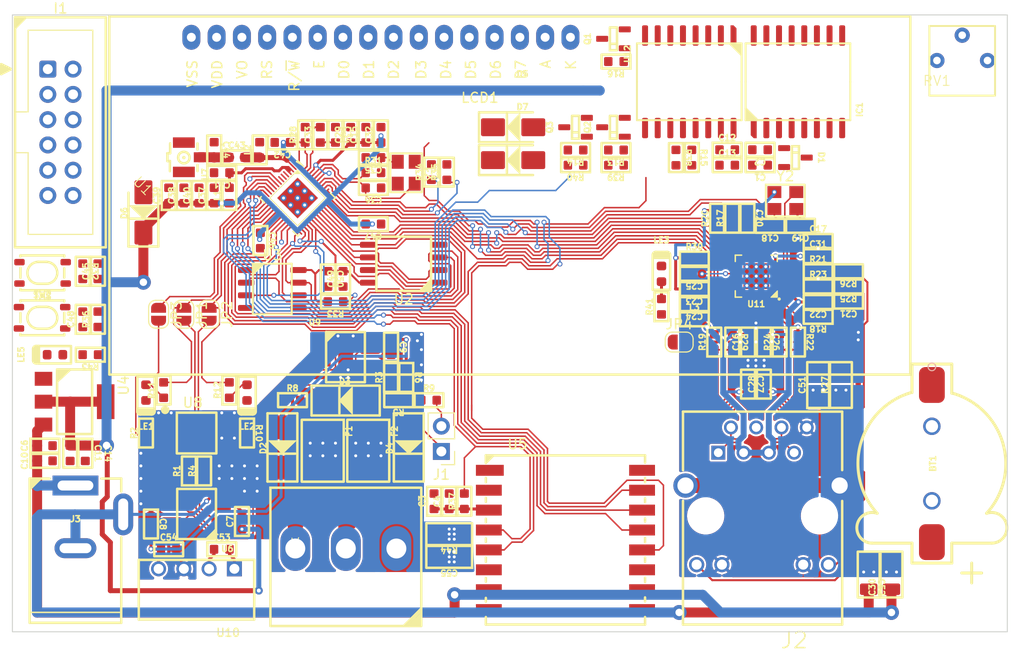
<source format=kicad_pcb>
(kicad_pcb (version 20221018) (generator pcbnew)
  (layers (0 "F.Cu" signal) (31 "B.Cu" signal) (34 "B.Paste" user) (35 "F.Paste" user) (36 "B.SilkS" user "B.Silkscreen") (37 "F.SilkS" user "F.Silkscreen") (38 "B.Mask" user) (39 "F.Mask" user) (44 "Edge.Cuts" user))
  (net 0 "")
  (net 1 "Net-(BT1-+)")
  (net 2 "GND")
  (net 3 "+3V3")
  (net 4 "GNDA")
  (net 5 "Earth")
  (net 6 "+5V")
  (net 7 "+5VA")
  (net 8 "VDD_ETH")
  (net 9 "Net-(U11-VDDCR)")
  (net 10 "Net-(U11-XTAL1{slash}CLKIN)")
  (net 11 "Net-(U11-XTAL2)")
  (net 12 "/Ethernet/PHY_nRST")
  (net 13 "EARTH")
  (net 14 "Net-(U1-CAP1)")
  (net 15 "Net-(U1-CAP2)")
  (net 16 "Net-(C35-Pad1)")
  (net 17 "Net-(U1-XTAL_N)")
  (net 18 "Net-(U1-VDD3P3_1)")
  (net 19 "Net-(C43-Pad1)")
  (net 20 "Net-(U1-LNA_IN)")
  (net 21 "/MCU/MRST")
  (net 22 "Net-(C48-Pad1)")
  (net 23 "Net-(U1-VDD_SDIO)")
  (net 24 "Net-(IC1-VBAT)")
  (net 25 "Net-(D2-Pad1)")
  (net 26 "Net-(J1-Pin_1)")
  (net 27 "/MCU/BOOT")
  (net 28 "/LCD20x4/SDA")
  (net 29 "B-")
  (net 30 "A+")
  (net 31 "/MCU/MTMS")
  (net 32 "Net-(I1-Pad5)")
  (net 33 "/MCU/MTCK")
  (net 34 "/MCU/MTDO")
  (net 35 "/MCU/MTDI")
  (net 39 "/LCD20x4/SCL")
  (net 40 "Net-(J1-Pin_2)")
  (net 41 "/Ethernet/PHY_TXD+")
  (net 42 "/Ethernet/PHY_TXD-")
  (net 44 "/Ethernet/PHY_RXD+")
  (net 45 "/Ethernet/PHY_RXD-")
  (net 46 "Net-(J2-LEDG_A)")
  (net 47 "Net-(J2-LEDY_A)")
  (net 48 "/RS485/MAX485_TX")
  (net 49 "Net-(JP1-B)")
  (net 50 "/RS485/MAX485_RX")
  (net 51 "Net-(JP2-B)")
  (net 52 "/MCU/GPIO39")
  (net 53 "Net-(JP3-B)")
  (net 54 "Net-(LCD1-Vo)")
  (net 55 "Net-(LCD1-RS)")
  (net 56 "Net-(LCD1-R{slash}~{W})")
  (net 57 "Net-(LCD1-E)")
  (net 62 "Net-(LCD1-DB4)")
  (net 63 "Net-(LCD1-DB5)")
  (net 64 "Net-(LCD1-DB6)")
  (net 65 "Net-(LCD1-DB7)")
  (net 66 "Net-(LCD1-LEDK)")
  (net 67 "Net-(LE1-Pad1)")
  (net 68 "Net-(LE2-Pad1)")
  (net 69 "Net-(LE3-Pad1)")
  (net 70 "/MCU/GPIO36")
  (net 71 "Net-(LE5-Pad1)")
  (net 72 "Net-(Q1-G)")
  (net 73 "Net-(U6-INA)")
  (net 74 "Net-(U9-RO)")
  (net 75 "Net-(R2-Pad2)")
  (net 76 "Net-(U9-B)")
  (net 77 "Net-(U6-OUTB)")
  (net 78 "Net-(U9-DI)")
  (net 79 "Net-(U9-A)")
  (net 80 "/RS485/ctr")
  (net 81 "Net-(U11-RXER{slash}~{PHYAD0})")
  (net 82 "Net-(U11-RBIAS)")
  (net 83 "/Ethernet/RMII_MDIO")
  (net 84 "/Ethernet/ETH_LED1")
  (net 85 "/Ethernet/ETH_LED2")
  (net 86 "Net-(U1-XTAL_P)")
  (net 87 "/MCU/SRAM_CS")
  (net 88 "Net-(U1-U0TXD)")
  (net 89 "Net-(U1-U0RXD)")
  (net 90 "/LoRa/RA_RST")
  (net 93 "/LoRa/RA_DIO0")
  (net 94 "/Ethernet/RMII_RXD0")
  (net 95 "/Ethernet/RMII_RXD1")
  (net 96 "/Ethernet/RMII_CRS_DV")
  (net 97 "/MCU/SRAM_CLK")
  (net 98 "/MCU/SHD_SD2")
  (net 99 "/MCU/SWP_SD3")
  (net 100 "/MCU/SCS_CMD")
  (net 101 "/MCU/SCK_CLK")
  (net 102 "/MCU/SDO_SD0")
  (net 103 "/MCU/SDI_SD1")
  (net 104 "/Ethernet/RMII_MDC")
  (net 105 "/Ethernet/RMII_TXD0")
  (net 106 "/Ethernet/RMII_TXD1")
  (net 107 "/Ethernet/RMII_TXEN")
  (net 114 "Net-(I1-Pad7)")
  (net 115 "GND_ETH")
  (footprint "DienLIB:C_0603" (layer "F.Cu") (at 63.754 36.576 180)
    (fp_text reference "C42")
    (fp_text value "100nF_50V")
  )
  (footprint "DienLIB:C_0603" (layer "F.Cu") (at 73.66 35.814 90)
    (fp_text reference "C32")
    (fp_text value "100nF_50V")
  )
  (footprint "DienLIB:C_0603" (layer "F.Cu") (at 39.878 68.58)
    (fp_text reference "C10")
    (fp_text value "1uF_50V")
  )
  (footprint "DienLIB:R_0603" (layer "F.Cu") (at 93.218 38.862 180)
    (fp_text reference "R40")
    (fp_text value "4k7_1%_0.1W")
  )
  (footprint "DienLIB:C_0603" (layer "F.Cu") (at 112.1424 56.642 -90)
    (fp_text reference "C26")
    (fp_text value "1uF_50V")
  )
  (footprint "DienLIB:C_0603" (layer "F.Cu") (at 117.602 46.482)
    (fp_text reference "C17")
    (fp_text value "470pF_50V")
  )
  (footprint "DienLIB:R_0603" (layer "F.Cu") (at 113.7292 56.642 90)
    (fp_text reference "R24")
    (fp_text value "49R9_1%_0.1W")
  )
  (footprint "DienLIB:R_0603" (layer "F.Cu") (at 78.732 39.56 90)
    (fp_text reference "R34")
    (fp_text value "490R_1%_0.1W")
  )
  (footprint "DienLIB:C_1206" (layer "F.Cu") (at 80.518 78.232 180)
    (fp_text reference "C55")
    (fp_text value "10nF_50V")
  )
  (footprint "DienLIB:R_0603" (layer "F.Cu") (at 45.212 54.356 90)
    (fp_text reference "R36")
    (fp_text value "4k7_1%_0.1W")
  )
  (footprint "DienLIB:Ethernet-Conn_HR911105A" (layer "F.Cu") (at 111.7296 74.6708 180)
    (fp_text reference "J2")
    (fp_text value "HR915310A")
  )
  (footprint "DienLIB:C_0603" (layer "F.Cu") (at 56.896 41.91 90)
    (fp_text reference "C37")
    (fp_text value "100nF_50V")
  )
  (footprint "DienLIB:D_SMA" (layer "F.Cu") (at 86.868 35.052)
    (fp_text reference "D5")
    (fp_text value "D_Schottky")
  )
  (footprint "DienLIB:C_0603" (layer "F.Cu") (at 70.612 35.814 90)
    (fp_text reference "C29")
    (fp_text value "1uF_50V")
  )
  (footprint "DienLIB:C_0603" (layer "F.Cu") (at 115.824 44.958 180)
    (fp_text reference "C19")
    (fp_text value "20pF_50V")
  )
  (footprint "IVS_FOOTPRINTS:LED0603" (layer "F.Cu") (at 40.894 57.912)
    (fp_text reference "LE5")
    (fp_text value "Led" hide)
  )
  (footprint "DienLIB:C_0603" (layer "F.Cu") (at 111.76 38.862 180)
    (fp_text reference "C1")
    (fp_text value "10uF_50V")
  )
  (footprint "DienLIB:D_SMA" (layer "F.Cu") (at 76.454 67.31 90)
    (fp_text reference "D4")
    (fp_text value "D_TVS")
  )
  (footprint "DienLIB:R_0603" (layer "F.Cu") (at 107.16 56.642 90)
    (fp_text reference "R19")
    (fp_text value "49R9_1%_0.1W")
  )
  (footprint "DienLIB:KF103-3pin-5.08mm" (layer "F.Cu") (at 65.049 77.392)
    (fp_text reference "J4")
    (fp_text value "Screw_Terminal_01x03")
  )
  (footprint "DienLIB:DC_PowerJack_5mm_THT" (layer "F.Cu") (at 42.9522 71.061)
    (fp_text reference "J3")
    (fp_text value "Barrel_Jack_Switch")
  )
  (footprint "DienLIB:R_0603" (layer "F.Cu") (at 93.218 37.338 180)
    (fp_text reference "R14")
    (fp_text value "4k7_1%_0.1W")
  )
  (footprint "IVS_FOOTPRINTS:LED0603" (layer "F.Cu") (at 101.854 49.784 -90)
    (fp_text reference "LE3")
    (fp_text value "Led" hide)
  )
  (footprint "DienLIB:C_0603" (layer "F.Cu") (at 120.65 52.578 180)
    (fp_text reference "C21")
    (fp_text value "100nF_50V")
  )
  (footprint "DienLIB:C_0603" (layer "F.Cu") (at 72.898 44.78 180)
    (fp_text reference "C47")
    (fp_text value "100nF_50V")
  )
  (footprint "DienLIB:R_0603" (layer "F.Cu") (at 80.285 39.563 90)
    (fp_text reference "R35")
    (fp_text value "0R_1%_0.1W")
  )
  (footprint "Jumper:SolderJumper-2_P1.3mm_Open_RoundedPad1.0x1.5mm" (layer "F.Cu") (at 56.388 53.848 -90)
    (fp_text reference "JP2")
    (fp_text value " ")
  )
  (footprint "DienLIB:C_0603" (layer "F.Cu") (at 69.85 50.292 90)
    (fp_text reference "C49")
    (fp_text value "1uF_50V")
  )
  (footprint "DienLIB:R_0603" (layer "F.Cu") (at 117.602 51.054)
    (fp_text reference "R23")
    (fp_text value "4k7_1%_0.1W")
  )
  (footprint "IVS_FOOTPRINTS:LED0603" (layer "F.Cu") (at 60.198 61.722 90)
    (fp_text reference "LE2")
    (fp_text value "Led" hide)
  )
  (footprint "DienLIB:R_0603" (layer "F.Cu") (at 97.282 38.862 180)
    (fp_text reference "R39")
    (fp_text value "4k7_1%_0.1W")
  )
  (footprint "DienLIB:C_0603" (layer "F.Cu") (at 108.458 38.862)
    (fp_text reference "C13")
    (fp_text value "100nF_50V")
  )
  (footprint "DienLIB:R_0603" (layer "F.Cu") (at 44.45 57.912 180)
    (fp_text reference "R43")
    (fp_text value "1k5_1%_0.1W")
  )
  (footprint "DienLIB:C_0603" (layer "F.Cu") (at 74.676 57.15 -90)
    (fp_text reference "C9")
    (fp_text value "100nF_50V")
  )
  (footprint "DienLIB:SOIC-8_3.9x4.9mm_P1.27mm" (layer "F.Cu") (at 72.044 55.746)
    (fp_text reference "U9")
    (fp_text value "MAX485E" hide)
  )
  (footprint "DienLIB:C_0603" (layer "F.Cu") (at 68.326 50.292 -90)
    (fp_text reference "C50")
    (fp_text value "1uF_50V")
  )
  (footprint "DienLIB:R_0603" (layer "F.Cu") (at 72.898 39.624)
    (fp_text reference "R31")
    (fp_text value "0R_1%_0.1W")
  )
  (footprint "DienLIB:C_0603" (layer "F.Cu") (at 52.324 77.47)
    (fp_text reference "C54")
    (fp_text value "10uF_50V")
  )
  (footprint "DienLIB:C_0603" (layer "F.Cu") (at 112.1424 60.87 90)
    (fp_text reference "C28")
    (fp_text value "100nF_50V")
  )
  (footprint "DienLIB:L_0603" (layer "F.Cu") (at 105.156 54.356)
    (fp_text reference "L3")
    (fp_text value "2.2nH_1A")
  )
  (footprint "DienLIB:R_0603" (layer "F.Cu") (at 60.198 65.786 -90)
    (fp_text reference "R10")
    (fp_text value "10k_1%_0.1W")
  )
  (footprint "DienLIB:IDC-Header_2x06_P2.54mm_Vertical" (layer "F.Cu") (at 40.174 29.21)
    (fp_text reference "I1")
    (fp_text value "Conn_IDC_2X6")
  )
  (footprint "DienLIB:D_SMA" (layer "F.Cu") (at 86.868 38.354)
    (fp_text reference "D7")
    (fp_text value "D_Schottky")
  )
  (footprint "DienLIB:MODULE_RA-02_LORA" (layer "F.Cu") (at 84.202 68.557)
    (fp_text reference "U5")
    (fp_text value "RF_Module_Ai-Thinker-Ra-02")
  )
  (footprint "DienLIB:C_0603" (layer "F.Cu") (at 112.776 44.958 180)
    (fp_text reference "C18")
    (fp_text value "20pF_50V")
  )
  (footprint "IVS_FOOTPRINTS:SOT23-3" (layer "F.Cu") (at 115.316 38.1 -90)
    (fp_text reference "D1")
    (fp_text value "BAT54C")
  )
  (footprint "DienLIB:C_0603" (layer "F.Cu") (at 117.602 48.006)
    (fp_text reference "C31")
    (fp_text value "1uF_50V")
  )
  (footprint "DienLIB:SOP-8_5.28x5.23mm_P1.27mm" (layer "F.Cu") (at 75.946 48.768 180)
    (fp_text reference "U2")
    (fp_text value "GD25Q32CSIG")
  )
  (footprint "DienLIB:R_0603" (layer "F.Cu") (at 97.282 28.448 180)
    (fp_text reference "R16")
    (fp_text value "1M_1%_0.1W")
  )
  (footprint "IVS_FOOTPRINTS:LED0603" (layer "F.Cu") (at 50.038 61.722 90)
    (fp_text reference "LE1")
    (fp_text value "Led" hide)
  )
  (footprint "DienLIB:C_0603" (layer "F.Cu") (at 43.942 67.818 -90)
    (fp_text reference "C14")
    (fp_text value "1uF_50V")
  )
  (footprint "DienLIB:R_1206" (layer "F.Cu") (at 80.518 75.946 180)
    (fp_text reference "R44")
    (fp_text value "1M_1%")
  )
  (footprint "DienLIB:C_0603" (layer "F.Cu") (at 110.5556 56.642 90)
    (fp_text reference "C16")
    (fp_text value "1uF_50V")
  )
  (footprint "DienLIB:C_0603" (layer "F.Cu") (at 39.878 67.056)
    (fp_text reference "C6")
    (fp_text value "10uF_50V")
  )
  (footprint "DienLIB:C_0603" (layer "F.Cu") (at 55.372 41.91 90)
    (fp_text reference "C40")
    (fp_text value "100nF_50V")
  )
  (footprint "DienLIB:R_0603" (layer "F.Cu") (at 120.65 51.054 180)
    (fp_text reference "R25")
    (fp_text value "470R_1%_0.1W")
  )
  (footprint "DienLIB:C_0603" (layer "F.Cu") (at 72.898 41.148 180)
    (fp_text reference "C36")
    (fp_text value "20pF_50V")
  )
  (footprint "DienLIB:D_SMA" (layer "F.Cu") (at 63.754 67.31 90)
    (fp_text reference "D2")
    (fp_text value "D_TVS")
  )
  (footprint "DienLIB:R_0603" (layer "F.Cu") (at 105.156 48.26)
    (fp_text reference "R30")
    (fp_text value "4k7_1%_0.1W")
  )
  (footprint "DienLIB:Conn_IPEX_ANT" (layer "F.Cu") (at 53.848 38.1)
    (fp_text reference "U7")
    (fp_text value "Ipex" hide)
  )
  (footprint "DienLIB:R_0603" (layer "F.Cu") (at 55.88 69.596 90)
    (fp_text reference "R4")
    (fp_text value "120R_1%_0.1W")
  )
  (footprint "Jumper:SolderJumper-2_P1.3mm_Open_RoundedPad1.0x1.5mm" (layer "F.Cu") (at 103.632 56.642)
    (fp_text reference "JP4")
    (fp_text value " ")
  )
  (footprint "IVS_FOOTPRINTS:SOT23-3" (layer "F.Cu") (at 97.028 26.162 90)
    (fp_text reference "Q1")
    (fp_text value "SI2300")
  )
  (footprint "DienLIB:C_0603" (layer "F.Cu") (at 117.602 52.616 180)
    (fp_text reference "C22")
    (fp_text value "100nF_50V")
  )
  (footprint "DienLIB:R-potimeter-3pin" (layer "F.Cu") (at 132.08 31.873)
    (fp_text reference "RV1")
    (fp_text value "R_Potentiometer")
  )
  (footprint "DienLIB:C_0603" (layer "F.Cu") (at 59.69 74.676 90)
    (fp_text reference "C7")
    (fp_text value "100nF_50V")
  )
  (footprint "DienLIB:C_1206" (layer "F.Cu") (at 117.602 60.96 90)
    (fp_text reference "C51")
    (fp_text value "10nF_50V")
  )
  (footprint "DienLIB:D_SMA" (layer "F.Cu") (at 70.0324 62.52)
    (fp_text reference "D3")
    (fp_text value "D_TVS")
  )
  (footprint "DienLIB:R_0603" (layer "F.Cu") (at 76.2 60.198 -90)
    (fp_text reference "R6")
    (fp_text value "10k_1%_0.1W")
  )
  (footprint "DienLIB:C_0603" (layer "F.Cu") (at 105.156 51.308 180)
    (fp_text reference "C23")
    (fp_text value "100nF_50V")
  )
  (footprint "DienLIB:C_0603" (layer "F.Cu") (at 52.324 41.91 90)
    (fp_text reference "C39")
    (fp_text value "10uF_50V")
  )
  (footprint "DienLIB:R_0603" (layer "F.Cu") (at 58.42 61.468 90)
    (fp_text reference "R12")
    (fp_text value "1k_1%_0.1W")
  )
  (footprint "DienLIB:R_0603" (layer "F.Cu") (at 101.854 53.086 90)
    (fp_text reference "R41")
    (fp_text value "470R_1%_0.1W")
  )
  (footprint "IVS_FOOTPRINTS:OPTO_EL357N-G" (layer "F.Cu") (at 55.118 65.786)
    (fp_text reference "U8")
    (fp_text value "UL357")
  )
  (footprint "DienLIB:R_0603" (layer "F.Cu") (at 66.04 35.814 90)
    (fp_text reference "R28")
    (fp_text value "20k_1%_0.1W")
  )
  (footprint "IVS_FOOTPRINTS:SOT23-3" (layer "F.Cu") (at 93.218 35.052 90)
    (fp_text reference "Q3")
    (fp_text value "SI2300")
  )
  (footprint "DienLIB:SOIC-16W_7.5x10.3mm_P1.27mm" (layer "F.Cu") (at 115.57 30.48 90)
    (fp_text reference "IC1")
    (fp_text value "RTC_DS3231M" hide)
  )
  (footprint "DienLIB:SW_SPST_PTS810" (layer "F.Cu") (at 39.624 54.102)
    (fp_text reference "SW2")
    (fp_text value "SW_Tactile" hide)
  )
  (footprint "DienLIB:C_0603" (layer "F.Cu") (at 57.658 77.47)
    (fp_text reference "C53")
    (fp_text value "4.7uF_50V")
  )
  (footprint "DienLIB:C_0603" (layer "F.Cu") (at 43.688 54.356 90)
    (fp_text reference "C48")
    (fp_text value "10uF_50V")
  )
  (footprint "DienLIB:R_0603" (layer "F.Cu") (at 117.602 54.102 180)
    (fp_text reference "R18")
    (fp_text value "12k_1%_0.1W")
  )
  (footprint "DienLIB:C_0603" (layer "F.Cu") (at 110.49 44.196 -90)
    (fp_text reference "C20")
    (fp_text value "100nF_50V")
  )
  (footprint "DienLIB:SOIC-16W_7.5x10.3mm_P1.27mm" (layer "F.Cu") (at 104.648 30.48 -90)
    (fp_text reference "U12")
    (fp_text value "PCF8574" hide)
  )
  (footprint "DienLIB:R_0603" (layer "F.Cu") (at 103.307 38.1 -90)
    (fp_text reference "R38")
    (fp_text value "4k7_1%_0.1W")
  )
  (footprint "DienLIB:R_0603" (layer "F.Cu") (at 43.688 49.53 -90)
    (fp_text reference "R32")
    (fp_text value "4k7_1%_0.1W")
  )
  (footprint "DienLIB:L_0603" (layer "F.Cu") (at 61.468 37.3268 90)
    (fp_text reference "L2")
    (fp_text value "NC")
  )
  (footprint "DienLIB:L_0603" (layer "F.Cu") (at 58.42 41.91 90)
    (fp_text reference "L1")
    (fp_text value "2.2nH_1A")
  )
  (footprint "DienLIB:R_0603" (layer "F.Cu") (at 82.042 72.644 90)
    (fp_text reference "R37")
    (fp_text value "4k7_1%_0.1W")
  )
  (footprint "DienLIB:R_0603" (layer "F.Cu") (at 97.282 37.338 180)
    (fp_text reference "R13")
    (fp_text value "4k7_1%_0.1W")
  )
  (footprint "DienLIB:C_0603" (layer "F.Cu") (at 72.898 38.1 180)
    (fp_text reference "C35")
    (fp_text value "20pF_50V")
  )
  (footprint "DienLIB:C_0603" (layer "F.Cu") (at 111.76 37.312 180)
    (fp_text reference "C2")
    (fp_text value "100nF_50V")
  )
  (footprint "DienLIB:C_0603" (layer "F.Cu") (at 80.518 72.644 90)
    (fp_text reference "C4")
    (fp_text value "100nF_50V")
  )
  (footprint "DienLIB:C_0603" (layer "F.Cu") (at 42.418 67.818 -90)
    (fp_text reference "C11")
    (fp_text value "10uF_50V")
  )
  (footprint "IVS_FOOTPRINTS:BatteryHolder_CR1220" (layer "F.Cu") (at 129.032003 68.85325 -90)
    (fp_text reference "BT1")
    (fp_text value "CR1220" hide)
  )
  (footprint "DienLIB:C_0603" (layer "F.Cu") (at 53.848 41.91 90)
    (fp_text reference "C38")
    (fp_text value "1uF_50V")
  )
  (footprint "DienLIB:C_1206" (layer "F.Cu") (at 122.682 80.01 -90)
    (fp_text reference "C52")
    (fp_text value "10nF_50V")
  )
  (footprint "DienLIB:R_0603" (layer "F.Cu") (at 75.438 62.484 180)
    (fp_text reference "R5")
    (fp_text value "120R_1%_0.1W")
  )
  (footprint "DienLIB:R_0603" (layer "F.Cu") (at 69.088 52.578 180)
    (fp_text reference "R33")
    (fp_text value "4k7_1%_0.1W")
  )
  (footprint "DienLIB:SOP-8_3.9x4.9mm_P1.27mm" (layer "F.Cu") (at 62.738 51.308)
    (fp_text reference "U3")
    (fp_text value "LY68L6400SLIT")
  )
  (footprint "Jumper:SolderJumper-2_P1.3mm_Open_RoundedPad1.0x1.5mm" (layer "F.Cu") (at 53.848 53.848 -90)
    (fp_text reference "JP1")
    (fp_text value " ")
  )
  (footprint "DienLIB:C_0603" (layer "F.Cu") (at 110.5556 60.87 -90)
    (fp_text reference "C27")
    (fp_text value "100nF_50V")
  )
  (footprint "DienLIB:C_0603" (layer "F.Cu") (at 72.136 35.814 90)
    (fp_text reference "C15")
    (fp_text value "100pF_50V")
  )
  (footprint "DienLIB:R_0603" (layer "F.Cu") (at 50.038 65.786 90)
    (fp_text reference "R2")
    (fp_text value "1k_1%_0.1W")
  )
  (footprint "DienLIB:C_0603" (layer "F.Cu") (at 59.182 38.0776)
    (fp_text reference "C43")
    (fp_text value "5.6pF_50V")
  )
  (footprint "DienLIB:Crystal_SMD_3225-4Pin_3.2x2.5mm" (layer "F.Cu") (at 114.3 42.418)
    (fp_text reference "Y2")
    (fp_text value "25Mhz")
  )
  (footprint "DienLIB:D_SMA" (layer "F.Cu") (at 49.784 43.688 90)
    (fp_text reference "D6")
    (fp_text value "D_TVS")
  )
  (footprint "DienLIB:R_0603" (layer "F.Cu") (at 51.816 61.468 90)
    (fp_text reference "R11")
    (fp_text value "1k_1%_0.1W")
  )
  (footprint "DienLIB:R_0603" (layer "F.Cu") (at 120.65 49.53 180)
    (fp_text reference "R26")
    (fp_text value "470R_1%_0.1W")
  )
  (footprint "DienLIB:SW_SPST_PTS810" (layer "F.Cu") (at 39.624 49.784 180)
    (fp_text reference "SW1")
    (fp_text value "SW_Tactile" hide)
  )
  (footprint "IVS_FOOTPRINTS:Fuse_1812_4532Metric" (layer "F.Cu") (at 72.39 67.564 -90)
    (fp_text reference "F2")
    (fp_text value "Polyfuse" hide)
  )
  (footprint "IVS_FOOTPRINTS:SOT233" (layer "F.Cu") (at 42.926 62.484 -90)
    (fp_text reference "U4")
    (fp_text value "AMS1117")
  )
  (footprint "IVS_FOOTPRINTS:SOT23-3" (layer "F.Cu") (at 97.028 35.052 90)
    (fp_text reference "Q2")
    (fp_text value "SI2300")
  )
  (footprint "IVS_FOOTPRINTS:LCD_HD44780" (layer "F.Cu") (at 54.6015 26.01)
    (fp_text reference "LCD1")
    (fp_text value "LCD_HD44780")
  )
  (footprint "DienLIB:C_0603" (layer "F.Cu") (at 61.54 46.43 -90)
    (fp_text reference "C46")
    (fp_text value "100nF_50V")
  )
  (footprint "DienLIB:R_0603" (layer "F.Cu") (at 117.602 49.53)
    (fp_text reference "R21")
    (fp_text value "4k7_1%_0.1W")
  )
  (footprint "DienLIB:C_0603" (layer "F.Cu") (at 45.212 49.53 90)
    (fp_text reference "C45")
    (fp_text value "10uF_50V")
  )
  (footprint "DienLIB:R_1206" (layer "F.Cu") (at 119.888 60.96 90)
    (fp_text reference "R27")
    (fp_text value "1M_1%")
  )
  (footprint "Jumper:SolderJumper-2_P1.3mm_Open_RoundedPad1.0x1.5mm" (layer "F.Cu") (at 51.308 53.848 -90)
    (fp_text reference "JP3")
    (fp_text value " ")
  )
  (footprint "DienLIB:C_0603" (layer "F.Cu") (at 105.1568 49.784 180)
    (fp_text reference "C25")
    (fp_text value "10uF_50V")
  )
  (footprint "DienLIB:C_0603" (layer "F.Cu") (at 78.994 72.644 90)
    (fp_text reference "C3")
    (fp_text value "10uF_50V")
  )
  (footprint "DienLIB:R_0603" (layer "F.Cu") (at 108.9688 56.642 -90)
    (fp_text reference "R29")
    (fp_text value "49R9_1%_0.1W")
  )
  (footprint "DienLIB:R_0603" (layer "F.Cu") (at 78.486 62.484)
    (fp_text reference "R9")
    (fp_text value "120R_1%_0.1W")
  )
  (footprint "DienLIB:R_0603" (layer "F.Cu") (at 54.356 69.596 90)
    (fp_text reference "R1")
    (fp_text value "120R_1%_0.1W")
  )
  (footprint "DienLIB:Powersupply_B0505S-1W" (layer "F.Cu") (at 55.118 81.534 180)
    (fp_text reference "U10")
    (fp_text value "B0505S")
  )
  (footprint "DienLIB:SOIC-8_3.9x4.9mm_P1.27mm" (layer "F.Cu") (at 53.178 76.334 180)
    (fp_text reference "U6")
    (fp_text value "ISO7721DR" hide)
  )
  (footprint "DienLIB:ESP32_D0WD_V3_SOC" (layer "F.Cu") (at 65.278 42.164 -45)
    (fp_text reference "U1")
    (fp_text value "ESP32_D0WD_V3_SOC")
  )
  (footprint "DienLIB:R_0603" (layer "F.Cu") (at 74.676 60.198 90)
    (fp_text reference "R3")
    (fp_text value "10k_1%_0.1W")
  )
  (footprint "DienLIB:R_0603" (layer "F.Cu") (at 115.57 56.642 -90)
    (fp_text reference "R22")
    (fp_text value "49R9_1%_0.1W")
  )
  (footprint "IVS_FOOTPRINTS:Fuse_1812_4532Metric" (layer "F.Cu") (at 67.818 67.564 -90)
    (fp_text reference "F1")
    (fp_text value "Polyfuse" hide)
  )
  (footprint "DienLIB:C_0603" (layer "F.Cu") (at 50.546 74.93 -90)
    (fp_text reference "C8")
    (fp_text value "100nF_50V")
  )
  (footprint "DienLIB:C_0603" (layer "F.Cu") (at 69.088 35.814 -90)
    (fp_text reference "C34")
    (fp_text value "10nF_50V")
  )
  (footprint "DienLIB:C_0603" (layer "F.Cu") (at 105.156 52.828 180)
    (fp_text reference "C24")
    (fp_text value "100nF_50V")
  )
  (footprint "Connector_PinHeader_2.54mm:PinHeader_1x02_P2.54mm_Vertical" (layer "F.Cu") (at 79.73 67.635 180)
    (fp_text reference "J1")
    (fp_text value " ")
  )
  (footprint "DienLIB:C_0603" (layer "F.Cu") (at 108.458 37.312)
    (fp_text reference "C12")
    (fp_text value "10uF_50V")
  )
  (footprint "DienLIB:QFN-24_4x4_PAD-VIAS" (layer "F.Cu") (at 111.3825 50.016 180)
    (fp_text reference "U11")
    (fp_text value "LAN8720A-CP")
  )
  (footprint "DienLIB:R_0603" (layer "F.Cu") (at 108.966 44.196 90)
    (fp_text reference "R17")
    (fp_text value "4k7_1%_0.1W")
  )
  (footprint "DienLIB:C_0603" (layer "F.Cu") (at 67.564 35.814 90)
    (fp_text reference "C33")
    (fp_text value "3.3nF_50V")
  )
  (footprint "DienLIB:C_0603" (layer "F.Cu") (at 57.658 39.624 180)
    (fp_text reference "C41")
    (fp_text value "100nF_50V")
  )
  (footprint "DienLIB:C_0603" (layer "F.Cu") (at 56.896 37.3268 -90)
    (fp_text reference "C44")
    (fp_text value "NC")
  )
  (footprint "DienLIB:R_0603" (layer "F.Cu") (at 107.442 44.196 90)
    (fp_text reference "R20")
    (fp_text value "4k7_1%_0.1W")
  )
  (footprint "DienLIB:R_0603" (layer "F.Cu") (at 64.77 62.484)
    (fp_text reference "R8")
    (fp_text value "120R_1%_0.1W")
  )
  (footprint "DienLIB:Crystal_SMD_3225-4Pin_3.2x2.5mm" (layer "F.Cu") (at 76.2 39.624 -90)
    (fp_text reference "Y1")
    (fp_text value "40Mhz")
  )
  (footprint "DienLIB:C_1206" (layer "F.Cu") (at 124.968 80.01 90)
    (fp_text reference "C30")
    (fp_text value "10nF_50V")
  )
  (footprint "DienLIB:R_0603" (layer "F.Cu") (at 104.902 38.1 -90)
    (fp_text reference "R15")
    (fp_text value "4k7_1%_0.1W")
  )
  (gr_rect locked (start 36.614 23.76) (end 136.614 85.76) (stroke (width 0.1)) (fill none) (layer "Edge.Cuts"))
  (segment (start 57.593 72.009) (end 58.005107 72.009) (width 0.3) (layer "F.Cu") (net 2))
  (segment (start 58.005107 72.009) (end 59.69 73.693893) (width 0.3) (layer "F.Cu") (net 2))
  (segment (start 103.632 83.82) (end 122.682 83.82) (width 1) (layer "F.Cu") (net 2))
  (segment (start 58.433 77.991) (end 58.928 78.486) (width 0.3) (layer "F.Cu") (net 2))
  (segment (start 122.682 83.82) (end 122.682 81.485) (width 1) (layer "F.Cu") (net 2))
  (segment (start 58.433 77.47) (end 58.433 77.991) (width 0.3) (layer "F.Cu") (net 2))
  (segment (start 57.593 72.009) (end 56.769 72.009) (width 0.3) (layer "F.Cu") (net 2))
  (segment (start 56.769 72.009) (end 56.134 72.644) (width 0.3) (layer "F.Cu") (net 2))
  (segment (start 59.69 73.693893) (end 59.69 73.901) (width 0.3) (layer "F.Cu") (net 2))
  (segment (start 58.928 78.486) (end 58.928 79.434) (width 0.3) (layer "F.Cu") (net 2))
  (via (at 56.134 72.644) (size 0.5) (drill 0.3) (layers "F.Cu" "B.Cu") (net 2))
  (via (at 103.632 83.82) (size 1.5) (drill 0.75) (layers "F.Cu" "B.Cu") (net 2))
  (segment (start 42.9 73.961) (end 42.9522 74.0132) (width 1) (layer "B.Cu") (net 2))
  (segment (start 42.9 73.961) (end 47.7522 73.961) (width 1) (layer "B.Cu") (net 2))
  (segment (start 56.134 72.644) (end 54.817 73.961) (width 0.3) (layer "B.Cu") (net 2))
  (segment (start 54.817 73.961) (end 47.7522 73.961) (width 0.3) (layer "B.Cu") (net 2))
  (segment (start 39.08 83.82) (end 39.08 74.31) (width 1) (layer "B.Cu") (net 2))
  (segment (start 39.08 74.31) (end 39.429 73.961) (width 1) (layer "B.Cu") (net 2))
  (segment (start 42.9522 74.0132) (end 42.9522 77.361) (width 1) (layer "B.Cu") (net 2))
  (segment (start 103.632 83.82) (end 39.08 83.82) (width 1) (layer "B.Cu") (net 2))
  (segment (start 39.429 73.961) (end 42.9 73.961) (width 1) (layer "B.Cu") (net 2))
  (segment (start 73.66 36.589) (end 73.66 35.9135) (width 0.3) (layer "F.Cu") (net 3))
  (segment (start 59.169 75.451) (end 59.69 75.451) (width 0.3) (layer "F.Cu") (net 3))
  (segment (start 46.46 76.78) (end 46.46 81.63) (width 0.5) (layer "F.Cu") (net 3))
  (segment (start 42.418 67.043) (end 43.942 67.043) (width 1) (layer "F.Cu") (net 3))
  (segment (start 43.942 67.043) (end 46.067 67.043) (width 1) (layer "F.Cu") (net 3))
  (segment (start 46.08 67.03) (end 46.15 67.1) (width 1) (layer "F.Cu") (net 3))
  (segment (start 72.123 44.78) (end 72.7985 44.78) (width 0.3) (layer "F.Cu") (net 3))
  (segment (start 57.658 42.685) (end 52.324 42.685) (width 0.5) (layer "F.Cu") (net 3))
  (segment (start 63.386489 43.808511) (end 61.54 45.655) (width 0.15) (layer "F.Cu") (net 3))
  (segment (start 64.529 36.576) (end 63.8535 36.576) (width 0.3) (layer "F.Cu") (net 3))
  (segment (start 84.389 73.419) (end 84.502 73.532) (width 0.3) (layer "F.Cu") (net 3))
  (segment (start 66.930001 39.019999) (end 66.93 39.274564) (width 0.15) (layer "F.Cu") (net 3))
  (segment (start 49.784 45.225) (end 52.324 42.685) (width 1) (layer "F.Cu") (net 3))
  (segment (start 61.54 45.655) (end 61.54 45.902) (width 0.3) (layer "F.Cu") (net 3))
  (segment (start 82.042 73.419) (end 84.389 73.419) (width 0.3) (layer "F.Cu") (net 3))
  (segment (start 42.418 67.043) (end 42.418 62.636) (width 1) (layer "F.Cu") (net 3))
  (segment (start 67.106718 38.853282) (end 67.584828 38.375172) (width 0.3) (layer "F.Cu") (net 3))
  (segment (start 67.1045 38.853282) (end 67.106718 38.853282) (width 0.3) (layer "F.Cu") (net 3))
  (segment (start 61.54 45.902) (end 61.468 45.974) (width 0.3) (layer "F.Cu") (net 3))
  (segment (start 61.54 46.2585) (end 61.468 46.3305) (width 0.15) (layer "F.Cu") (net 3))
  (segment (start 67.096718 38.853282) (end 66.930001 39.019999) (width 0.15) (layer "F.Cu") (net 3))
  (segment (start 67.584828 38.375172) (end 68.825828 38.375172) (width 0.3) (layer "F.Cu") (net 3))
  (segment (start 78.994 73.419) (end 80.518 73.419) (width 0.3) (layer "F.Cu") (net 3))
  (segment (start 61.37 81.63) (end 61.38 81.62) (width 0.5) (layer "F.Cu") (net 3))
  (segment (start 63.386489 43.808023) (end 63.386489 43.808511) (width 0.15) (layer "F.Cu") (net 3))
  (segment (start 42.418 62.636) (end 42.42 62.634) (width 1) (layer "F.Cu") (net 3))
  (segment (start 80.518 73.419) (end 82.042 73.419) (width 0.3) (layer "F.Cu") (net 3))
  (segment (start 49.784 45.638) (end 49.784 45.225) (width 1) (layer "F.Cu") (net 3))
  (segment (start 110.49 46.329011) (end 111.6325 47.471511) (width 0.3) (layer "F.Cu") (net 3))
  (segment (start 46.067 67.043) (end 46.08 67.03) (width 1) (layer "F.Cu") (net 3))
  (segment (start 66.93 39.274564) (end 66.427049 39.777515) (width 0.15) (layer "F.Cu") (net 3))
  (segment (start 68.406948 42.570586) (end 70.616362 44.78) (width 0.15) (layer "F.Cu") (net 3))
  (segment (start 65.118901 38.787565) (end 65.481668 39.150332) (width 0.15) (layer "F.Cu") (net 3))
  (segment (start 68.440564 39.675172) (end 68.014316 39.675172) (width 0.15) (layer "F.Cu") (net 3))
  (segment (start 58.42 42.685) (end 57.658 42.685) (width 0.5) (layer "F.Cu") (net 3))
  (segment (start 39.741 62.634) (end 42.42 62.634) (width 1) (layer "F.Cu") (net 3))
  (segment (start 65.43889 37.177111) (end 65.43889 38.467576) (width 0.15) (layer "F.Cu") (net 3))
  (segment (start 49.78 45.642) (end 49.784 45.638) (width 1) (layer "F.Cu") (net 3))
  (segment (start 61.468 45.974) (end 61.468 46.3305) (width 0.3) (layer "F.Cu") (net 3))
  (segment (start 45.65 75.97) (end 46.46 76.78) (width 0.5) (layer "F.Cu") (net 3))
  (segment (start 64.837779 36.576) (end 65.43889 37.177111) (width 0.15) (layer "F.Cu") (net 3))
  (segment (start 57.593 75.819) (end 58.801 75.819) (width 0.3) (layer "F.Cu") (net 3))
  (segment (start 70.612 36.589) (end 73.66 36.589) (width 0.3) (layer "F.Cu") (net 3))
  (segment (start 110.49 44.971) (end 110.49 46.329011) (width 0.3) (layer "F.Cu") (net 3))
  (segment (start 42.42 62.634) (end 45.991 62.634) (width 1) (layer "F.Cu") (net 3))
  (segment (start 68.014316 39.675172) (end 67.169511 40.519977) (width 0.15) (layer "F.Cu") (net 3))
  (segment (start 71.374 36.589) (end 70.612 36.589) (width 0.3) (layer "F.Cu") (net 3))
  (segment (start 111.6325 47.471511) (end 111.6325 48.0785) (width 0.3) (layer "F.Cu") (net 3))
  (segment (start 45.65 72.69) (end 45.65 75.97) (width 0.5) (layer "F.Cu") (net 3))
  (segment (start 70.616362 44.78) (end 72.123 44.78) (width 0.15) (layer "F.Cu") (net 3))
  (segment (start 46.46 81.63) (end 61.37 81.63) (width 0.5) (layer "F.Cu") (net 3))
  (segment (start 58.801 75.819) (end 59.169 75.451) (width 0.3) (layer "F.Cu") (net 3))
  (segment (start 68.825828 38.375172) (end 70.612 36.589) (width 0.3) (layer "F.Cu") (net 3))
  (segment (start 67.1045 38.853282) (end 67.096718 38.853282) (width 0.15) (layer "F.Cu") (net 3))
  (segment (start 46.15 67.1) (end 46.15 72.19) (width 0.5) (layer "F.Cu") (net 3))
  (segment (start 49.78 50.63) (end 49.78 45.642) (width 1) (layer "F.Cu") (net 3))
  (segment (start 65.43889 38.467576) (end 65.118901 38.787565) (width 0.15) (layer "F.Cu") (net 3))
  (segment (start 46.15 72.19) (end 45.65 72.69) (width 0.5) (layer "F.Cu") (net 3))
  (segment (start 64.529 36.576) (end 64.837779 36.576) (width 0.15) (layer "F.Cu") (net 3))
  (via (at 61.38 81.62) (size 0.8) (drill 0.4) (layers "F.Cu" "B.Cu") (net 3))
  (via (at 59.69 75.451) (size 0.5) (drill 0.3) (layers "F.Cu" "B.Cu") (net 3))
  (via (at 49.78 50.63) (size 1.5) (drill 0.75) (layers "F.Cu" "B.Cu") (net 3))
  (via (at 46.08 67.03) (size 1.5) (drill 0.75) (layers "F.Cu" "B.Cu") (net 3))
  (via (at 72.7985 44.78) (size 0.5) (drill 0.3) (layers "F.Cu" "B.Cu") (net 3))
  (via (at 73.66 35.9135) (size 0.5) (drill 0.3) (layers "F.Cu" "B.Cu") (net 3))
  (via (at 63.8535 36.576) (size 0.5) (drill 0.3) (layers "F.Cu" "B.Cu") (net 3))
  (via (at 67.1045 38.853282) (size 0.5) (drill 0.3) (layers "F.Cu" "B.Cu") (net 3))
  (via (at 57.658 42.685) (size 0.8) (drill 0.4) (layers "F.Cu" "B.Cu") (net 3))
  (via (at 61.468 46.3305) (size 0.5) (drill 0.3) (layers "F.Cu" "B.Cu") (net 3))
  (via (at 68.440564 39.675172) (size 0.5) (drill 0.3) (layers "F.Cu" "B.Cu") (net 3))
  (segment (start 70.61 44.78) (end 72.7985 44.78) (width 0.5) (layer "B.Cu") (net 3))
  (segment (start 68.440564 39.675172) (end 68.440564 39.679436) (width 0.5) (layer "B.Cu") (net 3))
  (segment (start 68.287 42.457) (end 68.587 42.157) (width 0.5) (layer "B.Cu") (net 3))
  (segment (start 67.975172 39.675172) (end 68.440564 39.675172) (width 0.15) (layer "B.Cu") (net 3))
  (segment (start 68.587 42.157) (end 65.267 45.477) (width 0.5) (layer "B.Cu") (net 3))
  (segment (start 67.1045 38.853282) (end 67.153282 38.853282) (width 0.15) (layer "B.Cu") (net 3))
  (segment (start 93.98 31.36) (end 95.64 31.36) (width 1) (layer "B.Cu") (net 3))
  (segment (start 63.8535 36.576) (end 63.8535 37.4235) (width 0.5) (layer "B.Cu") (net 3))
  (segment (start 63.489 43.699) (end 61.43 41.64) (width 0.5) (layer "B.Cu") (net 3))
  (segment (start 61.271 75.451) (end 59.69 75.451) (width 0.5) (layer "B.Cu") (net 3))
  (segment (start 63.8535 37.4235) (end 68.587 42.157) (width 0.5) (layer "B.Cu") (net 3))
  (segment (start 59.085 42.685) (end 57.658 42.685) (width 0.5) (layer "B.Cu") (net 3))
  (segment (start 61.43 41.64) (end 60.13 41.64) (width 0.5) (layer "B.Cu") (net 3))
  (segment (start 61.468 45.72) (end 63.489 43.699) (width 0.5) (layer "B.Cu") (net 3))
  (segment (start 65.267 45.477) (end 63.489 43.699) (width 0.5) (layer "B.Cu") (net 3))
  (segment (start 46.08 54.33) (end 46.08 50.67) (width 1) (layer "B.Cu") (net 3))
  (segment (start 46.07 31.36) (end 93.98 31.36) (width 1) (layer "B.Cu") (net 3))
  (segment (start 70.026 44.196) (end 68.287 42.457) (width 0.5) (layer "B.Cu") (net 3))
  (segment (start 73.66 37.084) (end 73.66 35.9135) (width 0.5) (layer "B.Cu") (net 3))
  (segment (start 60.13 41.64) (end 59.085 42.685) (width 0.5) (layer "B.Cu") (net 3))
  (segment (start 61.38 75.56) (end 61.271 75.451) (width 0.5) (layer "B.Cu") (net 3))
  (segment (start 68.587 42.157) (end 73.66 37.084) (width 0.5) (layer "B.Cu") (net 3))
  (segment (start 70.026 44.196) (end 70.28 44.45) (width 0.5) (layer "B.Cu") (net 3))
  (segment (start 61.468 46.3305) (end 61.468 45.72) (width 0.5) (layer "B.Cu") (net 3))
  (segment (start 46.08 67.03) (end 46.08 54.33) (width 1) (layer "B.Cu") (net 3))
  (segment (start 61.38 81.62) (end 61.38 75.56) (width 0.5) (layer "B.Cu") (net 3))
  (segment (start 70.28 44.45) (end 70.61 44.78) (width 0.5) (layer "B.Cu") (net 3))
  (segment (start 46.08 31.37) (end 46.07 31.36) (width 1) (layer "B.Cu") (net 3))
  (segment (start 46.12 50.63) (end 49.78 50.63) (width 1) (layer "B.Cu") (net 3))
  (segment (start 67.153282 38.853282) (end 67.975172 39.675172) (width 0.15) (layer "B.Cu") (net 3))
  (segment (start 46.08 50.67) (end 46.12 50.63) (width 1) (layer "B.Cu") (net 3))
  (segment (start 95.64 31.36) (end 95.65 31.37) (width 1) (layer "B.Cu") (net 3))
  (segment (start 46.08 54.33) (end 46.08 31.37) (width 1) (layer "B.Cu") (net 3))
  (segment (start 53.848 78.994) (end 53.848 79.434) (width 0.3) (layer "F.Cu") (net 4))
  (segment (start 50.546 72.644) (end 51.181 72.009) (width 0.3) (layer "F.Cu") (net 4))
  (segment (start 51.181 72.009) (end 52.643 72.009) (width 0.3) (layer "F.Cu") (net 4))
  (segment (start 53.099 78.245) (end 53.848 78.994) (width 0.3) (layer "F.Cu") (net 4))
  (segment (start 53.099 77.47) (end 53.099 78.245) (width 0.3) (layer "F.Cu") (net 4))
  (segment (start 50.546 74.155) (end 50.546 72.644) (width 0.3) (layer "F.Cu") (net 4))
  (via (at 58.928 66.294) (size 0.5) (drill 0.3) (layers "F.Cu" "B.Cu") (net 4))
  (via (at 77.724 60.452) (size 0.5) (drill 0.3) (layers "F.Cu" "B.Cu") (net 4))
  (via (at 80.518 76.454) (size 0.5) (drill 0.3) (layers "F.Cu" "B.Cu") (net 4))
  (via (at 81.026 75.946) (size 0.5) (drill 0.3) (layers "F.Cu" "B.Cu") (net 4))
  (via (at 59.944 71.628) (size 0.5) (drill 0.3) (layers "F.Cu" "B.Cu") (net 4))
  (via (at 70.358 60.198) (size 0.5) (drill 0.3) (layers "F.Cu" "B.Cu") (net 4))
  (via (at 66.548 68.072) (size 0.5) (drill 0.3) (layers "F.Cu" "B.Cu") (net 4))
  (via (at 77.32 56.51) (size 0.5) (drill 0.3) (layers "F.Cu" "B.Cu") (net 4))
  (via (at 69.088 66.802) (size 0.5) (drill 0.3) (layers "F.Cu" "B.Cu") (net 4))
  (via (at 69.342 56.0265) (size 0.5) (drill 0.3) (layers "F.Cu" "B.Cu") (net 4))
  (via (at 72.39 66.802) (size 0.5) (drill 0.3) (layers "F.Cu" "B.Cu") (net 4))
  (via (at 70.866 56.0265) (size 0.5) (drill 0.3) (layers "F.Cu" "B.Cu") (net 4))
  (via (at 61.214 70.358) (size 0.5) (drill 0.3) (layers "F.Cu" "B.Cu") (net 4))
  (via (at 58.928 63.754) (size 0.5) (drill 0.3) (layers "F.Cu" "B.Cu") (net 4))
  (via (at 69.596 60.198) (size 0.5) (drill 0.3) (layers "F.Cu" "B.Cu") (net 4))
  (via (at 59.944 70.358) (size 0.5) (drill 0.3) (layers "F.Cu" "B.Cu") (net 4))
  (via (at 49.53 72.898) (size 0.5) (drill 0.3) (layers "F.Cu" "B.Cu") (net 4))
  (via (at 61.214 71.628) (size 0.5) (drill 0.3) (layers "F.Cu" "B.Cu") (net 4))
  (via (at 77.724 57.404) (size 0.5) (drill 0.3) (layers "F.Cu" "B.Cu") (net 4))
  (via (at 59.944 69.088) (size 0.5) (drill 0.3) (layers "F.Cu" "B.Cu") (net 4))
  (via (at 57.404 70.358) (size 0.5) (drill 0.3) (layers "F.Cu" "B.Cu") (net 4))
  (via (at 61.214 69.088) (size 0.5) (drill 0.3) (layers "F.Cu" "B.Cu") (net 4))
  (via (at 57.658 66.294) (size 0.5) (drill 0.3) (layers "F.Cu" "B.Cu") (net 4))
  (via (at 57.658 63.754) (size 0.5) (drill 0.3) (layers "F.Cu" "B.Cu") (net 4))
  (via (at 81.026 78.232) (size 0.5) (drill 0.3) (layers "F.Cu" "B.Cu") (net 4))
  (via (at 71.12 66.802) (size 0.5) (drill 0.3) (layers "F.Cu" "B.Cu") (net 4))
  (via (at 81.026 75.438) (size 0.5) (drill 0.3) (layers "F.Cu" "B.Cu") (net 4))
  (via (at 73.66 68.072) (size 0.5) (drill 0.3) (layers "F.Cu" "B.Cu") (net 4))
  (via (at 57.404 69.088) (size 0.5) (drill 0.3) (layers "F.Cu" "B.Cu") (net 4))
  (via (at 69.088 68.072) (size 0.5) (drill 0.3) (layers "F.Cu" "B.Cu") (net 4))
  (via (at 49.53 71.628) (size 0.5) (drill 0.3) (layers "F.Cu" "B.Cu") (net 4))
  (via (at 77.724 58.928) (size 0.5) (drill 0.3) (layers "F.Cu" "B.Cu") (net 4))
  (via (at 51.308 63.754) (size 0.5) (drill 0.3) (layers "F.Cu" "B.Cu") (net 4))
  (via (at 49.53 69.088) (size 0.5) (drill 0.3) (layers "F.Cu" "B.Cu") (net 4))
  (via (at 71.12 68.072) (size 0.5) (drill 0.3) (layers "F.Cu" "B.Cu") (net 4))
  (via (at 73.66 66.802) (size 0.5) (drill 0.3) (layers "F.Cu" "B.Cu") (net 4))
  (via (at 52.578 63.754) (size 0.5) (drill 0.3) (layers "F.Cu" "B.Cu") (net 4))
  (via (at 49.53 70.358) (size 0.5) (drill 0.3) (layers "F.Cu" "B.Cu") (net 4))
  (via (at 66.548 66.802) (size 0.5) (drill 0.3) (layers "F.Cu" "B.Cu") (net 4))
  (via (at 58.674 69.088) (size 0.5) (drill 0.3) (layers "F.Cu" "B.Cu") (net 4))
  (via (at 81.026 77.724) (size 0.5) (drill 0.3) (layers "F.Cu" "B.Cu") (net 4))
  (via (at 80.518 78.232) (size 0.5) (drill 0.3) (layers "F.Cu" "B.Cu") (net 4))
  (via (at 80.518 78.74) (size 0.5) (drill 0.3) (layers "F.Cu" "B.Cu") (net 4))
  (via (at 77.724 55.88) (size 0.5) (drill 0.3) (layers "F.Cu" "B.Cu") (net 4))
  (via (at 70.358 59.436) (size 0.5) (drill 0.3) (layers "F.Cu" "B.Cu") (net 4))
  (via (at 67.818 66.802) (size 0.5) (drill 0.3) (layers "F.Cu" "B.Cu") (net 4))
  (via (at 49.53 67.818) (size 0.5) (drill 0.3) (layers "F.Cu" "B.Cu") (net 4))
  (via (at 80.518 75.438) (size 0.5) (drill 0.3) (layers "F.Cu" "B.Cu") (net 4))
  (via (at 80.518 77.724) (size 0.5) (drill 0.3) (layers "F.Cu" "B.Cu") (net 4))
  (via (at 81.026 78.74) (size 0.5) (drill 0.3) (layers "F.Cu" "B.Cu") (net 4))
  (via (at 58.674 70.358) (size 0.5) (drill 0.3) (layers "F.Cu" "B.Cu") (net 4))
  (via (at 67.818 68.072) (size 0.5) (drill 0.3) (layers "F.Cu" "B.Cu") (net 4))
  (via (at 81.026 76.454) (size 0.5) (drill 0.3) (layers "F.Cu" "B.Cu") (net 4))
  (via (at 80.518 75.946) (size 0.5) (drill 0.3) (layers "F.Cu" "B.Cu") (net 4))
  (via (at 72.39 68.072) (size 0.5) (drill 0.3) (layers "F.Cu" "B.Cu") (net 4))
  (segment (start 39.1 83.84) (end 39.1 71.1132) (width 1) (layer "F.Cu") (net 6))
  (segment (start 81.06 82.042) (end 81.06 83.83) (width 1) (layer "F.Cu") (net 6))
  (segment (start 56.388 78.486) (end 56.388 79.434) (width 0.3) (layer "F.Cu") (net 6))
  (segment (start 56.883 77.47) (end 56.883 77.991) (width 0.3) (layer "F.Cu") (net 6))
  (segment (start 39.103 65.572) (end 39.103 67.056) (width 1) (layer "F.Cu") (net 6))
  (segment (start 39.1 71.1132) (end 39.1522 71.061) (width 1) (layer "F.Cu") (net 6))
  (segment (start 56.883 77.991) (end 56.388 78.486) (width 0.3) (layer "F.Cu") (net 6))
  (segment (start 39.103 67.056) (end 39.103 68.58) (width 1) (layer "F.Cu") (net 6))
  (segment (start 39.741 64.934) (end 39.103 65.572) (width 1) (layer "F.Cu") (net 6))
  (segment (start 39.1522 71.061) (end 39.103 71.0118) (width 1) (layer "F.Cu") (net 6))
  (segment (start 124.968 83.82) (end 124.968 81.485) (width 1) (layer "F.Cu") (net 6))
  (segment (start 81.06 83.83) (end 81.05 83.84) (width 1) (layer "F.Cu") (net 6))
  (segment (start 39.103 71.0118) (end 39.103 68.58) (width 1) (layer "F.Cu") (net 6))
  (segment (start 42.9522 71.061) (end 39.1522 71.061) (width 1) (layer "F.Cu") (net 6))
  (segment (start 81.05 83.84) (end 39.1 83.84) (width 1) (layer "F.Cu") (net 6))
  (via (at 81.06 82.042) (size 1.5) (drill 0.75) (layers "F.Cu" "B.Cu") (net 6))
  (via (at 124.968 83.82) (size 1.5) (drill 0.75) (layers "F.Cu" "B.Cu") (net 6))
  (segment (start 124.968 83.82) (end 107.771623 83.82) (width 1) (layer "B.Cu") (net 6))
  (segment (start 107.771623 83.82) (end 105.993623 82.042) (width 1) (layer "B.Cu") (net 6))
  (segment (start 105.993623 82.042) (end 81.06 82.042) (width 1) (layer "B.Cu") (net 6))
  (segment (start 39.11 71.12) (end 39.116 71.126) (width 1) (layer "B.Cu") (net 6))
  (segment (start 39.169 71.061) (end 39.11 71.12) (width 1) (layer "B.Cu") (net 6))
  (segment (start 42.9522 71.061) (end 39.169 71.061) (width 1) (layer "B.Cu") (net 6))
  (segment (start 52.643 75.819) (end 51.435 75.819) (width 0.3) (layer "F.Cu") (net 7))
  (segment (start 50.559 75.692) (end 50.546 75.705) (width 0.3) (layer "F.Cu") (net 7))
  (segment (start 73.787 56.261) (end 73.914 56.388) (width 0.3) (layer "F.Cu") (net 7))
  (segment (start 51.435 75.819) (end 51.308 75.692) (width 0.3) (layer "F.Cu") (net 7))
  (segment (start 51.549 77.47) (end 50.57 77.47) (width 0.3) (layer "F.Cu") (net 7))
  (segment (start 76.2 56.4) (end 76.2 59.423) (width 0.3) (layer "F.Cu") (net 7))
  (segment (start 51.308 75.692) (end 50.559 75.692) (width 0.3) (layer "F.Cu") (net 7))
  (segment (start 51.308 78.486) (end 51.308 79.434) (width 0.3) (layer "F.Cu") (net 7))
  (segment (start 50.57 77.47) (end 50.546 77.446) (width 0.3) (layer "F.Cu") (net 7))
  (segment (start 74.663 56.388) (end 74.676 56.375) (width 0.3) (layer "F.Cu") (net 7))
  (segment (start 76.175 56.375) (end 74.676 56.375) (width 0.3) (layer "F.Cu") (net 7))
  (segment (start 51.549 77.47) (end 51.549 78.245) (width 0.3) (layer "F.Cu") (net 7))
  (segment (start 50.546 77.446) (end 50.546 75.705) (width 0.3) (layer "F.Cu") (net 7))
  (segment (start 51.549 78.245) (end 51.308 78.486) (width 0.3) (layer "F.Cu") (net 7))
  (segment (start 73.914 56.388) (end 74.663 56.388) (width 0.3) (layer "F.Cu") (net 7))
  (segment (start 76.2 56.4) (end 76.175 56.375) (width 0.3) (layer "F.Cu") (net 7))
  (segment (start 72.579 56.261) (end 73.787 56.261) (width 0.3) (layer "F.Cu") (net 7))
  (via (at 76.2 56.4) (size 0.5) (drill 0.3) (layers "F.Cu" "B.Cu") (net 7))
  (via (at 50.546 77.446) (size 0.5) (drill 0.3) (layers "F.Cu" "B.Cu") (net 7))
  (segment (start 63.62 72.17) (end 62.13 73.66) (width 0.3) (layer "B.Cu") (net 7))
  (segment (start 76.2 56.4) (end 76.2 58.07) (width 0.3) (layer "B.Cu") (net 7))
  (segment (start 57.25 73.66) (end 53.464 77.446) (width 0.3) (layer "B.Cu") (net 7))
  (segment (start 69.692 58.07) (end 63.62 64.142) (width 0.3) (layer "B.Cu") (net 7))
  (segment (start 62.13 73.66) (end 57.25 73.66) (width 0.3) (layer "B.Cu") (net 7))
  (segment (start 53.464 77.446) (end 50.546 77.446) (width 0.3) (layer "B.Cu") (net 7))
  (segment (start 63.62 64.142) (end 63.62 72.17) (width 0.3) (layer "B.Cu") (net 7))
  (segment (start 76.2 58.07) (end 69.692 58.07) (width 0.3) (layer "B.Cu") (net 7))
  (segment (start 109.715 55.867) (end 109.728 55.88) (width 0.3) (layer "F.Cu") (net 8))
  (segment (start 110.5556 61.645) (end 109.655 61.645) (width 0.3) (layer "F.Cu") (net 8))
  (segment (start 106.185 43.421) (end 106.172 43.434) (width 0.3) (layer "F.Cu") (net 8))
  (segment (start 103.28 48.18) (end 104.301 48.18) (width 0.3) (layer "F.Cu") (net 8))
  (segment (start 103.28 51.31) (end 103.282 51.308) (width 0.3) (layer "F.Cu") (net 8))
  (segment (start 108.9688 55.867) (end 109.715 55.867) (width 0.3) (layer "F.Cu") (net 8))
  (segment (start 112.1424 61.645) (end 113.035 61.645) (width 0.3) (layer "F.Cu") (net 8))
  (segment (start 105.931 54.638) (end 107.16 55.867) (width 0.6) (layer "F.Cu") (net 8))
  (segment (start 107.442 43.421) (end 106.185 43.421) (width 0.3) (layer "F.Cu") (net 8))
  (segment (start 113.035 61.645) (end 113.04 61.64) (width 0.3) (layer "F.Cu") (net 8))
  (segment (start 113.32 51.266) (end 114.258 51.266) (width 0.3) (layer "F.Cu") (net 8))
  (segment (start 104.403 52.828) (end 105.931 54.356) (width 0.3) (layer "F.Cu") (net 8))
  (segment (start 103.28 48.18) (end 103.28 51.31) (width 0.3) (layer "F.Cu") (net 8))
  (segment (start 113.043 55.867) (end 113.03 55.88) (width 0.3) (layer "F.Cu") (net 8))
  (segment (start 104.301 48.18) (end 104.381 48.26) (width 0.3) (layer "F.Cu") (net 8))
  (segment (start 109.741 55.867) (end 110.5556 55.867) (width 0.3) (layer "F.Cu") (net 8))
  (segment (start 113.017 55.867) (end 112.1424 55.867) (width 0.3) (layer "F.Cu") (net 8))
  (segment (start 109.728 55.88) (end 109.741 55.867) (width 0.3) (layer "F.Cu") (net 8))
  (segment (start 110.5556 55.867) (end 112.1424 55.867) (width 0.3) (layer "F.Cu") (net 8))
  (segment (start 114.258 51.266) (end 115.608 52.616) (width 0.3) (layer "F.Cu") (net 8))
  (segment (start 109.655 61.645) (end 109.65 61.65) (width 0.3) (layer "F.Cu") (net 8))
  (segment (start 115.608 52.616) (end 116.827 52.616) (width 0.3) (layer "F.Cu") (net 8))
  (segment (start 104.381 52.828) (end 104.403 52.828) (width 0.3) (layer "F.Cu") (net 8))
  (segment (start 104.381 51.308) (end 104.381 52.828) (width 0.3) (layer "F.Cu") (net 8))
  (segment (start 113.7292 55.867) (end 113.043 55.867) (width 0.3) (layer "F.Cu") (net 8))
  (segment (start 115.57 55.867) (end 115.57 55.118) (width 0.3) (layer "F.Cu") (net 8))
  (segment (start 103.282 51.308) (end 104.381 51.308) (width 0.3) (layer "F.Cu") (net 8))
  (segment (start 105.931 54.356) (end 105.931 54.638) (width 0.3) (layer "F.Cu") (net 8))
  (segment (start 113.03 55.88) (end 113.017 55.867) (width 0.3) (layer "F.Cu") (net 8))
  (via (at 103.28 48.18) (size 0.5) (drill 0.3) (layers "F.Cu" "B.Cu") (net 8))
  (via (at 115.608 52.616) (size 0.5) (drill 0.3) (layers "F.Cu" "B.Cu") (net 8))
  (via (at 109.728 55.88) (size 0.5) (drill 0.3) (layers "F.Cu" "B.Cu") (net 8))
  (via (at 115.57 55.118) (size 0.5) (drill 0.3) (layers "F.Cu" "B.Cu") (net 8))
  (via (at 109.65 61.65) (size 0.5) (drill 0.3) (layers "F.Cu" "B.Cu") (net 8))
  (via (at 113.04 61.64) (size 0.5) (drill 0.3) (layers "F.Cu" "B.Cu") (net 8))
  (via (at 106.172 43.434) (size 0.5) (drill 0.3) (layers "F.Cu" "B.Cu") (net 8))
  (via (at 106.4515 55.1585) (size 0.8) (drill 0.4) (layers "F.Cu" "B.Cu") (net 8))
  (via (at 113.03 55.88) (size 0.5) (drill 0.3) (layers "F.Cu" "B.Cu") (net 8))
  (segment (start 108.06 56.767) (end 108.06 61.74) (width 0.6) (layer "B.Cu") (net 8))
  (segment (start 113.04 61.64) (end 114.48 61.64) (width 0.3) (layer "B.Cu") (net 8))
  (segment (start 108.06 61.74) (end 110.11 63.79) (width 0.6) (layer "B.Cu") (net 8))
  (segment (start 113.03 55.88) (end 114.63 55.88) (width 0.3) (layer "B.Cu") (net 8))
  (segment (start 103.28 48.18) (end 103.28 46.87) (width 0.3) (layer "B.Cu") (net 8))
  (segment (start 113.09 66.5) (end 112.64 66.05) (width 0.6) (layer "B.Cu") (net 8))
  (segment (start 109.59 67.248) (end 110.104 67.762) (width 0.6) (layer "B.Cu") (net 8))
  (segment (start 106.4515 55.1585) (end 108.06 56.767) (width 0.6) (layer "B.Cu") (net 8))
  (segment (start 114.48 61.64) (end 114.63 61.79) (width 0.3) (layer "B.Cu") (net 8))
  (segment (start 103.28 46.87) (end 106.16 46.87) (width 0.3) (layer "B.Cu") (net 8))
  (segment (start 106.16 43.446) (end 106.172 43.434) (width 0.3) (layer "B.Cu") (net 8))
  (segment (start 113.09 67.316) (end 113.09 66.5) (width 0.6) (layer "B.Cu") (net 8))
  (segment (start 114.63 55.118) (end 114.63 53.594) (width 0.6) (layer "B.Cu") (net 8))
  (segment (start 110.11 63.79) (end 110.11 66.06) (width 0.6) (layer "B.Cu") (net 8))
  (segment (start 112.64 63.78) (end 114.63 61.79) (width 0.6) (layer "B.Cu") (net 8))
  (segment (start 115.57 55.118) (end 114.63 55.118) (width 0.3) (layer "B.Cu") (net 8))
  (segment (start 106.16 46.87) (end 106.16 43.446) (width 0.3) (layer "B.Cu") (net 8))
  (segment (start 108.15 61.65) (end 108.06 61.74) (width 0.3) (layer "B.Cu") (net 8))
  (segment (start 110.104 67.762) (end 112.644 67.762) (width 0.6) (layer "B.Cu") (net 8))
  (segment (start 109.728 55.88) (end 108.947 55.88) (width 0.3) (layer "B.Cu") (net 8))
  (segment (start 114.63 53.594) (end 115.608 52.616) (width 0.6) (layer "B.Cu") (net 8))
  (segment (start 112.64 66.05) (end 112.64 63.78) (width 0.6) (layer "B.Cu") (net 8))
  (segment (start 109.59 66.58) (end 109.59 67.248) (width 0.6) (layer "B.Cu") (net 8))
  (segment (start 114.63 61.79) (end 114.63 55.88) (width 0.6) (layer "B.Cu") (net 8))
  (segment (start 114.63 55.88) (end 114.63 55.118) (width 0.6) (layer "B.Cu") (net 8))
  (segment (start 110.11 66.06) (end 109.59 66.58) (width 0.6) (layer "B.Cu") (net 8))
  (segment (start 108.947 55.88) (end 108.06 56.767) (width 0.3) (layer "B.Cu") (net 8))
  (segment (start 109.65 61.65) (end 108.15 61.65) (width 0.3) (layer "B.Cu") (net 8))
  (segment (start 112.644 67.762) (end 113.09 67.316) (width 0.6) (layer "B.Cu") (net 8))
  (segment (start 116.827 48.006) (end 116.827 46.482) (width 0.3) (layer "F.Cu") (net 9))
  (segment (start 113.32 48) (end 113.32 48.766) (width 0.3) (layer "F.Cu") (net 9))
  (segment (start 115.82 48.01) (end 116.823 48.01) (width 0.3) (layer "F.Cu") (net 9))
  (segment (start 116.823 48.01) (end 116.827 48.006) (width 0.3) (layer "F.Cu") (net 9))
  (via (at 113.32 48) (size 0.5) (drill 0.3) (layers "F.Cu" "B.Cu") (net 9))
  (via (at 115.82 48.01) (size 0.5) (drill 0.3) (layers "F.Cu" "B.Cu") (net 9))
  (segment (start 113.32 48) (end 115.81 48) (width 0.3) (layer "B.Cu") (net 9))
  (segment (start 115.81 48) (end 115.82 48.01) (width 0.3) (layer "B.Cu") (net 9))
  (segment (start 114.13 46.15) (end 113.551 45.571) (width 0.15) (layer "F.Cu") (net 10))
  (segment (start 114.13 49.05) (end 114.13 46.15) (width 0.15) (layer "F.Cu") (net 10))
  (segment (start 113.551 44.341) (end 113.551 44.958) (width 0.15) (layer "F.Cu") (net 10))
  (segment (start 113.2 43.99) (end 113.551 44.341) (width 0.15) (layer "F.Cu") (net 10))
  (segment (start 113.2 43.268) (end 113.2 43.99) (width 0.15) (layer "F.Cu") (net 10))
  (segment (start 113.914 49.266) (end 114.13 49.05) (width 0.15) (layer "F.Cu") (net 10))
  (segment (start 113.551 45.571) (end 113.551 44.958) (width 0.15) (layer "F.Cu") (net 10))
  (segment (start 113.32 49.266) (end 113.914 49.266) (width 0.15) (layer "F.Cu") (net 10))
  (segment (start 114.251 43.691) (end 114.251 44.16) (width 0.15) (layer "F.Cu") (net 11))
  (segment (start 114.48 49.34) (end 114.054 49.766) (width 0.15) (layer "F.Cu") (net 11))
  (segment (start 114.251 44.16) (end 115.049 44.958) (width 0.15) (layer "F.Cu") (net 11))
  (segment (start 114.054 49.766) (end 113.32 49.766) (width 0.15) (layer "F.Cu") (net 11))
  (segment (start 115.049 45.601) (end 114.48 46.17) (width 0.15) (layer "F.Cu") (net 11))
  (segment (start 115.4 41.568) (end 114.25 42.718) (width 0.15) (layer "F.Cu") (net 11))
  (segment (start 114.48 46.17) (end 114.48 49.34) (width 0.15) (layer "F.Cu") (net 11))
  (segment (start 115.049 44.958) (end 115.049 45.601) (width 0.15) (layer "F.Cu") (net 11))
  (segment (start 114.25 43.69) (end 114.251 43.691) (width 0.15) (layer "F.Cu") (net 11))
  (segment (start 114.25 42.718) (end 114.25 43.69) (width 0.15) (layer "F.Cu") (net 11))
  (segment (start 77.770086 52.773) (end 78.055085 53.058) (width 0.15) (layer "F.Cu") (net 12))
  (segment (start 78.055085 53.058) (end 81.165944 53.058) (width 0.15) (layer "F.Cu") (net 12))
  (segment (start 66.501026 53.788) (end 67.165026 54.452) (width 0.15) (layer "F.Cu") (net 12))
  (segment (start 64.245 45.424386) (end 64.245 46.753) (width 0.15) (layer "F.Cu") (net 12))
  (segment (start 86.090337 48.624454) (end 86.434791 48.28) (width 0.15) (layer "F.Cu") (net 12))
  (segment (start 81.165944 53.058) (end 82.426 51.797945) (width 0.15) (layer "F.Cu") (net 12))
  (segment (start 105.9318 49.784) (end 105.9318 48.2608) (width 0.15) (layer "F.Cu") (net 12))
  (segment (start 91.366046 48.273954) (end 95.920865 48.273954) (width 0.15) (layer "F.Cu") (net 12))
  (segment (start 75.457152 52.773) (end 77.770086 52.773) (width 0.15) (layer "F.Cu") (net 12))
  (segment (start 109.445 49.766) (end 108.294 49.766) (width 0.15) (layer "F.Cu") (net 12))
  (segment (start 87.859187 48.28) (end 88.552641 48.973454) (width 0.15) (layer "F.Cu") (net 12))
  (segment (start 97.534818 46.66) (end 105.070206 46.66) (width 0.15) (layer "F.Cu") (net 12))
  (segment (start 90.666546 48.973454) (end 91.366046 48.273954) (width 0.15) (layer "F.Cu") (net 12))
  (segment (start 59.261959 53.788) (end 66.501026 53.788) (width 0.15) (layer "F.Cu") (net 12))
  (segment (start 62.170001 48.828) (end 59.261959 48.828) (width 0.15) (layer "F.Cu") (net 12))
  (segment (start 59.013 49.076959) (end 59.013 53.539041) (width 0.15) (layer "F.Cu") (net 12))
  (segment (start 82.426 49.554) (end 83.355546 48.624454) (width 0.15) (layer "F.Cu") (net 12))
  (segment (start 70.756974 54.452) (end 72.850974 52.358) (width 0.15) (layer "F.Cu") (net 12))
  (segment (start 64.245 46.753) (end 62.170001 48.828) (width 0.15) (layer "F.Cu") (net 12))
  (segment (start 105.931 47.520794) (end 105.931 48.26) (width 0.15) (layer "F.Cu") (net 12))
  (segment (start 82.426 51.797945) (end 82.426 49.554) (width 0.15) (layer "F.Cu") (net 12))
  (segment (start 64.623926 45.04546) (end 64.245 45.424386) (width 0.15) (layer "F.Cu") (net 12))
  (segment (start 83.355546 48.624454) (end 86.090337 48.624454) (width 0.15) (layer "F.Cu") (net 12))
  (segment (start 108.294 49.766) (end 108.29 49.77) (width 0.15) (layer "F.Cu") (net 12))
  (segment (start 105.070206 46.66) (end 105.931 47.520794) (width 0.15) (layer "F.Cu") (net 12))
  (segment (start 67.165026 54.452) (end 70.756974 54.452) (width 0.15) (layer "F.Cu") (net 12))
  (segment (start 75.042153 52.358) (end 75.457152 52.773) (width 0.15) (layer "F.Cu") (net 12))
  (segment (start 88.552641 48.973454) (end 90.666546 48.973454) (width 0.15) (layer "F.Cu") (net 12))
  (segment (start 95.920865 48.273954) (end 97.534818 46.66) (width 0.15) (layer "F.Cu") (net 12))
  (segment (start 105.9318 48.2608) (end 105.931 48.26) (width 0.15) (layer "F.Cu") (net 12))
  (segment (start 59.013 53.539041) (end 59.261959 53.788) (width 0.15) (layer "F.Cu") (net 12))
  (segment (start 72.850974 52.358) (end 75.042153 52.358) (width 0.15) (layer "F.Cu") (net 12))
  (segment (start 86.434791 48.28) (end 87.859187 48.28) (width 0.15) (layer "F.Cu") (net 12))
  (segment (start 59.261959 48.828) (end 59.013 49.076959) (width 0.15) (layer "F.Cu") (net 12))
  (segment (start 105.9498 49.766) (end 105.9318 49.784) (width 0.15) (layer "F.Cu") (net 12))
  (via (at 105.9318 49.784) (size 0.5) (drill 0.3) (layers "F.Cu" "B.Cu") (net 12))
  (via (at 108.29 49.77) (size 0.5) (drill 0.3) (layers "F.Cu" "B.Cu") (net 12))
  (segment (start 105.9458 49.77) (end 105.9318 49.784) (width 0.15) (layer "B.Cu") (net 12))
  (segment (start 108.29 49.77) (end 105.9458 49.77) (width 0.15) (layer "B.Cu") (net 12))
  (segment (start 119.759 71.062) (end 104.269 71.062) (width 1.5) (layer "F.Cu") (net 13))
  (via (at 120.396 61.468) (size 0.5) (drill 0.3) (layers "F.Cu" "B.Cu") (net 13))
  (via (at 117.094 61.468) (size 0.5) (drill 0.3) (layers "F.Cu" "B.Cu") (net 13))
  (via (at 118.11 61.468) (size 0.5) (drill 0.3) (layers "F.Cu" "B.Cu") (net 13))
  (via (at 124.46 79.756) (size 0.5) (drill 0.3) (layers "F.Cu" "B.Cu") (net 13))
  (via (at 119.38 61.468) (size 0.5) (drill 0.3) (layers "F.Cu" "B.Cu") (net 13))
  (via (at 123.19 79.756) (size 0.5) (drill 0.3) (layers "F.Cu" "B.Cu") (net 13))
  (via (at 125.476 79.756) (size 0.5) (drill 0.3) (layers "F.Cu" "B.Cu") (net 13))
  (via (at 122.174 79.756) (size 0.5) (drill 0.3) (layers "F.Cu" "B.Cu") (net 13))
  (segment (start 65.550779 34.339) (end 65.315 34.574779) (width 0.15) (layer "F.Cu") (net 14))
  (segment (start 68.121 34.339) (end 65.550779 34.339) (width 0.15) (layer "F.Cu") (net 14))
  (segment (start 66.23 38.984614) (end 66.23 37.782) (width 0.15) (layer "F.Cu") (net 14))
  (segment (start 68.326 36.335) (end 68.58 36.589) (width 0.15) (layer "F.Cu") (net 14))
  (segment (start 65.932074 39.28254) (end 66.23 38.984614) (width 0.15) (layer "F.Cu") (net 14))
  (segment (start 67.564 36.589) (end 68.059 36.589) (width 0.15) (layer "F.Cu") (net 14))
  (segment (start 68.326 34.544) (end 68.121 34.339) (width 0.15) (layer "F.Cu") (net 14))
  (segment (start 68.059 36.589) (end 68.326 36.322) (width 0.15) (layer "F.Cu") (net 14))
  (segment (start 66.23 37.782) (end 66.04 37.592) (width 0.15) (layer "F.Cu") (net 14))
  (segment (start 68.326 36.322) (end 68.326 36.335) (width 0.15) (layer "F.Cu") (net 14))
  (segment (start 65.315 36.359) (end 65.545 36.589) (width 0.15) (layer "F.Cu") (net 14))
  (segment (start 65.315 34.574779) (end 65.315 36.359) (width 0.15) (layer "F.Cu") (net 14))
  (segment (start 68.326 36.335) (end 68.326 34.544) (width 0.15) (layer "F.Cu") (net 14))
  (segment (start 68.58 36.589) (end 69.088 36.589) (width 0.15) (layer "F.Cu") (net 14))
  (segment (start 65.545 36.589) (end 66.04 36.589) (width 0.15) (layer "F.Cu") (net 14))
  (segment (start 66.04 37.592) (end 66.04 36.589) (width 0.15) (layer "F.Cu") (net 14))
  (segment (start 66.802 35.306) (end 66.535 35.039) (width 0.15) (layer "F.Cu") (net 15))
  (segment (start 66.58 39.129589) (end 66.58 37.81) (width 0.15) (layer "F.Cu") (net 15))
  (segment (start 66.179561 39.530027) (end 66.58 39.129589) (width 0.15) (layer "F.Cu") (net 15))
  (segment (start 66.535 35.039) (end 66.04 35.039) (width 0.15) (layer "F.Cu") (net 15))
  (segment (start 66.58 37.81) (end 66.802 37.588) (width 0.15) (layer "F.Cu") (net 15))
  (segment (start 66.802 35.306) (end 67.069 35.039) (width 0.15) (layer "F.Cu") (net 15))
  (segment (start 66.802 37.588) (end 66.802 35.306) (width 0.15) (layer "F.Cu") (net 15))
  (segment (start 67.069 35.039) (end 67.564 35.039) (width 0.15) (layer "F.Cu") (net 15))
  (segment (start 75.35 38.524) (end 74.664 38.524) (width 0.15) (layer "F.Cu") (net 16))
  (segment (start 74.24 38.1) (end 73.673 38.1) (width 0.15) (layer "F.Cu") (net 16))
  (segment (start 73.673 38.1) (end 73.673 39.624) (width 0.15) (layer "F.Cu") (net 16))
  (segment (start 74.664 38.524) (end 74.24 38.1) (width 0.15) (layer "F.Cu") (net 16))
  (segment (start 75.205025 38.524) (end 75.35 38.524) (width 0.15) (layer "F.Cu") (net 16))
  (segment (start 71.545 40.57) (end 72.123 41.148) (width 0.15) (layer "F.Cu") (net 17))
  (segment (start 68.658027 39.150172) (end 69.020595 39.51274) (width 0.15) (layer "F.Cu") (net 17))
  (segment (start 72.123 41.897) (end 72.418 42.192) (width 0.15) (layer "F.Cu") (net 17))
  (segment (start 72.418 42.192) (end 75.582 42.192) (width 0.15) (layer "F.Cu") (net 17))
  (segment (start 68.04434 39.150172) (end 68.658027 39.150172) (width 0.15) (layer "F.Cu") (net 17))
  (segment (start 69.65905 40.57) (end 71.545 40.57) (width 0.15) (layer "F.Cu") (net 17))
  (segment (start 66.922023 40.272489) (end 68.04434 39.150172) (width 0.15) (layer "F.Cu") (net 17))
  (segment (start 75.582 42.192) (end 77.05 40.724) (width 0.15) (layer "F.Cu") (net 17))
  (segment (start 72.123 41.148) (end 72.123 41.897) (width 0.15) (layer "F.Cu") (net 17))
  (segment (start 69.020595 39.931544) (end 69.65905 40.57) (width 0.15) (layer "F.Cu") (net 17))
  (segment (start 69.020595 39.51274) (end 69.020595 39.931544) (width 0.15) (layer "F.Cu") (net 17))
  (segment (start 58.439 39.63) (end 59.648959 39.63) (width 0.3) (layer "F.Cu") (net 18))
  (segment (start 58.433 39.624) (end 58.433 41.122) (width 0.3) (layer "F.Cu") (net 18))
  (segment (start 64.116998 39.02) (end 64.044737 39.092261) (width 0.15) (layer "F.Cu") (net 18))
  (segment (start 64.26 39.02) (end 64.116998 39.02) (width 0.15) (layer "F.Cu") (net 18))
  (segment (start 64.044737 39.092261) (end 64.429471 39.476995) (width 0.3) (layer "F.Cu") (net 18))
  (segment (start 63.753545 39.092261) (end 64.044737 39.092261) (width 0.3) (layer "F.Cu") (net 18))
  (segment (start 62.729647 39.219647) (end 62.94 39.43) (width 0.3) (layer "F.Cu") (net 18))
  (segment (start 63.415806 39.43) (end 63.753545 39.092261) (width 0.3) (layer "F.Cu") (net 18))
  (segment (start 64.553233 39.353233) (end 64.429471 39.476995) (width 0.15) (layer "F.Cu") (net 18))
  (segment (start 64.26 39.06) (end 64.553233 39.353233) (width 0.15) (layer "F.Cu") (net 18))
  (segment (start 58.433 41.122) (end 58.42 41.135) (width 0.3) (layer "F.Cu") (net 18))
  (segment (start 64.623926 39.28254) (end 64.553233 39.353233) (width 0.15) (layer "F.Cu") (net 18))
  (segment (start 64.623926 39.28254) (end 64.361386 39.02) (width 0.15) (layer "F.Cu") (net 18))
  (segment (start 59.648959 39.63) (end 60.059313 39.219647) (width 0.3) (layer "F.Cu") (net 18))
  (segment (start 58.433 39.624) (end 58.439 39.63) (width 0.3) (layer "F.Cu") (net 18))
  (segment (start 62.94 39.43) (end 63.415806 39.43) (width 0.3) (layer "F.Cu") (net 18))
  (segment (start 60.059313 39.219647) (end 62.729647 39.219647) (width 0.3) (layer "F.Cu") (net 18))
  (segment (start 64.361386 39.02) (end 64.26 39.02) (width 0.15) (layer "F.Cu") (net 18))
  (segment (start 64.26 39.02) (end 64.26 39.06) (width 0.15) (layer "F.Cu") (net 18))
  (arc (start 58.42 39.655384) (mid 58.423379 39.638399) (end 58.433 39.624) (width 0.3) (layer "F.Cu") (net 18))
  (segment (start 58.407 38.0776) (end 56.9202 38.0776) (width 1) (layer "F.Cu") (net 19))
  (segment (start 56.9202 38.0776) (end 56.896 38.1018) (width 1) (layer "F.Cu") (net 19))
  (segment (start 55.37367 38.06734) (end 56.86154 38.06734) (width 1) (layer "F.Cu") (net 19))
  (segment (start 56.86154 38.06734) (end 56.896 38.1018) (width 1) (layer "F.Cu") (net 19))
  (segment (start 63.549223 38.1018) (end 62.738 38.1018) (width 0.5) (layer "F.Cu") (net 20))
  (segment (start 59.957 38.0776) (end 61.4438 38.0776) (width 1) (layer "F.Cu") (net 20))
  (segment (start 62.738 38.1018) (end 61.468 38.1018) (width 0.5) (layer "F.Cu") (net 20))
  (segment (start 64.213182 38.37682) (end 64.21318 38.37682) (width 0.15) (layer "F.Cu") (net 20))
  (segment (start 64.871414 39.035052) (end 64.213182 38.37682) (width 0.15) (layer "F.Cu") (net 20))
  (segment (start 61.4438 38.0776) (end 61.468 38.1018) (width 1) (layer "F.Cu") (net 20))
  (arc (start 64.21318 38.37682) (mid 63.908555 38.173275) (end 63.549223 38.1018) (width 0.5) (layer "F.Cu") (net 20))
  (segment (start 62.366185 39.994647) (end 63.139002 40.767464) (width 0.15) (layer "F.Cu") (net 21))
  (segment (start 60.482596 40.242596) (end 60.730545 39.994647) (width 0.15) (layer "F.Cu") (net 21))
  (segment (start 60.730545 39.994647) (end 62.366185 39.994647) (width 0.15) (layer "F.Cu") (net 21))
  (via (at 60.482596 40.242596) (size 0.5) (drill 0.3) (layers "F.Cu" "B.Cu") (net 21))
  (segment (start 67.056 52.327722) (end 67.306278 52.578) (width 0.2) (layer "F.Cu") (net 23))
  (segment (start 67.306278 52.578) (end 68.313 52.578) (width 0.2) (layer "F.Cu") (net 23))
  (segment (start 66.047353 45.954123) (end 66.047353 45.655715) (width 0.15) (layer "F.Cu") (net 23))
  (segment (start 68.326 49.517) (end 68.212 49.403) (width 0.2) (layer "F.Cu") (net 23))
  (segment (start 69.088 49.276) (end 69.329 49.517) (width 0.2) (layer "F.Cu") (net 23))
  (segment (start 68.847 49.517) (end 68.326 49.517) (width 0.2) (layer "F.Cu") (net 23))
  (segment (start 67.056 49.784) (end 66.675 49.403) (width 0.2) (layer "F.Cu") (net 23))
  (segment (start 66.675 49.403) (end 65.363 49.403) (width 0.2) (layer "F.Cu") (net 23))
  (segment (start 69.329 49.517) (end 69.85 49.517) (width 0.2) (layer "F.Cu") (net 23))
  (segment (start 67.056 49.784) (end 67.056 52.327722) (width 0.2) (layer "F.Cu") (net 23))
  (segment (start 69.088 47.953192) (end 69.088 48.768) (width 0.2) (layer "F.Cu") (net 23))
  (segment (start 66.047353 45.655715) (end 65.684586 45.292948) (width 0.15) (layer "F.Cu") (net 23))
  (segment (start 67.654808 46.52) (end 69.088 47.953192) (width 0.2) (layer "F.Cu") (net 23))
  (segment (start 68.339 49.53) (end 68.326 49.517) (width 0.2) (layer "F.Cu") (net 23))
  (segment (start 71.47867 50.673) (end 72.346 50.673) (width 0.2) (layer "F.Cu") (net 23))
  (segment (start 69.088 48.768) (end 69.088 49.276) (width 0.2) (layer "F.Cu") (net 23))
  (segment (start 69.088 49.276) (end 68.847 49.517) (width 0.2) (layer "F.Cu") (net 23))
  (segment (start 67.437 49.403) (end 67.056 49.784) (width 0.2) (layer "F.Cu") (net 23))
  (segment (start 65.518976 46.4825) (end 66.047353 45.954123) (width 0.15) (layer "F.Cu") (net 23))
  (segment (start 70.32267 49.517) (end 71.47867 50.673) (width 0.2) (layer "F.Cu") (net 23))
  (segment (start 69.85 49.517) (end 70.32267 49.517) (width 0.2) (layer "F.Cu") (net 23))
  (segment (start 68.212 49.403) (end 67.437 49.403) (width 0.2) (layer "F.Cu") (net 23))
  (via (at 67.654808 46.52) (size 0.5) (drill 0.3) (layers "F.Cu" "B.Cu") (net 23))
  (via (at 65.518976 46.4825) (size 0.5) (drill 0.3) (layers "F.Cu" "B.Cu") (net 23))
  (segment (start 65.556476 46.52) (end 65.518976 46.4825) (width 0.15) (layer "B.Cu") (net 23))
  (segment (start 67.654808 46.52) (end 65.556476 46.52) (width 0.15) (layer "B.Cu") (net 23))
  (segment (start 67.818 65.4265) (end 66.9375 65.4265) (width 0.5) (layer "F.Cu") (net 25))
  (segment (start 75.692 63.246) (end 77.483 63.246) (width 0.15) (layer "F.Cu") (net 25))
  (segment (start 65.545 63.767) (end 67.2045 65.4265) (width 0.5) (layer "F.Cu") (net 25))
  (segment (start 67.2045 65.4265) (end 67.818 65.4265) (width 0.5) (layer "F.Cu") (net 25))
  (segment (start 75.438 62.992) (end 75.692 63.246) (width 0.15) (layer "F.Cu") (net 25))
  (segment (start 65.532 63.754) (end 67.818 63.754) (width 0.5) (layer "F.Cu") (net 25))
  (segment (start 68.0824 62.52) (end 68.0824 61.7116) (width 0.15) (layer "F.Cu") (net 25))
  (segment (start 68.0824 61.7116) (end 68.484 61.31) (width 0.15) (layer "F.Cu") (net 25))
  (segment (start 73.502 61.31) (end 73.914 61.722) (width 0.15) (layer "F.Cu") (net 25))
  (segment (start 65.532 68.58) (end 65.532 63.754) (width 0.5) (layer "F.Cu") (net 25))
  (segment (start 67.818 63.754) (end 68.0824 63.4896) (width 0.5) (layer "F.Cu") (net 25))
  (segment (start 65.545 62.484) (end 65.545 63.767) (width 0.5) (layer "F.Cu") (net 25))
  (segment (start 63.754 69.26) (end 64.852 69.26) (width 0.5) (layer "F.Cu") (net 25))
  (segment (start 75.438 61.976) (end 75.438 62.992) (width 0.15) (layer "F.Cu") (net 25))
  (segment (start 68.0824 63.4896) (end 68.0824 62.52) (width 0.5) (layer "F.Cu") (net 25))
  (segment (start 75.184 61.722) (end 75.438 61.976) (width 0.15) (layer "F.Cu") (net 25))
  (segment (start 77.483 63.246) (end 77.711 63.018) (width 0.15) (layer "F.Cu") (net 25))
  (segment (start 64.852 69.26) (end 65.532 68.58) (width 0.5) (layer "F.Cu") (net 25))
  (segment (start 77.711 63.018) (end 77.711 62.484) (width 0.15) (layer "F.Cu") (net 25))
  (segment (start 68.484 61.31) (end 73.502 61.31) (width 0.15) (layer "F.Cu") (net 25))
  (segment (start 73.914 61.722) (end 75.184 61.722) (width 0.15) (layer "F.Cu") (net 25))
  (segment (start 72.1324 63.4964) (end 72.39 63.754) (width 0.5) (layer "F.Cu") (net 26))
  (segment (start 76.166 65.21) (end 76.454 65.21) (width 0.5) (layer "F.Cu") (net 26))
  (segment (start 72.39 63.754) (end 74.422 63.754) (width 0.5) (layer "F.Cu") (net 26))
  (segment (start 74.663 62.484) (end 74.663 63.754) (width 0.5) (layer "F.Cu") (net 26))
  (segment (start 72.39 65.4265) (end 73.0035 65.4265) (width 0.5) (layer "F.Cu") (net 26))
  (segment (start 74.663 63.754) (end 74.663 65.024) (width 0.5) (layer "F.Cu") (net 26))
  (segment (start 79.73 67.635) (end 79.73 67.284) (width 0.15) (layer "F.Cu") (net 26))
  (segment (start 77.656 65.21) (end 76.454 65.21) (width 0.15) (layer "F.Cu") (net 26))
  (segment (start 74.676 65.024) (end 75.184 65.532) (width 0.5) (layer "F.Cu") (net 26))
  (segment (start 79.73 67.284) (end 77.656 65.21) (width 0.15) (layer "F.Cu") (net 26))
  (segment (start 75.184 65.532) (end 76.132 65.532) (width 0.5) (layer "F.Cu") (net 26))
  (segment (start 72.9905 65.4265) (end 74.663 63.754) (width 0.5) (layer "F.Cu") (net 26))
  (segment (start 72.1324 62.52) (end 72.1324 63.4964) (width 0.5) (layer "F.Cu") (net 26))
  (segment (start 72.39 65.4265) (end 72.9905 65.4265) (width 0.5) (layer "F.Cu") (net 26))
  (segment (start 76.132 65.532) (end 76.454 65.21) (width 0.5) (layer "F.Cu") (net 26))
  (segment (start 74.663 65.024) (end 74.676 65.024) (width 0.5) (layer "F.Cu") (net 26))
  (segment (start 78.007 37.083) (end 78.47 36.62) (width 0.15) (layer "F.Cu") (net 27))
  (segment (start 83.093546 44.424454) (end 82.468288 44.424454) (width 0.15) (layer "F.Cu") (net 27))
  (segment (start 82.468288 44.424454) (end 81.523834 43.48) (width 0.15) (layer "F.Cu") (net 27))
  (segment (start 89.595569 46.873954) (end 95.340969 46.873954) (width 0.15) (layer "F.Cu") (net 27))
  (segment (start 87.042537 44.424454) (end 86.385629 45.081362) (width 0.15) (layer "F.Cu") (net 27))
  (segment (start 108.313026 49.2) (end 108.854 49.2) (width 0.15) (layer "F.Cu") (net 27))
  (segment (start 107.854 48.740975) (end 108.313026 49.2) (width 0.15) (layer "F.Cu") (net 27))
  (segment (start 81.523834 43.48) (end 80.424974 43.48) (width 0.15) (layer "F.Cu") (net 27))
  (segment (start 84.0305 44.775454) (end 83.444546 44.775454) (width 0.15) (layer "F.Cu") (net 27))
  (segment (start 89.35 44.599454) (end 89.1755 44.773954) (width 0.15) (layer "F.Cu") (net 27))
  (segment (start 80.424974 43.48) (end 79.354974 42.41) (width 0.15) (layer "F.Cu") (net 27))
  (segment (start 89.421069 47.048454) (end 89.595569 46.873954) (width 0.15) (layer "F.Cu") (net 27))
  (segment (start 63.664 46.592244) (end 63.664 45.510412) (width 0.15) (layer "F.Cu") (net 27))
  (segment (start 89.1755 44.773954) (end 89.019948 44.773954) (width 0.15) (layer "F.Cu") (net 27))
  (segment (start 86.385629 45.081362) (end 84.336408 45.081362) (width 0.15) (layer "F.Cu") (net 27))
  (segment (start 79.354974 42.41) (end 78.5 42.41) (width 0.15) (layer "F.Cu") (net 27))
  (segment (start 63.664 45.510412) (end 64.376439 44.797973) (width 0.15) (layer "F.Cu") (net 27))
  (segment (start 107.854 47.463898) (end 107.854 48.740975) (width 0.15) (layer "F.Cu") (net 27))
  (segment (start 105.650102 45.26) (end 107.854 47.463898) (width 0.15) (layer "F.Cu") (net 27))
  (segment (start 108.92 49.266) (end 109.445 49.266) (width 0.15) (layer "F.Cu") (net 27))
  (segment (start 89.35 47.048454) (end 89.421069 47.048454) (width 0.15) (layer "F.Cu") (net 27))
  (segment (start 88.670448 44.424454) (end 87.042537 44.424454) (width 0.15) (layer "F.Cu") (net 27))
  (segment (start 108.854 49.2) (end 108.92 49.266) (width 0.15) (layer "F.Cu") (net 27))
  (segment (start 78.5 42.41) (end 78.007 41.917) (width 0.15) (layer "F.Cu") (net 27))
  (segment (start 95.340969 46.873954) (end 96.954922 45.26) (width 0.15) (layer "F.Cu") (net 27))
  (segment (start 89.019948 44.773954) (end 88.670448 44.424454) (width 0.15) (layer "F.Cu") (net 27))
  (segment (start 96.954922 45.26) (end 105.650102 45.26) (width 0.15) (layer "F.Cu") (net 27))
  (segment (start 78.007 41.917) (end 78.007 37.083) (width 0.15) (layer "F.Cu") (net 27))
  (segment (start 84.336408 45.081362) (end 84.0305 44.775454) (width 0.15) (layer "F.Cu") (net 27))
  (segment (start 83.444546 44.775454) (end 83.093546 44.424454) (width 0.15) (layer "F.Cu") (net 27))
  (via (at 89.35 44.599454) (size 0.5) (drill 0.3) (layers "F.Cu" "B.Cu") (net 27))
  (via (at 89.35 47.048454) (size 0.5) (drill 0.3) (layers "F.Cu" "B.Cu") (net 27))
  (via (at 63.664 46.592244) (size 0.5) (drill 0.3) (layers "F.Cu" "B.Cu") (net 27))
  (segment (start 89.35 47.048454) (end 89.35 44.599454) (width 0.15) (layer "B.Cu") (net 27))
  (segment (start 63.1395 45.539936) (end 64.128951 44.550485) (width 0.15) (layer "F.Cu") (net 28))
  (segment (start 63.1395 47.116744) (end 63.1395 45.539936) (width 0.15) (layer "F.Cu") (net 28))
  (via (at 63.1395 47.116744) (size 0.5) (drill 0.3) (layers "F.Cu" "B.Cu") (net 28))
  (segment (start 83.380104 42.58) (end 84.550104 41.41) (width 0.15) (layer "B.Cu") (net 28))
  (segment (start 63.1395 47.116744) (end 63.1395 48.2005) (width 0.15) (layer "B.Cu") (net 28))
  (segment (start 72.250076 52.465) (end 72.707575 52.0075) (width 0.15) (layer "B.Cu") (net 28))
  (segment (start 81.18 42.58) (end 83.380104 42.58) (width 0.15) (layer "B.Cu") (net 28))
  (segment (start 72.707575 52.0075) (end 77.8625 52.0075) (width 0.15) (layer "B.Cu") (net 28))
  (segment (start 63.1395 48.2005) (end 62.23 49.11) (width 0.15) (layer "B.Cu") (net 28))
  (segment (start 79.11 44.65) (end 81.18 42.58) (width 0.15) (layer "B.Cu") (net 28))
  (segment (start 84.550104 41.41) (end 91.23 41.41) (width 0.15) (layer "B.Cu") (net 28))
  (segment (start 91.23 41.41) (end 92.68 39.96) (width 0.15) (layer "B.Cu") (net 28))
  (segment (start 79.11 50.76) (end 79.11 44.65) (width 0.15) (layer "B.Cu") (net 28))
  (segment (start 62.23 52.022463) (end 62.672537 52.465) (width 0.15) (layer "B.Cu") (net 28))
  (segment (start 77.8625 52.0075) (end 79.11 50.76) (width 0.15) (layer "B.Cu") (net 28))
  (segment (start 92.68 39.96) (end 92.68 39.88) (width 0.15) (layer "B.Cu") (net 28))
  (segment (start 62.672537 52.465) (end 72.250076 52.465) (width 0.15) (layer "B.Cu") (net 28))
  (segment (start 62.23 49.11) (end 62.23 52.022463) (width 0.15) (layer "B.Cu") (net 28))
  (segment (start 67.818 72.136) (end 65.049 74.905) (width 1.5) (layer "F.Cu") (net 29))
  (segment (start 67.818 69.7015) (end 67.818 72.136) (width 1.5) (layer "F.Cu") (net 29))
  (segment (start 65.049 74.905) (end 65.049 77.392) (width 1.5) (layer "F.Cu") (net 29))
  (segment (start 70.129 75.159) (end 70.129 77.392) (width 1.5) (layer "F.Cu") (net 30))
  (segment (start 72.39 69.7015) (end 72.39 72.898) (width 1.5) (layer "F.Cu") (net 30))
  (segment (start 72.39 72.898) (end 70.129 75.159) (width 1.5) (layer "F.Cu") (net 30))
  (segment (start 88.407667 49.323454) (end 87.714213 48.63) (width 0.15) (layer "F.Cu") (net 31))
  (segment (start 96.091026 72.832) (end 98.393026 70.53) (width 0.15) (layer "F.Cu") (net 31))
  (segment (start 60.2905 47.2535) (end 60.2905 45.220305) (width 0.15) (layer "F.Cu") (net 31))
  (segment (start 90.572922 72.832) (end 96.091026 72.832) (width 0.15) (layer "F.Cu") (net 31))
  (segment (start 83.079948 64.590052) (end 82.9505 64.460604) (width 0.15) (layer "F.Cu") (net 31))
  (segment (start 91.446498 48.798454) (end 90.921498 49.323454) (width 0.15) (layer "F.Cu") (net 31))
  (segment (start 88.452 65.402) (end 90.396 67.346) (width 0.15) (layer "F.Cu") (net 31))
  (segment (start 83.079948 64.590052) (end 83.891896 65.402) (width 0.15) (layer "F.Cu") (net 31))
  (segment (start 90.396 72.655078) (end 90.572922 72.832) (width 0.15) (layer "F.Cu") (net 31))
  (segment (start 90.921498 49.323454) (end 88.407667 49.323454) (width 0.15) (layer "F.Cu") (net 31))
  (segment (start 82.776 62.98) (end 82.776 63.53) (width 0.15) (layer "F.Cu") (net 31))
  (segment (start 98.393026 70.53) (end 101.55 70.53) (width 0.15) (layer "F.Cu") (net 31))
  (segment (start 82.776 49.698974) (end 82.776 62.98) (width 0.15) (layer "F.Cu") (net 31))
  (segment (start 101.55 70.53) (end 102.05 71.03) (width 0.15) (layer "F.Cu") (net 31))
  (segment (start 86.235311 48.974454) (end 83.50052 48.974454) (width 0.15) (layer "F.Cu") (net 31))
  (segment (start 90.396 67.346) (end 90.396 72.655078) (width 0.15) (layer "F.Cu") (net 31))
  (segment (start 102.05 77.1) (end 101.618 77.532) (width 0.15) (layer "F.Cu") (net 31))
  (segment (start 61.599564 44.605) (end 62.891515 43.313049) (width 0.15) (layer "F.Cu") (net 31))
  (segment (start 102.05 71.03) (end 102.05 77.1) (width 0.15) (layer "F.Cu") (net 31))
  (segment (start 91.645866 48.798454) (end 91.446498 48.798454) (width 0.15) (layer "F.Cu") (net 31))
  (segment (start 86.579765 48.63) (end 86.235311 48.974454) (width 0.15) (layer "F.Cu") (net 31))
  (segment (start 87.714213 48.63) (end 86.579765 48.63) (width 0.15) (layer "F.Cu") (net 31))
  (segment (start 83.079948 64.590052) (end 82.776 64.286104) (width 0.15) (layer "F.Cu") (net 31))
  (segment (start 60.2905 45.220305) (end 60.905805 44.605) (width 0.15) (layer "F.Cu") (net 31))
  (segment (start 83.891896 65.402) (end 88.452 65.402) (width 0.15) (layer "F.Cu") (net 31))
  (segment (start 83.50052 48.974454) (end 82.776 49.698974) (width 0.15) (layer "F.Cu") (net 31))
  (segment (start 101.618 77.532) (end 99.902 77.532) (width 0.15) (layer "F.Cu") (net 31))
  (segment (start 60.905805 44.605) (end 61.599564 44.605) (width 0.15) (layer "F.Cu") (net 31))
  (segment (start 82.776 64.286104) (end 82.776 62.98) (width 0.15) (layer "F.Cu") (net 31))
  (via (at 91.645866 48.798454) (size 0.5) (drill 0.3) (layers "F.Cu" "B.Cu") (net 31))
  (via (at 60.2905 47.2535) (size 0.5) (drill 0.3) (layers "F.Cu" "B.Cu") (net 31))
  (segment (start 91.645866 48.798454) (end 91.645866 47.175866) (width 0.15) (layer "B.Cu") (net 31))
  (segment (start 61.88 52.167437) (end 61.88 48.843) (width 0.15) (layer "B.Cu") (net 31))
  (segment (start 79.46 50.904974) (end 78.007474 52.3575) (width 0.15) (layer "B.Cu") (net 31))
  (segment (start 91.645866 47.175866) (end 90.574503 46.104503) (width 0.15) (layer "B.Cu") (net 31))
  (segment (start 72.395051 52.815) (end 62.527563 52.815) (width 0.15) (layer "B.Cu") (net 31))
  (segment (start 79.46 44.794974) (end 79.46 50.904974) (width 0.15) (layer "B.Cu") (net 31))
  (segment (start 84.082737 43.374954) (end 80.880018 43.374954) (width 0.15) (layer "B.Cu") (net 31))
  (segment (start 90.574503 46.104503) (end 90.574503 44.381991) (width 0.15) (layer "B.Cu") (net 31))
  (segment (start 72.85255 52.3575) (end 72.395051 52.815) (width 0.15) (layer "B.Cu") (net 31))
  (segment (start 90.574503 44.381991) (end 90.222502 44.02999) (width 0.15) (layer "B.Cu") (net 31))
  (segment (start 61.88 48.843) (end 60.2905 47.2535) (width 0.15) (layer "B.Cu") (net 31))
  (segment (start 80.880018 43.374954) (end 79.46 44.794974) (width 0.15) (layer "B.Cu") (net 31))
  (segment (start 84.737773 44.02999) (end 84.082737 43.374954) (width 0.15) (layer "B.Cu") (net 31))
  (segment (start 78.007474 52.3575) (end 72.85255 52.3575) (width 0.15) (layer "B.Cu") (net 31))
  (segment (start 62.527563 52.815) (end 61.88 52.167437) (width 0.15) (layer "B.Cu") (net 31))
  (segment (start 90.222502 44.02999) (end 84.737773 44.02999) (width 0.15) (layer "B.Cu") (net 31))
  (segment (start 89.696 72.945026) (end 90.282974 73.532) (width 0.15) (layer "F.Cu") (net 33))
  (segment (start 58.972008 48.128) (end 58.313 48.787009) (width 0.15) (layer "F.Cu") (net 33))
  (segment (start 74.752203 53.058) (end 75.167202 53.473) (width 0.15) (layer "F.Cu") (net 33))
  (segment (start 58.313 48.787009) (end 58.313 53.82899) (width 0.15) (layer "F.Cu") (net 33))
  (segment (start 75.167202 53.473) (end 77.480136 53.473) (width 0.15) (layer "F.Cu") (net 33))
  (segment (start 77.480136 53.473) (end 77.765135 53.758) (width 0.15) (layer "F.Cu") (net 33))
  (segment (start 62.265 47.743052) (end 61.880052 48.128) (width 0.15) (layer "F.Cu") (net 33))
  (segment (start 82.076 64.576052) (end 83.601948 66.102) (width 0.15) (layer "F.Cu") (net 33))
  (segment (start 66.813026 55.152) (end 71.046922 55.152) (width 0.15) (layer "F.Cu") (net 33))
  (segment (start 80.973026 53.758) (end 82.076 54.860974) (width 0.15) (layer "F.Cu") (net 33))
  (segment (start 88.162052 66.102) (end 89.696 67.635948) (width 0.15) (layer "F.Cu") (net 33))
  (segment (start 66.149026 54.488) (end 66.813026 55.152) (width 0.15) (layer "F.Cu") (net 33))
  (segment (start 89.696 67.635948) (end 89.696 72.945026) (width 0.15) (layer "F.Cu") (net 33))
  (segment (start 58.97201 54.488) (end 66.149026 54.488) (width 0.15) (layer "F.Cu") (net 33))
  (segment (start 63.633977 44.055511) (end 62.265 45.424488) (width 0.15) (layer "F.Cu") (net 33))
  (segment (start 58.313 53.82899) (end 58.97201 54.488) (width 0.15) (layer "F.Cu") (net 33))
  (segment (start 71.046922 55.152) (end 73.140922 53.058) (width 0.15) (layer "F.Cu") (net 33))
  (segment (start 83.601948 66.102) (end 88.162052 66.102) (width 0.15) (layer "F.Cu") (net 33))
  (segment (start 73.140922 53.058) (end 74.752203 53.058) (width 0.15) (layer "F.Cu") (net 33))
  (segment (start 90.282974 73.532) (end 99.902 73.532) (width 0.15) (layer "F.Cu") (net 33))
  (segment (start 82.076 54.860974) (end 82.076 64.576052) (width 0.15) (layer "F.Cu") (net 33))
  (segment (start 62.265 45.424488) (end 62.265 47.743052) (width 0.15) (layer "F.Cu") (net 33))
  (segment (start 77.765135 53.758) (end 80.973026 53.758) (width 0.15) (layer "F.Cu") (net 33))
  (segment (start 61.880052 48.128) (end 58.972008 48.128) (width 0.15) (layer "F.Cu") (net 33))
  (segment (start 72.995948 52.708) (end 70.901948 54.802) (width 0.15) (layer "F.Cu") (net 34))
  (segment (start 96.236 73.182) (end 90.427948 73.182) (width 0.15) (layer "F.Cu") (net 34))
  (segment (start 90.046 67.490974) (end 88.307026 65.752) (width 0.15) (layer "F.Cu") (net 34))
  (segment (start 70.901948 54.802) (end 66.958 54.802) (width 0.15) (layer "F.Cu") (net 34))
  (segment (start 62.025026 48.478) (end 62.615 47.888026) (width 0.15) (layer "F.Cu") (net 34))
  (segment (start 62.615 45.569462) (end 63.881464 44.302998) (width 0.15) (layer "F.Cu") (net 34))
  (segment (start 62.615 47.888026) (end 62.615 45.569462) (width 0.15) (layer "F.Cu") (net 34))
  (segment (start 99.902 71.532) (end 97.886 71.532) (width 0.15) (layer "F.Cu") (net 34))
  (segment (start 82.426 64.431078) (end 82.426 54.715999) (width 0.15) (layer "F.Cu") (net 34))
  (segment (start 77.91011 53.408) (end 77.625111 53.123) (width 0.15) (layer "F.Cu") (net 34))
  (segment (start 66.958 54.802) (end 66.294 54.138) (width 0.15) (layer "F.Cu") (net 34))
  (segment (start 77.625111 53.123) (end 75.312177 53.123) (width 0.15) (layer "F.Cu") (net 34))
  (segment (start 74.897178 52.708) (end 72.995948 52.708) (width 0.15) (layer "F.Cu") (net 34))
  (segment (start 97.886 71.532) (end 96.236 73.182) (width 0.15) (layer "F.Cu") (net 34))
  (segment (start 66.294 54.138) (end 59.116984 54.138) (width 0.15) (layer "F.Cu") (net 34))
  (segment (start 88.307026 65.752) (end 83.746922 65.752) (width 0.15) (layer "F.Cu") (net 34))
  (segment (start 90.046 72.800052) (end 90.046 67.490974) (width 0.15) (layer "F.Cu") (net 34))
  (segment (start 82.426 54.715999) (end 81.118 53.408) (width 0.15) (layer "F.Cu") (net 34))
  (segment (start 58.663 53.684016) (end 58.663 48.931984) (width 0.15) (layer "F.Cu") (net 34))
  (segment (start 90.427948 73.182) (end 90.046 72.800052) (width 0.15) (layer "F.Cu") (net 34))
  (segment (start 83.746922 65.752) (end 82.426 64.431078) (width 0.15) (layer "F.Cu") (net 34))
  (segment (start 75.312177 53.123) (end 74.897178 52.708) (width 0.15) (layer "F.Cu") (net 34))
  (segment (start 58.663 48.931984) (end 59.116984 48.478) (width 0.15) (layer "F.Cu") (net 34))
  (segment (start 59.116984 54.138) (end 58.663 53.684016) (width 0.15) (layer "F.Cu") (net 34))
  (segment (start 59.116984 48.478) (end 62.025026 48.478) (width 0.15) (layer "F.Cu") (net 34))
  (segment (start 81.118 53.408) (end 77.91011 53.408) (width 0.15) (layer "F.Cu") (net 34))
  (segment (start 66.668052 55.502) (end 71.191897 55.502) (width 0.15) (layer "F.Cu") (net 35))
  (segment (start 80.828052 54.108) (end 81.726 55.005948) (width 0.15) (layer "F.Cu") (net 35))
  (segment (start 63.139002 43.561024) (end 61.745026 44.955) (width 0.15) (layer "F.Cu") (net 35))
  (segment (start 96.234 73.882) (end 97.884 75.532) (width 0.15) (layer "F.Cu") (net 35))
  (segment (start 73.285896 53.408) (end 74.607228 53.408) (width 0.15) (layer "F.Cu") (net 35))
  (segment (start 77.335161 53.823) (end 77.62016 54.108) (width 0.15) (layer "F.Cu") (net 35))
  (segment (start 71.191897 55.502) (end 73.285896 53.408) (width 0.15) (layer "F.Cu") (net 35))
  (segment (start 57.963 48.642034) (end 57.963 53.973964) (width 0.15) (layer "F.Cu") (net 35))
  (segment (start 89.346 67.780922) (end 89.346 73.09) (width 0.15) (layer "F.Cu") (net 35))
  (segment (start 97.884 75.532) (end 99.902 75.532) (width 0.15) (layer "F.Cu") (net 35))
  (segment (start 74.607228 53.408) (end 75.022227 53.823) (width 0.15) (layer "F.Cu") (net 35))
  (segment (start 81.726 64.721026) (end 83.456974 66.452) (width 0.15) (layer "F.Cu") (net 35))
  (segment (start 81.726 55.005948) (end 81.726 64.721026) (width 0.15) (layer "F.Cu") (net 35))
  (segment (start 90.138 73.882) (end 96.234 73.882) (width 0.15) (layer "F.Cu") (net 35))
  (segment (start 60.815 45.190779) (end 60.815 47.575) (width 0.15) (layer "F.Cu") (net 35))
  (segment (start 89.346 73.09) (end 90.138 73.882) (width 0.15) (layer "F.Cu") (net 35))
  (segment (start 60.815 47.575) (end 60.612 47.778) (width 0.15) (layer "F.Cu") (net 35))
  (segment (start 63.139002 43.560536) (end 63.139002 43.561024) (width 0.15) (layer "F.Cu") (net 35))
  (segment (start 60.612 47.778) (end 58.827033 47.778) (width 0.15) (layer "F.Cu") (net 35))
  (segment (start 58.827033 47.778) (end 57.963 48.642034) (width 0.15) (layer "F.Cu") (net 35))
  (segment (start 61.745026 44.955) (end 61.050779 44.955) (width 0.15) (layer "F.Cu") (net 35))
  (segment (start 83.456974 66.452) (end 88.017078 66.452) (width 0.15) (layer "F.Cu") (net 35))
  (segment (start 61.050779 44.955) (end 60.815 45.190779) (width 0.15) (layer "F.Cu") (net 35))
  (segment (start 66.004052 54.838) (end 66.668052 55.502) (width 0.15) (layer "F.Cu") (net 35))
  (segment (start 57.963 53.973964) (end 58.827036 54.838) (width 0.15) (layer "F.Cu") (net 35))
  (segment (start 75.022227 53.823) (end 77.335161 53.823) (width 0.15) (layer "F.Cu") (net 35))
  (segment (start 88.017078 66.452) (end 89.346 67.780922) (width 0.15) (layer "F.Cu") (net 35))
  (segment (start 77.62016 54.108) (end 80.828052 54.108) (width 0.15) (layer "F.Cu") (net 35))
  (segment (start 58.827036 54.838) (end 66.004052 54.838) (width 0.15) (layer "F.Cu") (net 35))
  (segment (start 94.471124 44.773954) (end 96.115078 43.13) (width 0.15) (layer "F.Cu") (net 39))
  (segment (start 99.59 43.13) (end 100.29 42.43) (width 0.15) (layer "F.Cu") (net 39))
  (segment (start 90.049503 44.599454) (end 90.224003 44.773954) (width 0.15) (layer "F.Cu") (net 39))
  (segment (start 90.224003 44.773954) (end 94.471124 44.773954) (width 0.15) (layer "F.Cu") (net 39))
  (segment (start 82.339699 47.265709) (end 80.65399 45.58) (width 0.15) (layer "F.Cu") (net 39))
  (segment (start 83.348444 48.274454) (end 82.647944 47.573954) (width 0.15) (layer "F.Cu") (net 39))
  (segment (start 82.647236 47.573954) (end 82.339699 47.266417) (width 0.15) (layer "F.Cu") (net 39))
  (segment (start 88.004161 47.93) (end 86.289817 47.93) (width 0.15) (layer "F.Cu") (net 39))
  (segment (start 69.181439 44.83) (end 69.181436 44.83) (width 0.15) (layer "F.Cu") (net 39))
  (segment (start 82.647944 47.573954) (end 82.647236 47.573954) (width 0.15) (layer "F.Cu") (net 39))
  (segment (start 100.29 42.43) (end 100.29 40.115) (width 0.15) (layer "F.Cu") (net 39))
  (segment (start 75.199948 46.27) (end 70.621439 46.27) (width 0.15) (layer "F.Cu") (net 39))
  (segment (start 90.446218 48.448454) (end 90.271218 48.623454) (width 0.15) (layer "F.Cu") (net 39))
  (segment (start 96.115078 43.13) (end 99.59 43.13) (width 0.15) (layer "F.Cu") (net 39))
  (segment (start 88.697615 48.623454) (end 88.004161 47.93) (width 0.15) (layer "F.Cu") (net 39))
  (segment (start 75.889948 45.58) (end 75.199948 46.27) (width 0.15) (layer "F.Cu") (net 39))
  (segment (start 82.339699 47.266417) (end 82.339699 47.265709) (width 0.15) (layer "F.Cu") (net 39))
  (segment (start 85.945363 48.274454) (end 83.348444 48.274454) (width 0.15) (layer "F.Cu") (net 39))
  (segment (start 90.271218 48.623454) (end 88.697615 48.623454) (width 0.15) (layer "F.Cu") (net 39))
  (segment (start 69.181436 44.83) (end 67.664485 43.313049) (width 0.15) (layer "F.Cu") (net 39))
  (segment (start 70.621439 46.27) (end 69.181439 44.83) (width 0.15) (layer "F.Cu") (net 39))
  (segment (start 86.289817 47.93) (end 85.945363 48.274454) (width 0.15) (layer "F.Cu") (net 39))
  (segment (start 80.65399 45.58) (end 75.889948 45.58) (width 0.15) (layer "F.Cu") (net 39))
  (via (at 90.446218 48.448454) (size 0.5) (drill 0.3) (layers "F.Cu" "B.Cu") (net 39))
  (via (at 90.049503 44.599454) (size 0.5) (drill 0.3) (layers "F.Cu" "B.Cu") (net 39))
  (segment (start 90.049503 46.339503) (end 90.049503 44.599454) (width 0.15) (layer "B.Cu") (net 39))
  (segment (start 90.446218 46.736218) (end 90.049503 46.339503) (width 0.15) (layer "B.Cu") (net 39))
  (segment (start 90.446218 48.448454) (end 90.446218 46.736218) (width 0.15) (layer "B.Cu") (net 39))
  (segment (start 79.261 63.259) (end 79.502 63.5) (width 0.15) (layer "F.Cu") (net 40))
  (segment (start 79.73 63.728) (end 79.73 65.095) (width 0.15) (layer "F.Cu") (net 40))
  (segment (start 79.261 62.484) (end 79.261 63.259) (width 0.15) (layer "F.Cu") (net 40))
  (segment (start 79.502 63.5) (end 79.73 63.728) (width 0.15) (layer "F.Cu") (net 40))
  (segment (start 108.24 61.68) (end 108.24 57.6) (width 0.15) (layer "F.Cu") (net 41))
  (segment (start 108.407 57.417) (end 108.24 57.25) (width 0.15) (layer "F.Cu") (net 41))
  (segment (start 108.24 57.6) (end 108.423 57.417) (width 0.15) (layer "F.Cu") (net 41))
  (segment (start 108.24 55.4) (end 108.73 54.91) (width 0.15) (layer "F.Cu") (net 41))
  (segment (start 109.67 66.73) (end 110.29 66.11) (width 0.15) (layer "F.Cu") (net 41))
  (segment (start 111.1325 52.6975) (end 111.1325 51.9535) (width 0.15) (layer "F.Cu") (net 41))
  (segment (start 108.423 57.417) (end 108.9688 57.417) (width 0.15) (layer "F.Cu") (net 41))
  (segment (start 111.06 54.1) (end 111.06 52.77) (width 0.15) (layer "F.Cu") (net 41))
  (segment (start 107.578 67.762) (end 108.61 66.73) (width 0.15) (layer "F.Cu") (net 41))
  (segment (start 108.24 57.25) (end 108.24 55.4) (width 0.15) (layer "F.Cu") (net 41))
  (segment (start 107.564 67.762) (end 107.578 67.762) (width 0.15) (layer "F.Cu") (net 41))
  (segment (start 108.73 54.91) (end 110.25 54.91) (width 0.15) (layer "F.Cu") (net 41))
  (segment (start 111.06 52.77) (end 111.1325 52.6975) (width 0.15) (layer "F.Cu") (net 41))
  (segment (start 110.29 66.11) (end 110.29 63.73) (width 0.15) (layer "F.Cu") (net 41))
  (segment (start 108.9688 57.417) (end 108.407 57.417) (width 0.15) (layer "F.Cu") (net 41))
  (segment (start 110.25 54.91) (end 111.06 54.1) (width 0.15) (layer "F.Cu") (net 41))
  (segment (start 108.61 66.73) (end 109.67 66.73) (width 0.15) (layer "F.Cu") (net 41))
  (segment (start 110.29 63.73) (end 108.24 61.68) (width 0.15) (layer "F.Cu") (net 41))
  (segment (start 109.484618 54.15086) (end 109.45 54.149894) (width 0.15) (layer "F.Cu") (net 42))
  (segment (start 109.198585 54.532543) (end 109.134619 54.559039) (width 0.15) (layer "F.Cu") (net 42))
  (segment (start 109.765381 54.559039) (end 109.701415 54.532543) (width 0.15) (layer "F.Cu") (net 42))
  (segment (start 108.153091 62.71203) (end 108.153092 62.712032) (width 0.15) (layer "F.Cu") (net 42))
  (segment (start 108.465076 62.647536) (end 108.465075 62.647537) (width 0.15) (layer "F.Cu") (net 42))
  (segment (start 109.1 54.56) (end 108.585026 54.56) (width 0.15) (layer "F.Cu") (net 42))
  (segment (start 109.597541 54.226311) (end 109.548583 54.177355) (width 0.15) (layer "F.Cu") (net 42))
  (segment (start 109.94 65.965026) (end 109.94 63.874974) (width 0.15) (layer "F.Cu") (net 42))
  (segment (start 108.834 66.184) (end 109.03 66.38) (width 0.15) (layer "F.Cu") (net 42))
  (segment (start 108.217585 62.15256) (end 108.217587 62.152561) (width 0.15) (layer "F.Cu") (net 42))
  (segment (start 108.465075 62.647537) (end 108.400578 62.712031) (width 0.15) (layer "F.Cu") (net 42))
  (segment (start 109.625961 54.419619) (end 109.625 54.385) (width 0.15) (layer "F.Cu") (net 42))
  (segment (start 109.415381 54.150855) (end 109.351413 54.17735) (width 0.15) (layer "F.Cu") (net 42))
  (segment (start 109.652457 54.483585) (end 109.625961 54.419619) (width 0.15) (layer "F.Cu") (net 42))
  (segment (start 109.455025 63.637487) (end 109.390493 63.702016) (width 0.15) (layer "F.Cu") (net 42))
  (segment (start 108.648008 62.959578) (end 108.712561 62.895022) (width 0.15) (layer "F.Cu") (net 42))
  (segment (start 108.648007 62.959579) (end 108.648008 62.959578) (width 0.15) (layer "F.Cu") (net 42))
  (segment (start 109.525026 66.38) (end 109.94 65.965026) (width 0.15) (layer "F.Cu") (net 42))
  (segment (start 110.105026 54.56) (end 109.8 54.56) (width 0.15) (layer "F.Cu") (net 42))
  (segment (start 107.683 57.417) (end 107.188 57.417) (width 0.15) (layer "F.Cu") (net 42))
  (segment (start 109.207536 63.142509) (end 109.207537 63.142511) (width 0.15) (layer "F.Cu") (net 42))
  (segment (start 108.960051 63.142511) (end 108.96005 63.142512) (width 0.15) (layer "F.Cu") (net 42))
  (segment (start 109.275956 54.290275) (end 109.275 54.324894) (width 0.15) (layer "F.Cu") (net 42))
  (segment (start 109.302454 54.226308) (end 109.275956 54.290275) (width 0.15) (layer "F.Cu") (net 42))
  (segment (start 109.351413 54.17735) (end 109.302454 54.226308) (width 0.15) (layer "F.Cu") (net 42))
  (segment (start 109.45 54.149894) (end 109.415381 54.150855) (width 0.15) (layer "F.Cu") (net 42))
  (segment (start 108.712562 62.647536) (end 108.712563 62.647537) (width 0.15) (layer "F.Cu") (net 42))
  (segment (start 107.717 57.417) (end 107.683 57.417) (width 0.15) (layer "F.Cu") (net 42))
  (segment (start 108.648006 63.207065) (end 108.648008 63.207066) (width 0.15) (layer "F.Cu") (net 42))
  (segment (start 108.217587 62.152561) (end 107.89 61.824974) (width 0.15) (layer "F.Cu") (net 42))
  (segment (start 108.834 65.222) (end 108.834 66.184) (width 0.15) (layer "F.Cu") (net 42))
  (segment (start 109.143006 63.45453) (end 109.143007 63.454529) (width 0.15) (layer "F.Cu") (net 42))
  (segment (start 109.207537 63.142511) (end 109.207538 63.142512) (width 0.15) (layer "F.Cu") (net 42))
  (segment (start 107.89 55.255026) (end 107.89 57.25) (width 0.15) (layer "F.Cu") (net 42))
  (segment (start 108.585026 54.56) (end 107.89 55.255026) (width 0.15) (layer "F.Cu") (net 42))
  (segment (start 108.153091 62.464545) (end 108.153092 62.464544) (width 0.15) (layer "F.Cu") (net 42))
  (segment (start 109.701415 54.532543) (end 109.652457 54.483585) (width 0.15) (layer "F.Cu") (net 42))
  (segment (start 108.96005 63.142512) (end 108.895494 63.207065) (width 0.15) (layer "F.Cu") (net 42))
  (segment (start 109.94 63.874974) (end 109.702513 63.637487) (width 0.15) (layer "F.Cu") (net 42))
  (segment (start 109.143005 63.702016) (end 109.143007 63.702017) (width 0.15) (layer "F.Cu") (net 42))
  (segment (start 109.274039 54.419619) (end 109.247543 54.483585) (width 0.15) (layer "F.Cu") (net 42))
  (segment (start 110.71 53.955026) (end 110.105026 54.56) (width 0.15) (layer "F.Cu") (net 42))
  (segment (start 110.6325 51.9535) (end 110.6325 52.6725) (width 0.15) (layer "F.Cu") (net 42))
  (segment (start 109.275 54.324894) (end 109.275 54.385) (width 0.15) (layer "F.Cu") (net 42))
  (segment (start 110.6325 52.6725) (end 110.71 52.75) (width 0.15) (layer "F.Cu") (net 42))
  (segment (start 109.143007 63.454529) (end 109.207536 63.389997) (width 0.15) (layer "F.Cu") (net 42))
  (segment (start 109.275 54.385) (end 109.274039 54.419619) (width 0.15) (layer "F.Cu") (net 42))
  (segment (start 109.625 54.324894) (end 109.624038 54.290276) (width 0.15) (layer "F.Cu") (net 42))
  (segment (start 107.723 57.417) (end 107.683 57.417) (width 0.15) (layer "F.Cu") (net 42))
  (segment (start 109.625 54.385) (end 109.625 54.324894) (width 0.15) (layer "F.Cu") (net 42))
  (segment (start 107.89 57.59) (end 107.717 57.417) (width 0.15) (layer "F.Cu") (net 42))
  (segment (start 109.247543 54.483585) (end 109.198585 54.532543) (width 0.15) (layer "F.Cu") (net 42))
  (segment (start 109.8 54.56) (end 109.765381 54.559039) (width 0.15) (layer "F.Cu") (net 42))
  (segment (start 109.548583 54.177355) (end 109.484618 54.15086) (width 0.15) (layer "F.Cu") (net 42))
  (segment (start 109.624038 54.290276) (end 109.597541 54.226311) (width 0.15) (layer "F.Cu") (net 42))
  (segment (start 109.134619 54.559039) (end 109.1 54.56) (width 0.15) (layer "F.Cu") (net 42))
  (segment (start 110.71 52.75) (end 110.71 53.955026) (width 0.15) (layer "F.Cu") (net 42))
  (segment (start 107.89 61.824974) (end 107.89 57.59) (width 0.15) (layer "F.Cu") (net 42))
  (segment (start 108.712561 62.647534) (end 108.712562 62.647536) (width 0.15) (layer "F.Cu") (net 42))
  (segment (start 108.153092 62.464544) (end 108.217586 62.400047) (width 0.15) (layer "F.Cu") (net 42))
  (segment (start 109.455026 63.637486) (end 109.455025 63.637487) (width 0.15) (layer "F.Cu") (net 42))
  (segment (start 107.89 57.25) (end 107.723 57.417) (width 0.15) (layer "F.Cu") (net 42))
  (segment (start 109.03 66.38) (end 109.525026 66.38) (width 0.15) (layer "F.Cu") (net 42))
  (arc (start 108.153092 62.712032) (mid 108.101835 62.588289) (end 108.153091 62.464545) (width 0.15) (layer "F.Cu") (net 42))
  (arc (start 109.207536 63.389997) (mid 109.258792 63.266253) (end 109.207536 63.142509) (width 0.15) (layer "F.Cu") (net 42))
  (arc (start 108.400578 62.712031) (mid 108.276834 62.763287) (end 108.153091 62.71203) (width 0.15) (layer "F.Cu") (net 42))
  (arc (start 108.648008 63.207066) (mid 108.596751 63.083323) (end 108.648007 62.959579) (width 0.15) (layer "F.Cu") (net 42))
  (arc (start 109.702513 63.637487) (mid 109.57877 63.58623) (end 109.455026 63.637486) (width 0.15) (layer "F.Cu") (net 42))
  (arc (start 109.207538 63.142512) (mid 109.083795 63.091255) (end 108.960051 63.142511) (width 0.15) (layer "F.Cu") (net 42))
  (arc (start 108.712561 62.895022) (mid 108.763817 62.771278) (end 108.712561 62.647534) (width 0.15) (layer "F.Cu") (net 42))
  (arc (start 108.217586 62.400047) (mid 108.268842 62.276303) (end 108.217585 62.15256) (width 0.15) (layer "F.Cu") (net 42))
  (arc (start 109.143007 63.702017) (mid 109.09175 63.578274) (end 109.143006 63.45453) (width 0.15) (layer "F.Cu") (net 42))
  (arc (start 109.390493 63.702016) (mid 109.266749 63.753272) (end 109.143005 63.702016) (width 0.15) (layer "F.Cu") (net 42))
  (arc (start 108.895494 63.207065) (mid 108.77175 63.258321) (end 108.648006 63.207065) (width 0.15) (layer "F.Cu") (net 42))
  (arc (start 108.712563 62.647537) (mid 108.58882 62.59628) (end 108.465076 62.647536) (width 0.15) (layer "F.Cu") (net 42))
  (segment (start 113.21 66.36) (end 112.81 65.96) (width 0.15) (layer "F.Cu") (net 44))
  (segment (start 114.596893 62.434531) (end 114.52741 62.365048) (width 0.15) (layer "F.Cu") (net 44))
  (segment (start 114.279923 62.612537) (end 114.279924 62.612537) (width 0.15) (layer "F.Cu") (net 44))
  (segment (start 113.914 66.156) (end 113.71 66.36) (width 0.15) (layer "F.Cu") (net 44))
  (segment (start 113.535381 54.549039) (end 113.57 54.55) (width 0.15) (layer "F.Cu") (net 44))
  (segment (start 112.87 54.55) (end 112.904619 54.549039) (width 0.15) (layer "F.Cu") (net 44))
  (segment (start 113.072467 54.185198) (end 113.121424 54.13625) (width 0.15) (layer "F.Cu") (net 44))
  (segment (start 114.81 61.834974) (end 114.81 57.654) (width 0.15) (layer "F.Cu") (net 44))
  (segment (start 112.81 63.834974) (end 113.042487 63.602487) (width 0.15) (layer "F.Cu") (net 44))
  (segment (start 113.537461 63.107511) (end 113.53746 63.107511) (width 0.15) (layer "F.Cu") (net 44))
  (segment (start 114.8042 55.257805) (end 114.8042 57.1742) (width 0.15) (layer "F.Cu") (net 44))
  (segment (start 113.289973 63.602487) (end 113.289974 63.602487) (width 0.15) (layer "F.Cu") (net 44))
  (segment (start 113.394064 54.249148) (end 113.395 54.283769) (width 0.15) (layer "F.Cu") (net 44))
  (segment (start 113.045 54.283769) (end 113.045966 54.249154) (width 0.15) (layer "F.Cu") (net 44))
  (segment (start 113.71 66.36) (end 113.21 66.36) (width 0.15) (layer "F.Cu") (net 44))
  (segment (start 113.395961 54.409619) (end 113.422457 54.473585) (width 0.15) (layer "F.Cu") (net 44))
  (segment (start 113.254621 54.109729) (end 113.318593 54.136224) (width 0.15) (layer "F.Cu") (net 44))
  (segment (start 112.1325 51.9535) (end 112.1325 52.6975) (width 0.15) (layer "F.Cu") (net 44))
  (segment (start 114.279924 62.612537) (end 114.349406 62.682019) (width 0.15) (layer "F.Cu") (net 44))
  (segment (start 113.185385 54.10976) (end 113.22 54.108769) (width 0.15) (layer "F.Cu") (net 44))
  (segment (start 113.395 54.375) (end 113.395961 54.409619) (width 0.15) (layer "F.Cu") (net 44))
  (segment (start 113.22 54.108769) (end 113.254621 54.109729) (width 0.15) (layer "F.Cu") (net 44))
  (segment (start 114.52741 62.117561) (end 114.81 61.834974) (width 0.15) (layer "F.Cu") (net 44))
  (segment (start 113.422457 54.473585) (end 113.471415 54.522543) (width 0.15) (layer "F.Cu") (net 44))
  (segment (start 113.318593 54.136224) (end 113.367558 54.185181) (width 0.15) (layer "F.Cu") (net 44))
  (segment (start 113.017543 54.473585) (end 113.044039 54.409619) (width 0.15) (layer "F.Cu") (net 44))
  (segment (start 113.53746 63.107511) (end 113.537462 63.107512) (width 0.15) (layer "F.Cu") (net 44))
  (segment (start 113.044039 54.409619) (end 113.045 54.375) (width 0.15) (layer "F.Cu") (net 44))
  (segment (start 113.914 65.222) (end 113.914 66.156) (width 0.15) (layer "F.Cu") (net 44))
  (segment (start 112.05 53.975026) (end 112.624974 54.55) (width 0.15) (layer "F.Cu") (net 44))
  (segment (start 113.367558 54.185181) (end 113.394064 54.249148) (width 0.15) (layer "F.Cu") (net 44))
  (segment (start 112.05 52.78) (end 112.05 53.975026) (width 0.15) (layer "F.Cu") (net 44))
  (segment (start 114.10196 62.929548) (end 114.032435 62.860023) (width 0.15) (layer "F.Cu") (net 44))
  (segment (start 113.395 54.283769) (end 113.395 54.375) (width 0.15) (layer "F.Cu") (net 44))
  (segment (start 112.81 65.96) (end 112.81 63.834974) (width 0.15) (layer "F.Cu") (net 44))
  (segment (start 113.57 54.55) (end 114.096395 54.55) (width 0.15) (layer "F.Cu") (net 44))
  (segment (start 113.121424 54.13625) (end 113.185385 54.10976) (width 0.15) (layer "F.Cu") (net 44))
  (segment (start 112.904619 54.549039) (end 112.968585 54.522543) (width 0.15) (layer "F.Cu") (net 44))
  (segment (start 113.606985 63.424523) (end 113.53746 63.354998) (width 0.15) (layer "F.Cu") (net 44))
  (segment (start 114.10196 63.177035) (end 114.10196 63.177036) (width 0.15) (layer "F.Cu") (net 44))
  (segment (start 112.968585 54.522543) (end 113.017543 54.473585) (width 0.15) (layer "F.Cu") (net 44))
  (segment (start 114.032435 62.612536) (end 114.032437 62.612537) (width 0.15) (layer "F.Cu") (net 44))
  (segment (start 113.784949 63.107512) (end 113.854473 63.177036) (width 0.15) (layer "F.Cu") (net 44))
  (segment (start 113.045 54.375) (end 113.045 54.283769) (width 0.15) (layer "F.Cu") (net 44))
  (segment (start 114.81 57.654) (end 115.047 57.417) (width 0.15) (layer "F.Cu") (net 44))
  (segment (start 113.606985 63.67201) (end 113.606985 63.672011) (width 0.15) (layer "F.Cu") (net 44))
  (segment (start 115.047 57.417) (end 115.57 57.417) (width 0.15) (layer "F.Cu") (net 44))
  (segment (start 114.096395 54.55) (end 114.8042 55.257805) (width 0.15) (layer "F.Cu") (net 44))
  (segment (start 114.032436 62.612536) (end 114.032435 62.612536) (width 0.15) (layer "F.Cu") (net 44))
  (segment (start 112.1325 52.6975) (end 112.05 52.78) (width 0.15) (layer "F.Cu") (net 44))
  (segment (start 113.471415 54.522543) (end 113.535381 54.549039) (width 0.15) (layer "F.Cu") (net 44))
  (segment (start 113.045966 54.249154) (end 113.072467 54.185198) (width 0.15) (layer "F.Cu") (net 44))
  (segment (start 114.8042 57.1742) (end 115.047 57.417) (width 0.15) (layer "F.Cu") (net 44))
  (segment (start 113.784948 63.107512) (end 113.784949 63.107512) (width 0.15) (layer "F.Cu") (net 44))
  (segment (start 113.289974 63.602487) (end 113.359498 63.672011) (width 0.15) (layer "F.Cu") (net 44))
  (segment (start 114.52741 62.11756) (end 114.52741 62.117561) (width 0.15) (layer "F.Cu") (net 44))
  (segment (start 114.596894 62.682019) (end 114.596893 62.682019) (width 0.15) (layer "F.Cu") (net 44))
  (segment (start 112.624974 54.55) (end 112.87 54.55) (width 0.15) (layer "F.Cu") (net 44))
  (arc (start 113.53746 63.354998) (mid 113.486204 63.231254) (end 113.537461 63.107511) (width 0.15) (layer "F.Cu") (net 44))
  (arc (start 113.042487 63.602487) (mid 113.16623 63.551231) (end 113.289973 63.602487) (width 0.15) (layer "F.Cu") (net 44))
  (arc (start 113.537462 63.107512) (mid 113.661205 63.056256) (end 113.784948 63.107512) (width 0.15) (layer "F.Cu") (net 44))
  (arc (start 114.10196 63.177036) (mid 114.153216 63.053292) (end 114.10196 62.929548) (width 0.15) (layer "F.Cu") (net 44))
  (arc (start 113.359498 63.672011) (mid 113.483242 63.723267) (end 113.606985 63.67201) (width 0.15) (layer "F.Cu") (net 44))
  (arc (start 113.854473 63.177036) (mid 113.978217 63.228292) (end 114.10196 63.177035) (width 0.15) (layer "F.Cu") (net 44))
  (arc (start 114.032435 62.860023) (mid 113.981179 62.736279) (end 114.032436 62.612536) (width 0.15) (layer "F.Cu") (net 44))
  (arc (start 114.596893 62.682019) (mid 114.648149 62.558275) (end 114.596893 62.434531) (width 0.15) (layer "F.Cu") (net 44))
  (arc (start 113.606985 63.672011) (mid 113.658241 63.548267) (end 113.606985 63.424523) (width 0.15) (layer "F.Cu") (net 44))
  (arc (start 114.349406 62.682019) (mid 114.47315 62.733275) (end 114.596894 62.682019) (width 0.15) (layer "F.Cu") (net 44))
  (arc (start 114.032437 62.612537) (mid 114.15618 62.561281) (end 114.279923 62.612537) (width 0.15) (layer "F.Cu") (net 44))
  (arc (start 114.52741 62.365048) (mid 114.476154 62.241304) (end 114.52741 62.11756) (width 0.15) (layer "F.Cu") (net 44))
  (segment (start 112.46 63.69) (end 112.46 66.12) (width 0.15) (layer "F.Cu") (net 45))
  (segment (start 114.4542 57.2158) (end 114.253 57.417) (width 0.15) (layer "F.Cu") (net 45))
  (segment (start 114.132 66.71) (end 115.184 67.762) (width 0.15) (layer "F.Cu") (net 45))
  (segment (start 112.48 54.9) (end 113.951421 54.9) (width 0.15) (layer "F.Cu") (net 45))
  (segment (start 114.46 61.69) (end 112.46 63.69) (width 0.15) (layer "F.Cu") (net 45))
  (segment (start 113.7292 57.417) (end 114.247 57.417) (width 0.15) (layer "F.Cu") (net 45))
  (segment (start 111.7 52.78) (end 111.7 54.12) (width 0.15) (layer "F.Cu") (net 45))
  (segment (start 114.46 57.63) (end 114.46 61.69) (width 0.15) (layer "F.Cu") (net 45))
  (segment (start 113.05 66.71) (end 114.132 66.71) (width 0.15) (layer "F.Cu") (net 45))
  (segment (start 111.6325 51.9535) (end 111.6325 52.7125) (width 0.15) (layer "F.Cu") (net 45))
  (segment (start 113.951421 54.9) (end 114.4542 55.402779) (width 0.15) (layer "F.Cu") (net 45))
  (segment (start 111.6325 52.7125) (end 111.7 52.78) (width 0.15) (layer "F.Cu") (net 45))
  (segment (start 112.46 66.12) (end 113.05 66.71) (width 0.15) (layer "F.Cu") (net 45))
  (segment (start 114.247 57.417) (end 114.46 57.63) (width 0.15) (layer "F.Cu") (net 45))
  (segment (start 114.4542 55.402779) (end 114.4542 57.2158) (width 0.15) (layer "F.Cu") (net 45))
  (segment (start 114.253 57.417) (end 113.7292 57.417) (width 0.15) (layer "F.Cu") (net 45))
  (segment (start 111.7 54.12) (end 112.48 54.9) (width 0.15) (layer "F.Cu") (net 45))
  (segment (start 106.954 80.577) (end 119.287245 80.577) (width 0.2) (layer "F.Cu") (net 46))
  (segment (start 122.55 54.545685) (end 122.55 50.64) (width 0.2) (layer "F.Cu") (net 46))
  (segment (start 122.55 50.64) (end 121.44 49.53) (width 0.2) (layer "F.Cu") (net 46))
  (segment (start 122.22 69.733604) (end 121.2 68.713604) (width 0.2) (layer "F.Cu") (net 46))
  (segment (start 120.812198 73.865198) (end 122.22 72.457396) (width 0.2) (layer "F.Cu") (net 46))
  (segment (start 120.812198 79.052047) (end 120.812198 73.865198) (width 0.2) (layer "F.Cu") (net 46))
  (segment (start 122.19 63.179008) (end 122.19 54.905686) (width 0.2) (layer "F.Cu") (net 46))
  (segment (start 121.44 49.53) (end 121.425 49.53) (width 0.2) (layer "F.Cu") (net 46))
  (segment (start 122.22 72.457396) (end 122.22 69.733604) (width 0.2) (layer "F.Cu") (net 46))
  (segment (start 105.389 79.012) (end 106.954 80.577) (width 0.2) (layer "F.Cu") (net 46))
  (segment (start 119.287245 80.577) (end 120.812198 79.052047) (width 0.2) (layer "F.Cu") (net 46))
  (segment (start 121.2 68.713604) (end 121.2 64.169008) (width 0.2) (layer "F.Cu") (net 46))
  (segment (start 121.2 64.169008) (end 122.19 63.179008) (width 0.2) (layer "F.Cu") (net 46))
  (segment (start 122.19 54.905686) (end 122.55 54.545685) (width 0.2) (layer "F.Cu") (net 46))
  (segment (start 122.15 54.38) (end 122.15 51.779) (width 0.2) (layer "F.Cu") (net 47))
  (segment (start 121.063 55.467) (end 122.15 54.38) (width 0.2) (layer "F.Cu") (net 47))
  (segment (start 119.888 78.486) (end 119.888 73.516604) (width 0.2) (layer "F.Cu") (net 47))
  (segment (start 119.888 73.516604) (end 121.2815 72.123104) (width 0.2) (layer "F.Cu") (net 47))
  (segment (start 122.15 51.779) (end 121.425 51.054) (width 0.2) (layer "F.Cu") (net 47))
  (segment (start 121.063 63.033216) (end 121.063 55.467) (width 0.2) (layer "F.Cu") (net 47))
  (segment (start 120.3 63.796216) (end 121.063 63.033216) (width 0.2) (layer "F.Cu") (net 47))
  (segment (start 120.3 69.09) (end 120.3 63.796216) (width 0.2) (layer "F.Cu") (net 47))
  (segment (start 121.2815 70.0715) (end 120.3 69.09) (width 0.2) (layer "F.Cu") (net 47))
  (segment (start 119.362 79.012) (end 119.888 78.486) (width 0.2) (layer "F.Cu") (net 47))
  (segment (start 121.2815 72.123104) (end 121.2815 70.0715) (width 0.2) (layer "F.Cu") (net 47))
  (segment (start 118.639 79.012) (end 119.362 79.012) (width 0.2) (layer "F.Cu") (net 47))
  (segment (start 59.84692 42.18308) (end 60.2 41.83) (width 0.15) (layer "F.Cu") (net 48))
  (segment (start 54.61 60.198) (end 54.61 56.606016) (width 0.15) (layer "F.Cu") (net 48))
  (segment (start 56.64623 52.423) (end 57.263 51.80623) (width 0.15) (layer "F.Cu") (net 48))
  (segment (start 57.263 51.80623) (end 57.263 48.352084) (width 0.15) (layer "F.Cu") (net 48))
  (segment (start 59.84692 42.630018) (end 59.84692 42.18308) (width 0.15) (layer "F.Cu") (net 48))
  (segment (start 60.01 43.025933) (end 60.01 42.793098) (width 0.15) (layer "F.Cu") (net 48))
  (segment (start 61.122302 40.344647) (end 62.22121 40.344647) (width 0.15) (layer "F.Cu") (net 48))
  (segment (start 60.2 41.266948) (end 61.122302 40.344647) (width 0.15) (layer "F.Cu") (net 48))
  (segment (start 52.974 53.198) (end 53.848 53.198) (width 0.15) (layer "F.Cu") (net 48))
  (segment (start 52.823 53.349) (end 52.974 53.198) (width 0.15) (layer "F.Cu") (net 48))
  (segment (start 62.22121 40.344647) (end 62.891515 41.014951) (width 0.15) (layer "F.Cu") (net 48))
  (segment (start 51.816 60.693) (end 54.115 60.693) (width 0.15) (layer "F.Cu") (net 48))
  (segment (start 60.01 42.793098) (end 59.84692 42.630018) (width 0.15) (layer "F.Cu") (net 48))
  (segment (start 54.115 60.693) (end 54.61 60.198) (width 0.15) (layer "F.Cu") (net 48))
  (segment (start 54.61 56.606016) (end 52.823 54.819016) (width 0.15) (layer "F.Cu") (net 48))
  (segment (start 57.263 48.352084) (end 57.8405 47.774584) (width 0.15) (layer "F.Cu") (net 48))
  (segment (start 57.8405 45.195432) (end 60.01 43.025933) (width 0.15) (layer "F.Cu") (net 48))
  (segment (start 54.623 52.423) (end 56.64623 52.423) (width 0.15) (layer "F.Cu") (net 48))
  (segment (start 60.2 41.83) (end 60.2 41.266948) (width 0.15) (layer "F.Cu") (net 48))
  (segment (start 57.8405 47.774584) (end 57.8405 45.195432) (width 0.15) (layer "F.Cu") (net 48))
  (segment (start 52.823 54.819016) (end 52.823 53.349) (width 0.15) (layer "F.Cu") (net 48))
  (segment (start 53.848 53.198) (end 54.623 52.423) (width 0.15) (layer "F.Cu") (net 48))
  (segment (start 54.96 63.671026) (end 54.96 55.61) (width 0.15) (layer "F.Cu") (net 49))
  (segment (start 55.788974 74.09) (end 55.0728 73.373826) (width 0.15) (layer "F.Cu") (net 49))
  (segment (start 55.0728 71.550887) (end 54.942913 71.421) (width 0.15) (layer "F.Cu") (net 49))
  (segment (start 56.4116 74.09) (end 55.788974 74.09) (width 0.15) (layer "F.Cu") (net 49))
  (segment (start 53.244 65.387026) (end 54.96 63.671026) (width 0.15) (layer "F.Cu") (net 49))
  (segment (start 54.942913 71.421) (end 53.554402 71.421) (width 0.15) (layer "F.Cu") (net 49))
  (segment (start 57.593 74.549) (end 56.8706 74.549) (width 0.15) (layer "F.Cu") (net 49))
  (segment (start 53.244 71.110598) (end 53.244 65.387026) (width 0.15) (layer "F.Cu") (net 49))
  (segment (start 54.96 55.61) (end 53.848 54.498) (width 0.15) (layer "F.Cu") (net 49))
  (segment (start 53.554402 71.421) (end 53.244 71.110598) (width 0.15) (layer "F.Cu") (net 49))
  (segment (start 55.0728 73.373826) (end 55.0728 71.550887) (width 0.15) (layer "F.Cu") (net 49))
  (segment (start 56.8706 74.549) (end 56.4116 74.09) (width 0.15) (layer "F.Cu") (net 49))
  (segment (start 58.205454 45.325454) (end 58.1905 45.340408) (width 0.15) (layer "F.Cu") (net 50))
  (segment (start 56.388 53.176204) (end 56.388 53.198) (width 0.15) (layer "F.Cu") (net 50))
  (segment (start 61.291311 41.660561) (end 61.291311 41.888914) (width 0.15) (layer "F.Cu") (net 50))
  (segment (start 61.291311 41.888914) (end 61.596422 42.194025) (width 0.15) (layer "F.Cu") (net 50))
  (segment (start 57.413 53.349) (end 57.413 54.877) (width 0.15) (layer "F.Cu") (net 50))
  (segment (start 57.613 51.951204) (end 56.388 53.176204) (width 0.15) (layer "F.Cu") (net 50))
  (segment (start 57.413 54.877) (end 55.66 56.63) (width 0.15) (layer "F.Cu") (net 50))
  (segment (start 61.786285 41.394647) (end 61.557225 41.394647) (width 0.15) (layer "F.Cu") (net 50))
  (segment (start 55.66 60.232) (end 56.134 60.706) (width 0.15) (layer "F.Cu") (net 50))
  (segment (start 61.596422 42.194025) (end 61.596422 42.628244) (width 0.15) (layer "F.Cu") (net 50))
  (segment (start 58.1905 47.919558) (end 57.613 48.497059) (width 0.15) (layer "F.Cu") (net 50))
  (segment (start 58.407 60.706) (end 58.42 60.693) (width 0.15) (layer "F.Cu") (net 50))
  (segment (start 60.411087 43.11982) (end 58.205454 45.325454) (width 0.15) (layer "F.Cu") (net 50))
  (segment (start 61.596422 42.628244) (end 61.104846 43.11982) (width 0.15) (layer "F.Cu") (net 50))
  (segment (start 56.388 53.198) (end 57.262 53.198) (width 0.15) (layer "F.Cu") (net 50))
  (segment (start 57.613 48.497059) (end 57.613 51.951204) (width 0.15) (layer "F.Cu") (net 50))
  (segment (start 58.1905 46.96) (end 58.1905 47.3395) (width 0.15) (layer "F.Cu") (net 50))
  (segment (start 56.134 60.706) (end 58.407 60.706) (width 0.15) (layer "F.Cu") (net 50))
  (segment (start 62.149052 41.757414) (end 61.786285 41.394647) (width 0.15) (layer "F.Cu") (net 50))
  (segment (start 61.557225 41.394647) (end 61.291311 41.660561) (width 0.15) (layer "F.Cu") (net 50))
  (segment (start 55.66 56.63) (end 55.66 60.232) (width 0.15) (layer "F.Cu") (net 50))
  (segment (start 57.262 53.198) (end 57.413 53.349) (width 0.15) (layer "F.Cu") (net 50))
  (segment (start 61.104846 43.11982) (end 60.411087 43.11982) (width 0.15) (layer "F.Cu") (net 50))
  (segment (start 58.1905 46.96) (end 58.1905 47.919558) (width 0.15) (layer "F.Cu") (net 50))
  (segment (start 58.1905 45.340408) (end 58.1905 46.96) (width 0.15) (layer "F.Cu") (net 50))
  (segment (start 55.933948 73.74) (end 55.4228 73.228852) (width 0.15) (layer "F.Cu") (net 51))
  (segment (start 56.388 54.532) (end 56.388 54.498) (width 0.15) (layer "F.Cu") (net 51))
  (segment (start 55.31 55.61) (end 56.388 54.532) (width 0.15) (layer "F.Cu") (net 51))
  (segment (start 57.593 73.279) (end 56.8706 73.279) (width 0.15) (layer "F.Cu") (net 51))
  (segment (start 53.594 70.959111) (end 53.594 65.532) (width 0.15) (layer "F.Cu") (net 51))
  (segment (start 56.8706 73.279) (end 56.4096 73.74) (width 0.15) (layer "F.Cu") (net 51))
  (segment (start 53.594 65.532) (end 55.31 63.816001) (width 0.15) (layer "F.Cu") (net 51))
  (segment (start 53.705889 71.071) (end 53.594 70.959111) (width 0.15) (layer "F.Cu") (net 51))
  (segment (start 55.31 63.816001) (end 55.31 55.61) (width 0.15) (layer "F.Cu") (net 51))
  (segment (start 55.087887 71.071) (end 53.705889 71.071) (width 0.15) (layer "F.Cu") (net 51))
  (segment (start 56.4096 73.74) (end 55.933948 73.74) (width 0.15) (layer "F.Cu") (net 51))
  (segment (start 55.4228 73.228852) (end 55.4228 71.405913) (width 0.15) (layer "F.Cu") (net 51))
  (segment (start 55.4228 71.405913) (end 55.087887 71.071) (width 0.15) (layer "F.Cu") (net 51))
  (segment (start 59.56 42.980959) (end 59.56 42.838073) (width 0.15) (layer "F.Cu") (net 52))
  (segment (start 59.85 41.685026) (end 59.85 41.121973) (width 0.15) (layer "F.Cu") (net 52))
  (segment (start 51.308 53.198) (end 52.433 52.073) (width 0.15) (layer "F.Cu") (net 52))
  (segment (start 56.913 51.661256) (end 56.913 48.20711) (width 0.15) (layer "F.Cu") (net 52))
  (segment (start 60.12 40.851973) (end 60.12 40.622463) (width 0.15) (layer "F.Cu") (net 52))
  (segment (start 56.501256 52.073) (end 56.913 51.661256) (width 0.15) (layer "F.Cu") (net 52))
  (segment (start 59.49692 42.774993) (end 59.49692 42.038105) (width 0.15) (layer "F.Cu") (net 52))
  (segment (start 52.433 52.073) (end 56.501256 52.073) (width 0.15) (layer "F.Cu") (net 52))
  (segment (start 62.511159 39.644647) (end 63.386489 40.519977) (width 0.15) (layer "F.Cu") (net 52))
  (segment (start 57.4905 47.62961) (end 57.4905 45.050458) (width 0.15) (layer "F.Cu") (net 52))
  (segment (start 57.4905 45.050458) (end 59.56 42.980959) (width 0.15) (layer "F.Cu") (net 52))
  (segment (start 60.235353 39.644647) (end 62.511159 39.644647) (width 0.15) (layer "F.Cu") (net 52))
  (segment (start 59.957596 40.460059) (end 59.957596 39.922404) (width 0.15) (layer "F.Cu") (net 52))
  (segment (start 59.56 42.838073) (end 59.49692 42.774993) (width 0.15) (layer "F.Cu") (net 52))
  (segment (start 59.85 41.121973) (end 60.12 40.851973) (width 0.15) (layer "F.Cu") (net 52))
  (segment (start 59.957596 39.922404) (end 60.235353 39.644647) (width 0.15) (layer "F.Cu") (net 52))
  (segment (start 60.12 40.622463) (end 59.957596 40.460059) (width 0.15) (layer "F.Cu") (net 52))
  (segment (start 59.49692 42.038105) (end 59.85 41.685026) (width 0.15) (layer "F.Cu") (net 52))
  (segment (start 56.913 48.20711) (end 57.4905 47.62961) (width 0.15) (layer "F.Cu") (net 52))
  (segment (start 49.797 66.561) (end 50.038 66.561) (width 0.15) (layer "F.Cu") (net 53))
  (segment (start 49.276 59.944) (end 49.022 60.198) (width 0.15) (layer "F.Cu") (net 53))
  (segment (start 51.054 59.944) (end 49.276 59.944) (width 0.15) (layer "F.Cu") (net 53))
  (segment (start 49.022 60.198) (end 49.022 65.786) (width 0.15) (layer "F.Cu") (net 53))
  (segment (start 49.022 65.786) (end 49.797 66.561) (width 0.15) (layer "F.Cu") (net 53))
  (segment (start 51.308 59.69) (end 51.054 59.944) (width 0.15) (layer "F.Cu") (net 53))
  (segment (start 51.308 54.498) (end 51.308 59.69) (width 0.15) (layer "F.Cu") (net 53))
  (segment (start 50.038 60.9345) (end 50.5075 60.9345) (width 0.15) (layer "F.Cu") (net 67))
  (segment (start 50.5075 60.9345) (end 51.816 62.243) (width 0.15) (layer "F.Cu") (net 67))
  (segment (start 59.7285 60.9345) (end 60.198 60.9345) (width 0.15) (layer "F.Cu") (net 68))
  (segment (start 58.42 62.243) (end 59.7285 60.9345) (width 0.15) (layer "F.Cu") (net 68))
  (segment (start 101.854 50.5715) (end 101.854 52.311) (width 0.3) (layer "F.Cu") (net 69))
  (segment (start 56.183026 76.072936) (end 56.183026 75.474) (width 0.15) (layer "F.Cu") (net 73))
  (segment (start 60.184974 72.4916) (end 60.802 73.108626) (width 0.15) (layer "F.Cu") (net 73))
  (segment (start 58.739015 71.084) (end 59.2272 71.572185) (width 0.15) (layer "F.Cu") (net 73))
  (segment (start 54.356 69.85) (end 54.61 69.596) (width 0.15) (layer "F.Cu") (net 73))
  (segment (start 54.61 69.596) (end 56.3694 69.596) (width 0.15) (layer "F.Cu") (net 73))
  (segment (start 60.802 75.85) (end 60.258 76.394) (width 0.15) (layer "F.Cu") (net 73))
  (segment (start 56.7584 71.084) (end 58.739015 71.084) (width 0.15) (layer "F.Cu") (net 73))
  (segment (start 56.3694 69.596) (end 56.605 69.8316) (width 0.15) (layer "F.Cu") (net 73))
  (segment (start 60.258 76.394) (end 56.50409 76.394) (width 0.15) (layer "F.Cu") (net 73))
  (segment (start 60.802 73.108626) (end 60.802 75.85) (width 0.15) (layer "F.Cu") (net 73))
  (segment (start 54.34 74.08) (end 53.871 74.549) (width 0.15) (layer "F.Cu") (net 73))
  (segment (start 53.871 74.549) (end 52.643 74.549) (width 0.15) (layer "F.Cu") (net 73))
  (segment (start 59.583721 72.4916) (end 60.184974 72.4916) (width 0.15) (layer "F.Cu") (net 73))
  (segment (start 54.789026 74.08) (end 54.34 74.08) (width 0.15) (layer "F.Cu") (net 73))
  (segment (start 56.50409 76.394) (end 56.183026 76.072936) (width 0.15) (layer "F.Cu") (net 73))
  (segment (start 56.183026 75.474) (end 54.789026 74.08) (width 0.15) (layer "F.Cu") (net 73))
  (segment (start 59.2272 72.135079) (end 59.583721 72.4916) (width 0.15) (layer "F.Cu") (net 73))
  (segment (start 56.605 69.8316) (end 56.605 70.9306) (width 0.15) (layer "F.Cu") (net 73))
  (segment (start 56.605 70.9306) (end 56.7584 71.084) (width 0.15) (layer "F.Cu") (net 73))
  (segment (start 54.356 70.371) (end 54.356 69.85) (width 0.15) (layer "F.Cu") (net 73))
  (segment (start 59.2272 71.572185) (end 59.2272 72.135079) (width 0.15) (layer "F.Cu") (net 73))
  (segment (start 54.356 68.821) (end 55.359 67.818) (width 0.15) (layer "F.Cu") (net 74))
  (segment (start 69.088 56.642) (end 68.707 56.261) (width 0.15) (layer "F.Cu") (net 74))
  (segment (start 65.359026 59.436) (end 68.834 59.436) (width 0.15) (layer "F.Cu") (net 74))
  (segment (start 61.214 65.518975) (end 61.88 64.852975) (width 0.15) (layer "F.Cu") (net 74))
  (segment (start 55.359 67.818) (end 60.96 67.818) (width 0.15) (layer "F.Cu") (net 74))
  (segment (start 61.88 62.915026) (end 65.359026 59.436) (width 0.15) (layer "F.Cu") (net 74))
  (segment (start 68.834 59.436) (end 69.088 59.182) (width 0.15) (layer "F.Cu") (net 74))
  (segment (start 61.88 64.852975) (end 61.88 62.915026) (width 0.15) (layer "F.Cu") (net 74))
  (segment (start 69.088 59.182) (end 69.088 56.642) (width 0.15) (layer "F.Cu") (net 74))
  (segment (start 61.214 67.564) (end 61.214 65.518975) (width 0.15) (layer "F.Cu") (net 74))
  (segment (start 60.96 67.818) (end 61.214 67.564) (width 0.15) (layer "F.Cu") (net 74))
  (segment (start 68.707 56.261) (end 67.629 56.261) (width 0.15) (layer "F.Cu") (net 74))
  (segment (start 50.038 65.011) (end 50.559 65.011) (width 0.15) (layer "F.Cu") (net 75))
  (segment (start 51.054 64.516) (end 51.943 64.516) (width 0.15) (layer "F.Cu") (net 75))
  (segment (start 50.559 65.011) (end 51.054 64.516) (width 0.15) (layer "F.Cu") (net 75))
  (segment (start 63.995 61.789974) (end 63.995 62.484) (width 0.15) (layer "F.Cu") (net 76))
  (segment (start 74.676 60.973) (end 74.663 60.96) (width 0.15) (layer "F.Cu") (net 76))
  (segment (start 70.358 60.96) (end 69.85 60.96) (width 0.15) (layer "F.Cu") (net 76))
  (segment (start 71.12 60.706) (end 70.866 60.96) (width 0.15) (layer "F.Cu") (net 76))
  (segment (start 70.358 60.96) (end 69.088 60.96) (width 0.15) (layer "F.Cu") (net 76))
  (segment (start 71.12 57.912) (end 71.12 60.706) (width 0.15) (layer "F.Cu") (net 76))
  (segment (start 72.579 57.531) (end 71.501 57.531) (width 0.15) (layer "F.Cu") (net 76))
  (segment (start 71.12 60.706) (end 71.374 60.96) (width 0.15) (layer "F.Cu") (net 76))
  (segment (start 69.342 60.96) (end 69.088 60.96) (width 0.15) (layer "F.Cu") (net 76))
  (segment (start 74.663 60.96) (end 71.374 60.96) (width 0.15) (layer "F.Cu") (net 76))
  (segment (start 71.501 57.531) (end 71.12 57.912) (width 0.15) (layer "F.Cu") (net 76))
  (segment (start 69.088 60.96) (end 64.824974 60.96) (width 0.15) (layer "F.Cu") (net 76))
  (segment (start 70.866 60.96) (end 70.358 60.96) (width 0.15) (layer "F.Cu") (net 76))
  (segment (start 64.824974 60.96) (end 63.995 61.789974) (width 0.15) (layer "F.Cu") (net 76))
  (segment (start 60.452 74.37511) (end 60.452 73.2536) (width 0.15) (layer "F.Cu") (net 77))
  (segment (start 60.0456 72.8472) (end 59.444347 72.8472) (width 0.15) (layer "F.Cu") (net 77))
  (segment (start 56.328 75.124) (end 58.594041 75.124) (width 0.15) (layer "F.Cu") (net 77))
  (segment (start 59.444347 72.8472) (end 58.8772 72.280053) (width 0.15) (layer "F.Cu") (net 77))
  (segment (start 60.452 73.2536) (end 60.0456 72.8472) (width 0.15) (layer "F.Cu") (net 77))
  (segment (start 52.643 73.279) (end 53.88 73.279) (width 0.15) (layer "F.Cu") (net 77))
  (segment (start 54.934 73.73) (end 56.328 75.124) (width 0.15) (layer "F.Cu") (net 77))
  (segment (start 58.594041 75.124) (end 58.967041 74.751) (width 0.15) (layer "F.Cu") (net 77))
  (segment (start 60.07611 74.751) (end 60.452 74.37511) (width 0.15) (layer "F.Cu") (net 77))
  (segment (start 56.613426 71.434) (end 55.88 70.700574) (width 0.15) (layer "F.Cu") (net 77))
  (segment (start 55.88 70.700574) (end 55.88 70.371) (width 0.15) (layer "F.Cu") (net 77))
  (segment (start 58.8772 71.717159) (end 58.594041 71.434) (width 0.15) (layer "F.Cu") (net 77))
  (segment (start 58.594041 71.434) (end 56.613426 71.434) (width 0.15) (layer "F.Cu") (net 77))
  (segment (start 53.88 73.279) (end 54.331 73.73) (width 0.15) (layer "F.Cu") (net 77))
  (segment (start 58.967041 74.751) (end 60.07611 74.751) (width 0.15) (layer "F.Cu") (net 77))
  (segment (start 54.331 73.73) (end 54.934 73.73) (width 0.15) (layer "F.Cu") (net 77))
  (segment (start 58.8772 72.280053) (end 58.8772 71.717159) (width 0.15) (layer "F.Cu") (net 77))
  (segment (start 62.23 63.06) (end 65.219 60.071) (width 0.15) (layer "F.Cu") (net 78))
  (segment (start 61.564 67.708974) (end 61.564 65.663949) (width 0.15) (layer "F.Cu") (net 78))
  (segment (start 61.104974 68.168) (end 61.564 67.708974) (width 0.15) (layer "F.Cu") (net 78))
  (segment (start 61.564 65.663949) (end 62.23 64.997949) (width 0.15) (layer "F.Cu") (net 78))
  (segment (start 65.219 60.071) (end 67.629 60.071) (width 0.15) (layer "F.Cu") (net 78))
  (segment (start 56.533 68.168) (end 61.104974 68.168) (width 0.15) (layer "F.Cu") (net 78))
  (segment (start 55.88 68.821) (end 56.533 68.168) (width 0.15) (layer "F.Cu") (net 78))
  (segment (start 62.23 64.997949) (end 62.23 63.06) (width 0.15) (layer "F.Cu") (net 78))
  (segment (start 73.787 58.801) (end 73.951 58.965) (width 0.15) (layer "F.Cu") (net 79))
  (segment (start 76.2 62.471) (end 76.213 62.484) (width 0.15) (layer "F.Cu") (net 79))
  (segment (start 73.951 58.965) (end 73.951 59.981) (width 0.15) (layer "F.Cu") (net 79))
  (segment (start 74.168 60.198) (end 75.946 60.198) (width 0.15) (layer "F.Cu") (net 79))
  (segment (start 76.2 60.973) (end 76.2 62.471) (width 0.15) (layer "F.Cu") (net 79))
  (segment (start 76.2 60.452) (end 76.2 60.973) (width 0.15) (layer "F.Cu") (net 79))
  (segment (start 73.951 59.981) (end 74.168 60.198) (width 0.15) (layer "F.Cu") (net 79))
  (segment (start 75.946 60.198) (end 76.2 60.452) (width 0.15) (layer "F.Cu") (net 79))
  (segment (start 72.579 58.801) (end 73.787 58.801) (width 0.15) (layer "F.Cu") (net 79))
  (segment (start 60.198 65.011) (end 61.227 65.011) (width 0.15) (layer "F.Cu") (net 80))
  (segment (start 59.436 65.024) (end 60.185 65.024) (width 0.15) (layer "F.Cu") (net 80))
  (segment (start 66.929 57.531) (end 67.629 57.531) (width 0.15) (layer "F.Cu") (net 80))
  (segment (start 61.227 65.011) (end 61.53 64.708) (width 0.15) (layer "F.Cu") (net 80))
  (segment (start 61.53 64.708) (end 61.53 62.770052) (width 0.15) (layer "F.Cu") (net 80))
  (segment (start 66.929 58.801) (end 67.629 58.801) (width 0.15) (layer "F.Cu") (net 80))
  (segment (start 58.293 64.516) (end 58.928 64.516) (width 0.15) (layer "F.Cu") (net 80))
  (segment (start 58.928 64.516) (end 59.436 65.024) (width 0.15) (layer "F.Cu") (net 80))
  (segment (start 61.53 62.770052) (end 65.499052 58.801) (width 0.15) (layer "F.Cu") (net 80))
  (segment (start 67.629 57.531) (end 67.629 58.801) (width 0.15) (layer "F.Cu") (net 80))
  (segment (start 60.185 65.024) (end 60.198 65.011) (width 0.15) (layer "F.Cu") (net 80))
  (segment (start 65.499052 58.801) (end 67.629 58.801) (width 0.15) (layer "F.Cu") (net 80))
  (segment (start 109.67 46.64) (end 110.199949 46.64) (width 0.15) (layer "F.Cu") (net 81))
  (segment (start 110.199949 46.64) (end 111.1325 47.572551) (width 0.15) (layer "F.Cu") (net 81))
  (segment (start 108.966 45.936) (end 109.67 46.64) (width 0.15) (layer "F.Cu") (net 81))
  (segment (start 108.966 44.971) (end 108.966 45.936) (width 0.15) (layer "F.Cu") (net 81))
  (segment (start 111.1325 47.572551) (end 111.1325 48.0785) (width 0.15) (layer "F.Cu") (net 81))
  (segment (start 112.6325 51.9535) (end 113.4215 51.9535) (width 0.15) (layer "F.Cu") (net 82))
  (segment (start 113.4215 51.9535) (end 115.57 54.102) (width 0.15) (layer "F.Cu") (net 82))
  (segment (start 115.57 54.102) (end 116.827 54.102) (width 0.15) (layer "F.Cu") (net 82))
  (segment (start 85.292978 45.649954) (end 85.467478 45.824454) (width 0.15) (layer "F.Cu") (net 83))
  (segment (start 108.745026 47.34) (end 109.91 47.34) (width 0.15) (layer "F.Cu") (net 83))
  (segment (start 70.766412 45.92) (end 67.911973 43.065561) (width 0.15) (layer "F.Cu") (net 83))
  (segment (start 75.744974 45.23) (end 75.054974 45.92) (width 0.15) (layer "F.Cu") (net 83))
  (segment (start 107.442 46.036974) (end 108.745026 47.34) (width 0.15) (layer "F.Cu") (net 83))
  (segment (start 85.467478 45.824454) (end 85.689428 45.824454) (width 0.15) (layer "F.Cu") (net 83))
  (segment (start 85.689428 45.824454) (end 86.038928 46.173954) (width 0.15) (layer "F.Cu") (net 83))
  (segment (start 107.442 44.971) (end 107.442 46.036974) (width 0.15) (layer "F.Cu") (net 83))
  (segment (start 80.798964 45.23) (end 75.744974 45.23) (width 0.15) (layer "F.Cu") (net 83))
  (segment (start 85.292978 46.699454) (end 85.117978 46.524454) (width 0.15) (layer "F.Cu") (net 83))
  (segment (start 105.94005 44.56) (end 106.35105 44.971) (width 0.15) (layer "F.Cu") (net 83))
  (segment (start 82.093417 46.524454) (end 80.798964 45.23) (width 0.15) (layer "F.Cu") (net 83))
  (segment (start 75.054974 45.92) (end 70.766412 45.92) (width 0.15) (layer "F.Cu") (net 83))
  (segment (start 96.664974 44.56) (end 105.94005 44.56) (width 0.15) (layer "F.Cu") (net 83))
  (segment (start 86.038928 46.173954) (end 95.05102 46.173954) (width 0.15) (layer "F.Cu") (net 83))
  (segment (start 106.35105 44.971) (end 107.442 44.971) (width 0.15) (layer "F.Cu") (net 83))
  (segment (start 85.117978 46.524454) (end 82.093417 46.524454) (width 0.15) (layer "F.Cu") (net 83))
  (segment (start 110.1325 47.5625) (end 110.1325 48.0785) (width 0.15) (layer "F.Cu") (net 83))
  (segment (start 109.91 47.34) (end 110.1325 47.5625) (width 0.15) (layer "F.Cu") (net 83))
  (segment (start 95.05102 46.173954) (end 96.664974 44.56) (width 0.15) (layer "F.Cu") (net 83))
  (via (at 85.292978 46.699454) (size 0.5) (drill 0.3) (layers "F.Cu" "B.Cu") (net 83))
  (via (at 85.292978 45.649954) (size 0.5) (drill 0.3) (layers "F.Cu" "B.Cu") (net 83))
  (segment (start 85.292978 45.649954) (end 85.292978 46.699454) (width 0.15) (layer "B.Cu") (net 83))
  (segment (start 116.827 49.53) (end 117.552 48.805) (width 0.15) (layer "F.Cu") (net 84))
  (segment (start 117.552 48.805) (end 119.15 48.805) (width 0.15) (layer "F.Cu") (net 84))
  (segment (start 114.185025 50.266) (end 113.32 50.266) (width 0.15) (layer "F.Cu") (net 84))
  (segment (start 116.27 49.53) (end 115.69 50.11) (width 0.15) (layer "F.Cu") (net 84))
  (segment (start 119.15 48.805) (end 119.875 49.53) (width 0.15) (layer "F.Cu") (net 84))
  (segment (start 115.69 50.11) (end 114.341025 50.11) (width 0.15) (layer "F.Cu") (net 84))
  (segment (start 114.341025 50.11) (end 114.185025 50.266) (width 0.15) (layer "F.Cu") (net 84))
  (segment (start 116.827 49.53) (end 116.27 49.53) (width 0.15) (layer "F.Cu") (net 84))
  (segment (start 116.827 51.054) (end 117.552 51.779) (width 0.15) (layer "F.Cu") (net 85))
  (segment (start 116.827 51.054) (end 116.319 51.054) (width 0.15) (layer "F.Cu") (net 85))
  (segment (start 115.725 50.46) (end 114.486 50.46) (width 0.15) (layer "F.Cu") (net 85))
  (segment (start 116.319 51.054) (end 115.725 50.46) (width 0.15) (layer "F.Cu") (net 85))
  (segment (start 114.18 50.766) (end 113.32 50.766) (width 0.15) (layer "F.Cu") (net 85))
  (segment (start 119.15 51.779) (end 119.875 51.054) (width 0.15) (layer "F.Cu") (net 85))
  (segment (start 114.486 50.46) (end 114.18 50.766) (width 0.15) (layer "F.Cu") (net 85))
  (segment (start 117.552 51.779) (end 119.15 51.779) (width 0.15) (layer "F.Cu") (net 85))
  (segment (start 69.804025 40.22) (end 71.527 40.22) (width 0.15) (layer "F.Cu") (net 86))
  (segment (start 68.803001 38.800172) (end 69.370595 39.367766) (width 0.15) (layer "F.Cu") (net 86))
  (segment (start 67.899365 38.800172) (end 68.803001 38.800172) (width 0.15) (layer "F.Cu") (net 86))
  (segment (start 71.527 40.22) (end 72.123 39.624) (width 0.15) (layer "F.Cu") (net 86))
  (segment (start 69.370595 39.367766) (end 69.370595 39.786569) (width 0.15) (layer "F.Cu") (net 86))
  (segment (start 69.370595 39.786569) (end 69.804025 40.22) (width 0.15) (layer "F.Cu") (net 86))
  (segment (start 66.674536 40.025002) (end 67.899365 38.800172) (width 0.15) (layer "F.Cu") (net 86))
  (segment (start 60.113 49.403) (end 60.58 49.87) (width 0.15) (layer "F.Cu") (net 87))
  (segment (start 70.404296 52.578) (end 69.863 52.578) (width 0.15) (layer "F.Cu") (net 87))
  (segment (start 64.756975 46.736) (end 64.77 46.736) (width 0.15) (layer "F.Cu") (net 87))
  (segment (start 63.41 48.082975) (end 64.756975 46.736) (width 0.15) (layer "F.Cu") (net 87))
  (segment (start 64.77 46.736) (end 64.993976 46.512024) (width 0.15) (layer "F.Cu") (net 87))
  (segment (start 63.09 49.87) (end 63.41 49.55) (width 0.15) (layer "F.Cu") (net 87))
  (segment (start 65.437099 45.547875) (end 65.437099 45.540435) (width 0.15) (layer "F.Cu") (net 87))
  (segment (start 60.58 49.87) (end 63.09 49.87) (width 0.15) (layer "F.Cu") (net 87))
  (segment (start 71.051148 51.931148) (end 70.404296 52.578) (width 0.15) (layer "F.Cu") (net 87))
  (segment (start 63.41 49.55) (end 63.41 48.082975) (width 0.15) (layer "F.Cu") (net 87))
  (segment (start 64.993976 46.512024) (end 64.993976 45.990998) (width 0.15) (layer "F.Cu") (net 87))
  (segment (start 64.993976 45.990998) (end 65.017487 45.967487) (width 0.15) (layer "F.Cu") (net 87))
  (segment (start 65.017487 45.967487) (end 65.437099 45.547875) (width 0.15) (layer "F.Cu") (net 87))
  (via (at 64.77 46.736) (size 0.5) (drill 0.3) (layers "F.Cu" "B.Cu") (net 87))
  (via (at 71.051148 51.931148) (size 0.5) (drill 0.3) (layers "F.Cu" "B.Cu") (net 87))
  (segment (start 67.317963 47.007) (end 67.914 47.603037) (width 0.15) (layer "B.Cu") (net 87))
  (segment (start 67.914 51.658) (end 68.187148 51.931148) (width 0.15) (layer "B.Cu") (net 87))
  (segment (start 64.77 46.736) (end 65.041 47.007) (width 0.15) (layer "B.Cu") (net 87))
  (segment (start 65.041 47.007) (end 67.317963 47.007) (width 0.15) (layer "B.Cu") (net 87))
  (segment (start 68.187148 51.931148) (end 71.051148 51.931148) (width 0.15) (layer "B.Cu") (net 87))
  (segment (start 67.914 47.603037) (end 67.914 51.658) (width 0.15) (layer "B.Cu") (net 87))
  (segment (start 67.664485 41.014951) (end 68.129765 40.549672) (width 0.15) (layer "F.Cu") (net 88))
  (segment (start 78.544147 43.48) (end 78.727668 43.296479) (width 0.15) (layer "F.Cu") (net 88))
  (segment (start 75.417461 42.892) (end 76.005461 43.48) (width 0.15) (layer "F.Cu") (net 88))
  (segment (start 79.3855 40.35) (end 78.747 40.35) (width 0.15) (layer "F.Cu") (net 88))
  (segment (start 78.32 43.48) (end 78.544147 43.48) (width 0.15) (layer "F.Cu") (net 88))
  (segment (start 69.119714 41.303456) (end 70.708258 42.892) (width 0.15) (layer "F.Cu") (net 88))
  (segment (start 68.648774 40.549672) (end 69.119714 41.020612) (width 0.15) (layer "F.Cu") (net 88))
  (segment (start 70.708258 42.892) (end 75.417461 42.892) (width 0.15) (layer "F.Cu") (net 88))
  (segment (start 69.119714 41.020612) (end 69.119714 41.303456) (width 0.15) (layer "F.Cu") (net 88))
  (segment (start 68.129765 40.549672) (end 68.648774 40.549672) (width 0.15) (layer "F.Cu") (net 88))
  (segment (start 78.747 40.35) (end 78.732 40.335) (width 0.15) (layer "F.Cu") (net 88))
  (segment (start 76.005461 43.48) (end 78.32 43.48) (width 0.15) (layer "F.Cu") (net 88))
  (via (at 79.3855 40.35) (size 0.5) (drill 0.3) (layers "F.Cu" "B.Cu") (net 88))
  (via (at 78.727668 43.296479) (size 0.5) (drill 0.3) (layers "F.Cu" "B.Cu") (net 88))
  (segment (start 78.727668 43.296479) (end 79.3855 42.638647) (width 0.15) (layer "B.Cu") (net 88))
  (segment (start 79.3855 42.638647) (end 79.3855 40.35) (width 0.15) (layer "B.Cu") (net 88))
  (segment (start 68.5038 40.899672) (end 68.769714 41.165586) (width 0.15) (layer "F.Cu") (net 89))
  (segment (start 68.769714 41.44843) (end 70.563284 43.242) (width 0.15) (layer "F.Cu") (net 89))
  (segment (start 79.153004 43.83) (end 79.328752 43.654252) (width 0.15) (layer "F.Cu") (net 89))
  (segment (start 70.563284 43.242) (end 75.272487 43.242) (width 0.15) (layer "F.Cu") (net 89))
  (segment (start 67.911973 41.262439) (end 68.27474 40.899672) (width 0.15) (layer "F.Cu") (net 89))
  (segment (start 75.860487 43.83) (end 79.153004 43.83) (width 0.15) (layer "F.Cu") (net 89))
  (segment (start 75.272487 43.242) (end 75.860487 43.83) (width 0.15) (layer "F.Cu") (net 89))
  (segment (start 81.3 40.59) (end 80.537 40.59) (width 0.15) (layer "F.Cu") (net 89))
  (segment (start 68.769714 41.165586) (end 68.769714 41.44843) (width 0.15) (layer "F.Cu") (net 89))
  (segment (start 80.537 40.59) (end 80.285 40.338) (width 0.15) (layer "F.Cu") (net 89))
  (segment (start 68.27474 40.899672) (end 68.5038 40.899672) (width 0.15) (layer "F.Cu") (net 89))
  (via (at 81.3 40.59) (size 0.5) (drill 0.3) (layers "F.Cu" "B.Cu") (net 89))
  (via (at 79.328752 43.654252) (size 0.5) (drill 0.3) (layers "F.Cu" "B.Cu") (net 89))
  (segment (start 79.328752 43.654252) (end 81.3 41.683004) (width 0.15) (layer "B.Cu") (net 89))
  (segment (start 81.3 41.683004) (end 81.3 40.59) (width 0.15) (layer "B.Cu") (net 89))
  (segment (start 82.042 68.277026) (end 83.167026 67.152) (width 0.15) (layer "F.Cu") (net 90))
  (segment (start 62.076235 40.694647) (end 62.644027 41.262439) (width 0.15) (layer "F.Cu") (net 90))
  (segment (start 61.267277 40.694647) (end 62.076235 40.694647) (width 0.15) (layer "F.Cu") (net 90))
  (segment (start 62.644027 41.262439) (end 62.252794 40.871206) (width 0.15) (layer "F.Cu") (net 90))
  (segment (start 82.042 71.869) (end 82.042 68.277026) (width 0.15) (layer "F.Cu") (net 90))
  (segment (start 86.814 76.4) (end 85.946 75.532) (width 0.15) (layer "F.Cu") (net 90))
  (segment (start 60.37192 42.412555) (end 60.55 42.234475) (width 0.15) (layer "F.Cu") (net 90))
  (segment (start 87.72713 67.152) (end 88.646 68.07087) (width 0.15) (layer "F.Cu") (net 90))
  (segment (start 88.646 68.07087) (end 88.646 75.438) (width 0.15) (layer "F.Cu") (net 90))
  (segment (start 74.573 54.84) (end 74.89 54.523) (width 0.15) (layer "F.Cu") (net 90))
  (segment (start 60.55 42.234475) (end 60.55 41.411923) (width 0.15) (layer "F.Cu") (net 90))
  (segment (start 60.55 41.411923) (end 61.267277 40.694647) (width 0.15) (layer "F.Cu") (net 90))
  (segment (start 87.684 76.4) (end 86.814 76.4) (width 0.15) (layer "F.Cu") (net 90))
  (segment (start 85.946 75.532) (end 84.502 75.532) (width 0.15) (layer "F.Cu") (net 90))
  (segment (start 73.91 54.84) (end 74.573 54.84) (width 0.15) (layer "F.Cu") (net 90))
  (segment (start 74.89 54.523) (end 77.045211 54.523) (width 0.15) (layer "F.Cu") (net 90))
  (segment (start 80.538104 54.808) (end 81.026 55.295896) (width 0.15) (layer "F.Cu") (net 90))
  (segment (start 81.026 55.295896) (end 81.026 65.010974) (width 0.15) (layer "F.Cu") (net 90))
  (segment (start 77.045211 54.523) (end 77.33021 54.808) (width 0.15) (layer "F.Cu") (net 90))
  (segment (start 83.167026 67.152) (end 87.72713 67.152) (width 0.15) (layer "F.Cu") (net 90))
  (segment (start 81.026 65.010974) (end 83.167026 67.152) (width 0.15) (layer "F.Cu") (net 90))
  (segment (start 77.33021 54.808) (end 80.538104 54.808) (width 0.15) (layer "F.Cu") (net 90))
  (segment (start 88.646 75.438) (end 87.684 76.4) (width 0.15) (layer "F.Cu") (net 90))
  (via (at 73.91 54.84) (size 0.5) (drill 0.3) (layers "F.Cu" "B.Cu") (net 90))
  (via (at 60.37192 42.412555) (size 0.5) (drill 0.3) (layers "F.Cu" "B.Cu") (net 90))
  (segment (start 60.37192 42.84192) (end 60.37192 42.412555) (width 0.15) (layer "B.Cu") (net 90))
  (segment (start 57.8405 46.312526) (end 58.273026 45.88) (width 0.15) (layer "B.Cu") (net 90))
  (segment (start 58.273026 45.88) (end 60.095026 45.88) (width 0.15) (layer "B.Cu") (net 90))
  (segment (start 61.802688 54.565) (end 60.102 52.86431) (width 0.15) (layer "B.Cu") (net 90))
  (segment (start 60.54 45.435026) (end 60.54 43.01) (width 0.15) (layer "B.Cu") (net 90))
  (segment (start 73.26 54.84) (end 72.985 54.565) (width 0.15) (layer "B.Cu") (net 90))
  (segment (start 57.8405 47.600448) (end 57.8405 46.312526) (width 0.15) (layer "B.Cu") (net 90))
  (segment (start 73.91 54.84) (end 73.26 54.84) (width 0.15) (layer "B.Cu") (net 90))
  (segment (start 60.102 49.861948) (end 57.8405 47.600448) (width 0.15) (layer "B.Cu") (net 90))
  (segment (start 60.102 52.86431) (end 60.102 49.861948) (width 0.15) (layer "B.Cu") (net 90))
  (segment (start 60.54 43.01) (end 60.37192 42.84192) (width 0.15) (layer "B.Cu") (net 90))
  (segment (start 60.095026 45.88) (end 60.54 45.435026) (width 0.15) (layer "B.Cu") (net 90))
  (segment (start 72.985 54.565) (end 61.802688 54.565) (width 0.15) (layer "B.Cu") (net 90))
  (segment (start 60.9 41.556898) (end 61.412251 41.044647) (width 0.15) (layer "F.Cu") (net 93))
  (segment (start 77.190186 54.173) (end 77.475185 54.458) (width 0.15) (layer "F.Cu") (net 93))
  (segment (start 88.996 67.925896) (end 88.996 75.582974) (width 0.15) (layer "F.Cu") (net 93))
  (segment (start 61.93126 41.044647) (end 62.39654 41.509926) (width 0.15) (layer "F.Cu") (net 93))
  (segment (start 61.412251 41.044647) (end 61.93126 41.044647) (width 0.15) (layer "F.Cu") (net 93))
  (segment (start 87.872104 66.802) (end 88.996 67.925896) (width 0.15) (layer "F.Cu") (net 93))
  (segment (start 83.312 66.802) (end 87.872104 66.802) (width 0.15) (layer "F.Cu") (net 93))
  (segment (start 61.071422 42.411488) (end 60.9 42.240066) (width 0.15) (layer "F.Cu") (net 93))
  (segment (start 88.996 75.582974) (end 87.828974 76.75) (width 0.15) (layer "F.Cu") (net 93))
  (segment (start 86.044 77.532) (end 84.502 77.532) (width 0.15) (layer "F.Cu") (net 93))
  (segment (start 77.475185 54.458) (end 80.683078 54.458) (width 0.15) (layer "F.Cu") (net 93))
  (segment (start 74.877252 54.173) (end 77.190186 54.173) (width 0.15) (layer "F.Cu") (net 93))
  (segment (start 60.9 42.240066) (end 60.9 41.556898) (width 0.15) (layer "F.Cu") (net 93))
  (segment (start 73.914 53.9325) (end 74.636752 53.9325) (width 0.15) (layer "F.Cu") (net 93))
  (segment (start 74.636752 53.9325) (end 74.877252 54.173) (width 0.15) (layer "F.Cu") (net 93))
  (segment (start 81.376 55.150922) (end 81.376 64.866) (width 0.15) (layer "F.Cu") (net 93))
  (segment (start 86.826 76.75) (end 86.044 77.532) (width 0.15) (layer "F.Cu") (net 93))
  (segment (start 81.376 64.866) (end 83.312 66.802) (width 0.15) (layer "F.Cu") (net 93))
  (segment (start 80.683078 54.458) (end 81.376 55.150922) (width 0.15) (layer "F.Cu") (net 93))
  (segment (start 87.828974 76.75) (end 86.826 76.75) (width 0.15) (layer "F.Cu") (net 93))
  (via (at 61.071422 42.411488) (size 0.5) (drill 0.3) (layers "F.Cu" "B.Cu") (net 93))
  (via (at 73.914 53.9325) (size 0.5) (drill 0.3) (layers "F.Cu" "B.Cu") (net 93))
  (segment (start 60.24 46.23) (end 60.89 45.580001) (width 0.15) (layer "B.Cu") (net 93))
  (segment (start 58.418 46.23) (end 60.24 46.23) (width 0.15) (layer "B.Cu") (net 93))
  (segment (start 60.452 49.716974) (end 58.1905 47.455474) (width 0.15) (layer "B.Cu") (net 93))
  (segment (start 58.1905 46.4575) (end 58.418 46.23) (width 0.15) (layer "B.Cu") (net 93))
  (segment (start 61.947663 54.215) (end 60.452 52.719337) (width 0.15) (layer "B.Cu") (net 93))
  (segment (start 58.1905 47.455474) (end 58.1905 46.4575) (width 0.15) (layer "B.Cu") (net 93))
  (segment (start 73.257448 53.9325) (end 72.974948 54.215) (width 0.15) (layer "B.Cu") (net 93))
  (segment (start 61.071422 42.814578) (end 61.071422 42.411488) (width 0.15) (layer "B.Cu") (net 93))
  (segment (start 60.89 42.996) (end 61.071422 42.814578) (width 0.15) (layer "B.Cu") (net 93))
  (segment (start 72.974948 54.215) (end 61.947663 54.215) (width 0.15) (layer "B.Cu") (net 93))
  (segment (start 73.914 53.9325) (end 73.257448 53.9325) (width 0.15) (layer "B.Cu") (net 93))
  (segment (start 60.89 45.580001) (end 60.89 42.996) (width 0.15) (layer "B.Cu") (net 93))
  (segment (start 60.452 52.719337) (end 60.452 49.716974) (width 0.15) (layer "B.Cu") (net 93))
  (segment (start 112.2 46.83) (end 112.2 47.3) (width 0.15) (layer "F.Cu") (net 94))
  (segment (start 87.206046 45.823954) (end 87.905546 45.124454) (width 0.15) (layer "F.Cu") (net 94))
  (segment (start 108.167 43.907) (end 108.384111 44.124111) (width 0.15) (layer "F.Cu") (net 94))
  (segment (start 111.252 44.452) (end 111.252 45.492) (width 0.15) (layer "F.Cu") (net 94))
  (segment (start 86.213092 45.606362) (end 86.430684 45.823954) (width 0.15) (layer "F.Cu") (net 94))
  (segment (start 88.73 45.473954) (end 94.761072 45.473954) (width 0.15) (layer "F.Cu") (net 94))
  (segment (start 62.072 42.647641) (end 62.072 42.175336) (width 0.15) (layer "F.Cu") (net 94))
  (segment (start 108.384111 44.124111) (end 110.924111 44.124111) (width 0.15) (layer "F.Cu") (net 94))
  (segment (start 61.24982 43.46982) (end 62.072 42.647641) (width 0.15) (layer "F.Cu") (net 94))
  (segment (start 60.556061 43.46982) (end 61.24982 43.46982) (width 0.15) (layer "F.Cu") (net 94))
  (segment (start 111.252 45.492) (end 111.78 46.02) (width 0.15) (layer "F.Cu") (net 94))
  (segment (start 58.7155 45.310381) (end 60.556061 43.46982) (width 0.15) (layer "F.Cu") (net 94))
  (segment (start 86.430684 45.823954) (end 87.206046 45.823954) (width 0.15) (layer "F.Cu") (net 94))
  (segment (start 111.78 46.41) (end 112.2 46.83) (width 0.15) (layer "F.Cu") (net 94))
  (segment (start 112.2 47.3) (end 112.1325 47.3675) (width 0.15) (layer "F.Cu") (net 94))
  (segment (start 105.886 42.672) (end 107.882221 42.672) (width 0.15) (layer "F.Cu") (net 94))
  (segment (start 94.761072 45.473954) (end 96.385026 43.85) (width 0.15) (layer "F.Cu") (net 94))
  (segment (start 110.924111 44.124111) (end 111.252 44.452) (width 0.15) (layer "F.Cu") (net 94))
  (segment (start 112.1325 47.3675) (end 112.1325 48.0785) (width 0.15) (layer "F.Cu") (net 94))
  (segment (start 87.905546 45.124454) (end 88.3805 45.124454) (width 0.15) (layer "F.Cu") (net 94))
  (segment (start 88.3805 45.124454) (end 88.73 45.473954) (width 0.15) (layer "F.Cu") (net 94))
  (segment (start 58.7155 46.79) (end 58.7155 45.310381) (width 0.15) (layer "F.Cu") (net 94))
  (segment (start 104.708 43.85) (end 105.886 42.672) (width 0.15) (layer "F.Cu") (net 94))
  (segment (start 107.882221 42.672) (end 108.167 42.956779) (width 0.15) (layer "F.Cu") (net 94))
  (segment (start 62.072 42.175336) (end 61.901565 42.004901) (width 0.15) (layer "F.Cu") (net 94))
  (segment (start 108.167 42.956779) (end 108.167 43.907) (width 0.15) (layer "F.Cu") (net 94))
  (segment (start 96.385026 43.85) (end 104.708 43.85) (width 0.15) (layer "F.Cu") (net 94))
  (segment (start 111.78 46.02) (end 111.78 46.41) (width 0.15) (layer "F.Cu") (net 94))
  (via (at 86.213092 45.606362) (size 0.5) (drill 0.3) (layers "F.Cu" "B.Cu") (net 94))
  (via (at 58.7155 46.79) (size 0.5) (drill 0.3) (layers "F.Cu" "B.Cu") (net 94))
  (segment (start 86.213092 45.606362) (end 85.731684 45.124954) (width 0.15) (layer "B.Cu") (net 94))
  (segment (start 58.7155 47.4855) (end 58.7155 46.79) (width 0.15) (layer "B.Cu") (net 94))
  (segment (start 73.287474 53.4075) (end 72.829974 53.865) (width 0.15) (layer "B.Cu") (net 94))
  (segment (start 80.51 45.229896) (end 80.51 51.339896) (width 0.15) (layer "B.Cu") (net 94))
  (segment (start 85.731684 45.124954) (end 84.347815 45.124954) (width 0.15) (layer "B.Cu") (net 94))
  (segment (start 62.092639 53.865) (end 60.83 52.60236) (width 0.15) (layer "B.Cu") (net 94))
  (segment (start 60.83 52.60236) (end 60.83 49.6) (width 0.15) (layer "B.Cu") (net 94))
  (segment (start 81.314942 44.424954) (end 80.51 45.229896) (width 0.15) (layer "B.Cu") (net 94))
  (segment (start 60.83 49.6) (end 58.7155 47.4855) (width 0.15) (layer "B.Cu") (net 94))
  (segment (start 80.51 51.339896) (end 78.442396 53.4075) (width 0.15) (layer "B.Cu") (net 94))
  (segment (start 72.829974 53.865) (end 62.092639 53.865) (width 0.15) (layer "B.Cu") (net 94))
  (segment (start 78.442396 53.4075) (end 73.287474 53.4075) (width 0.15) (layer "B.Cu") (net 94))
  (segment (start 83.647815 44.424954) (end 81.314942 44.424954) (width 0.15) (layer "B.Cu") (net 94))
  (segment (start 84.347815 45.124954) (end 83.647815 44.424954) (width 0.15) (layer "B.Cu") (net 94))
  (segment (start 59.24 45.280856) (end 60.615856 43.905) (width 0.15) (layer "F.Cu") (net 95))
  (segment (start 86.930546 45.299454) (end 87.455546 44.774454) (width 0.15) (layer "F.Cu") (net 95))
  (segment (start 105.741026 42.322) (end 111.372 42.322) (width 0.15) (layer "F.Cu") (net 95))
  (segment (start 112.6325 47.375496) (end 112.6325 48.0785) (width 0.15) (layer "F.Cu") (net 95))
  (segment (start 88.525474 44.774454) (end 88.874974 45.123954) (width 0.15) (layer "F.Cu") (net 95))
  (segment (start 112.13 46.030001) (end 112.13 46.265025) (width 0.15) (layer "F.Cu") (net 95))
  (segment (start 94.616098 45.123954) (end 96.240052 43.5) (width 0.15) (layer "F.Cu") (net 95))
  (segment (start 86.91 45.299454) (end 86.930546 45.299454) (width 0.15) (layer "F.Cu") (net 95))
  (segment (start 59.24 47.2535) (end 59.24 45.280856) (width 0.15) (layer "F.Cu") (net 95))
  (segment (start 112.13 46.265025) (end 112.55 46.685025) (width 0.15) (layer "F.Cu") (net 95))
  (segment (start 104.563026 43.5) (end 105.741026 42.322) (width 0.15) (layer "F.Cu") (net 95))
  (segment (start 87.455546 44.774454) (end 88.525474 44.774454) (width 0.15) (layer "F.Cu") (net 95))
  (segment (start 112.701 45.459) (end 112.13 46.030001) (width 0.15) (layer "F.Cu") (net 95))
  (segment (start 88.874974 45.123954) (end 94.616098 45.123954) (width 0.15) (layer "F.Cu") (net 95))
  (segment (start 112.15 43.1) (end 112.15 43.917779) (width 0.15) (layer "F.Cu") (net 95))
  (segment (start 112.15 43.917779) (end 112.701 44.468779) (width 0.15) (layer "F.Cu") (net 95))
  (segment (start 96.240052 43.5) (end 104.563026 43.5) (width 0.15) (layer "F.Cu") (net 95))
  (segment (start 61.309614 43.905) (end 62.39654 42.818074) (width 0.15) (layer "F.Cu") (net 95))
  (segment (start 112.55 47.292996) (end 112.6325 47.375496) (width 0.15) (layer "F.Cu") (net 95))
  (segment (start 112.55 46.685025) (end 112.55 47.292996) (width 0.15) (layer "F.Cu") (net 95))
  (segment (start 60.615856 43.905) (end 61.309614 43.905) (width 0.15) (layer "F.Cu") (net 95))
  (segment (start 112.701 44.468779) (end 112.701 45.459) (width 0.15) (layer "F.Cu") (net 95))
  (segment (start 111.372 42.322) (end 112.15 43.1) (width 0.15) (layer "F.Cu") (net 95))
  (via (at 86.91 45.299454) (size 0.5) (drill 0.3) (layers "F.Cu" "B.Cu") (net 95))
  (via (at 59.24 47.2535) (size 0.5) (drill 0.3) (layers "F.Cu" "B.Cu") (net 95))
  (segment (start 73.1425 53.0575) (end 78.297422 53.0575) (width 0.15) (layer "B.Cu") (net 95))
  (segment (start 86.3855 44.774954) (end 86.91 45.299454) (width 0.15) (layer "B.Cu") (net 95))
  (segment (start 81.169968 44.074954) (end 83.792789 44.074954) (width 0.15) (layer "B.Cu") (net 95))
  (segment (start 62.237614 53.515) (end 72.685 53.515) (width 0.15) (layer "B.Cu") (net 95))
  (segment (start 80.16 45.084922) (end 81.169968 44.074954) (width 0.15) (layer "B.Cu") (net 95))
  (segment (start 59.24 47.515026) (end 61.18 49.455026) (width 0.15) (layer "B.Cu") (net 95))
  (segment (start 59.24 47.2535) (end 59.24 47.515026) (width 0.15) (layer "B.Cu") (net 95))
  (segment (start 83.792789 44.074954) (end 84.492789 44.774954) (width 0.15) (layer "B.Cu") (net 95))
  (segment (start 84.492789 44.774954) (end 86.3855 44.774954) (width 0.15) (layer "B.Cu") (net 95))
  (segment (start 78.297422 53.0575) (end 80.16 51.194922) (width 0.15) (layer "B.Cu") (net 95))
  (segment (start 61.18 52.457386) (end 62.237614 53.515) (width 0.15) (layer "B.Cu") (net 95))
  (segment (start 80.16 51.194922) (end 80.16 45.084922) (width 0.15) (layer "B.Cu") (net 95))
  (segment (start 61.18 49.455026) (end 61.18 52.457386) (width 0.15) (layer "B.Cu") (net 95))
  (segment (start 72.685 53.515) (end 73.1425 53.0575) (width 0.15) (layer "B.Cu") (net 95))
  (segment (start 108.22 45.94) (end 108.22 44.454975) (width 0.15) (layer "F.Cu") (net 96))
  (segment (start 94.906047 45.823954) (end 88.338244 45.823954) (width 0.15) (layer "F.Cu") (net 96))
  (segment (start 88.338244 45.823954) (end 88.163744 45.649454) (width 0.15) (layer "F.Cu") (net 96))
  (segment (start 59.76525 46.79153) (end 59.76525 45.250581) (width 0.15) (layer "F.Cu") (net 96))
  (segment (start 109.27 46.99) (end 108.22 45.94) (width 0.15) (layer "F.Cu") (net 96))
  (segment (start 96.52 44.21) (end 94.906047 45.823954) (width 0.15) (layer "F.Cu") (net 96))
  (segment (start 61.45459 44.255) (end 62.644027 43.065561) (width 0.15) (layer "F.Cu") (net 96))
  (segment (start 110.6325 48.0785) (end 110.6325 47.567526) (width 0.15) (layer "F.Cu") (net 96))
  (segment (start 110.054974 46.99) (end 109.27 46.99) (width 0.15) (layer "F.Cu") (net 96))
  (segment (start 107.975025 44.21) (end 96.52 44.21) (width 0.15) (layer "F.Cu") (net 96))
  (segment (start 60.760831 44.255) (end 61.45459 44.255) (width 0.15) (layer "F.Cu") (net 96))
  (segment (start 59.76525 45.250581) (end 60.760831 44.255) (width 0.15) (layer "F.Cu") (net 96))
  (segment (start 108.22 44.454975) (end 107.975025 44.21) (width 0.15) (layer "F.Cu") (net 96))
  (segment (start 110.6325 47.567526) (end 110.054974 46.99) (width 0.15) (layer "F.Cu") (net 96))
  (via (at 59.76525 46.79153) (size 0.5) (drill 0.3) (layers "F.Cu" "B.Cu") (net 96))
  (via (at 88.163744 45.649454) (size 0.5) (drill 0.3) (layers "F.Cu" "B.Cu") (net 96))
  (segment (start 61.53 52.312411) (end 62.382589 53.165) (width 0.15) (layer "B.Cu") (net 96))
  (segment (start 59.76525 46.79153) (end 59.76525 47.545302) (width 0.15) (layer "B.Cu") (net 96))
  (segment (start 84.592799 44.37999) (end 86.89999 44.37999) (width 0.15) (layer "B.Cu") (net 96))
  (segment (start 79.81 51.049948) (end 79.81 44.939948) (width 0.15) (layer "B.Cu") (net 96))
  (segment (start 59.76525 47.545302) (end 61.53 49.310052) (width 0.15) (layer "B.Cu") (net 96))
  (segment (start 72.540026 53.165) (end 72.997525 52.7075) (width 0.15) (layer "B.Cu") (net 96))
  (segment (start 62.382589 53.165) (end 72.540026 53.165) (width 0.15) (layer "B.Cu") (net 96))
  (segment (start 81.024993 43.724954) (end 83.937763 43.724954) (width 0.15) (layer "B.Cu") (net 96))
  (segment (start 78.152448 52.7075) (end 79.81 51.049948) (width 0.15) (layer "B.Cu") (net 96))
  (segment (start 88.163744 45.643744) (end 88.163744 45.649454) (width 0.15) (layer "B.Cu") (net 96))
  (segment (start 86.89999 44.37999) (end 88.163744 45.643744) (width 0.15) (layer "B.Cu") (net 96))
  (segment (start 79.81 44.939948) (end 81.024993 43.724954) (width 0.15) (layer "B.Cu") (net 96))
  (segment (start 83.937763 43.724954) (end 84.592799 44.37999) (width 0.15) (layer "B.Cu") (net 96))
  (segment (start 61.53 49.310052) (end 61.53 52.312411) (width 0.15) (layer "B.Cu") (net 96))
  (segment (start 72.997525 52.7075) (end 78.152448 52.7075) (width 0.15) (layer "B.Cu") (net 96))
  (segment (start 63.76 51.67) (end 63.76 48.227949) (width 0.15) (layer "F.Cu") (net 97))
  (segment (start 64.033 51.943) (end 63.76 51.67) (width 0.15) (layer "F.Cu") (net 97))
  (segment (start 65.363 51.943) (end 64.033 51.943) (width 0.15) (layer "F.Cu") (net 97))
  (segment (start 63.76 48.227949) (end 64.726949 47.261) (width 0.15) (layer "F.Cu") (net 97))
  (segment (start 64.726949 47.261) (end 65.495463 47.261) (width 0.15) (layer "F.Cu") (net 97))
  (segment (start 66.397353 45.510741) (end 65.932074 45.04546) (width 0.15) (layer "F.Cu") (net 97))
  (segment (start 66.397353 46.35911) (end 66.397353 45.510741) (width 0.15) (layer "F.Cu") (net 97))
  (segment (start 65.495463 47.261) (end 66.397353 46.35911) (width 0.15) (layer "F.Cu") (net 97))
  (segment (start 78.471 47.806959) (end 78.471 48.459041) (width 0.15) (layer "F.Cu") (net 98))
  (segment (start 66.65 52.452052) (end 67.599948 53.402) (width 0.15) (layer "F.Cu") (net 98))
  (segment (start 66.65 50.902) (end 66.65 52.452052) (width 0.15) (layer "F.Cu") (net 98))
  (segment (start 75.767028 50.608) (end 76.079514 50.920486) (width 0.15) (layer "F.Cu") (net 98))
  (segment (start 78.49001 52.008) (end 80.731021 52.008) (width 0.15) (layer "F.Cu") (net 98))
  (segment (start 80.478 48.768) (end 80.676 48.966) (width 0.15) (layer "F.Cu") (net 98))
  (segment (start 66.421 50.673) (end 66.65 50.902) (width 0.15) (layer "F.Cu") (net 98))
  (segment (start 78.205011 51.723) (end 78.49001 52.008) (width 0.15) (layer "F.Cu") (net 98))
  (segment (start 64.11 50.46) (end 64.11 48.385948) (width 0.15) (layer "F.Cu") (net 98))
  (segment (start 78.779959 48.768) (end 80.478 48.768) (width 0.15) (layer "F.Cu") (net 98))
  (segment (start 78.779959 51.308) (end 78.49496 51.023) (width 0.15) (layer "F.Cu") (net 98))
  (segment (start 72.346 49.403) (end 74.562028 49.403) (width 0.15) (layer "F.Cu") (net 98))
  (segment (start 70.879026 52.845026) (end 72.416052 51.308) (width 0.15) (layer "F.Cu") (net 98))
  (segment (start 64.884948 47.611) (end 65.640437 47.611) (width 0.15) (layer "F.Cu") (net 98))
  (segment (start 66.747353 45.365766) (end 66.179561 44.797973) (width 0.15) (layer "F.Cu") (net 98))
  (segment (start 70.322052 53.402) (end 70.879026 52.845026) (width 0.15) (layer "F.Cu") (net 98))
  (segment (start 78.779959 47.498) (end 78.471 47.806959) (width 0.15) (layer "F.Cu") (net 98))
  (segment (start 67.599948 53.402) (end 70.322052 53.402) (width 0.15) (layer "F.Cu") (net 98))
  (segment (start 75.477078 51.308) (end 75.892077 51.723) (width 0.15) (layer "F.Cu") (net 98))
  (segment (start 66.747353 46.504084) (end 66.747353 45.365766) (width 0.15) (layer "F.Cu") (net 98))
  (segment (start 72.416052 51.308) (end 75.477078 51.308) (width 0.15) (layer "F.Cu") (net 98))
  (segment (start 78.49496 51.023) (end 76.182026 51.023) (width 0.15) (layer "F.Cu") (net 98))
  (segment (start 80.788 47.498) (end 78.779959 47.498) (width 0.15) (layer "F.Cu") (net 98))
  (segment (start 65.363 50.673) (end 64.323 50.673) (width 0.15) (layer "F.Cu") (net 98))
  (segment (start 81.376 51.363021) (end 81.376 48.086) (width 0.15) (layer "F.Cu") (net 98))
  (segment (start 65.363 50.673) (end 66.421 50.673) (width 0.15) (layer "F.Cu") (net 98))
  (segment (start 75.892077 51.723) (end 78.205011 51.723) (width 0.15) (layer "F.Cu") (net 98))
  (segment (start 65.640437 47.611) (end 66.747353 46.504084) (width 0.15) (layer "F.Cu") (net 98))
  (segment (start 64.11 48.385948) (end 64.884948 47.611) (width 0.15) (layer "F.Cu") (net 98))
  (segment (start 80.441073 51.308) (end 78.779959 51.308) (width 0.15) (layer "F.Cu") (net 98))
  (segment (start 80.676 48.966) (end 80.676 51.073073) (width 0.15) (layer "F.Cu") (net 98))
  (segment (start 81.376 48.086) (end 80.788 47.498) (width 0.15) (layer "F.Cu") (net 98))
  (segment (start 76.182026 51.023) (end 75.767028 50.608) (width 0.15) (layer "F.Cu") (net 98))
  (segment (start 64.323 50.673) (end 64.11 50.46) (width 0.15) (layer "F.Cu") (net 98))
  (segment (start 80.676 51.073073) (end 80.441073 51.308) (width 0.15) (layer "F.Cu") (net 98))
  (segment (start 70.384052 53.34) (end 70.879026 52.845026) (width 0.15) (layer "F.Cu") (net 98))
  (segment (start 80.731021 52.008) (end 81.376 51.363021) (width 0.15) (layer "F.Cu") (net 98))
  (segment (start 74.562028 49.403) (end 75.767028 50.608) (width 0.15) (layer "F.Cu") (net 98))
  (segment (start 78.471 48.459041) (end 78.779959 48.768) (width 0.15) (layer "F.Cu") (net 98))
  (segment (start 76.037052 51.373) (end 78.349985 51.373) (width 0.15) (layer "F.Cu") (net 99))
  (segment (start 67.1 45.223436) (end 66.818282 44.941718) (width 0.15) (layer "F.Cu") (net 99))
  (segment (start 81.026 48.486) (end 80.673 48.133) (width 0.15) (layer "F.Cu") (net 99))
  (segment (start 70.962 49.085436) (end 70.962 49.626) (width 0.15) (layer "F.Cu") (net 99))
  (segment (start 66.818282 44.941718) (end 70.962 49.085436) (width 0.15) (layer "F.Cu") (net 99))
  (segment (start 66.427049 44.550485) (end 66.818282 44.941718) (width 0.15) (layer "F.Cu") (net 99))
  (segment (start 80.673 48.133) (end 79.546 48.133) (width 0.15) (layer "F.Cu") (net 99))
  (segment (start 73.487 49.753) (end 74.417052 49.753) (width 0.15) (layer "F.Cu") (net 99))
  (segment (start 62.887 51.943) (end 60.113 51.943) (width 0.15) (layer "F.Cu") (net 99))
  (segment (start 74.417052 49.753) (end 76.037052 51.373) (width 0.15) (layer "F.Cu") (net 99))
  (segment (start 62.89 51.94) (end 62.887 51.943) (width 0.15) (layer "F.Cu") (net 99))
  (segment (start 78.634985 51.658) (end 80.586047 51.658) (width 0.15) (layer "F.Cu") (net 99))
  (segment (start 67.1 47.5315) (end 67.1 45.223436) (width 0.15) (layer "F.Cu") (net 99))
  (segment (start 71.376 50.04) (end 73.2 50.04) (width 0.15) (layer "F.Cu") (net 99))
  (segment (start 81.026 51.218047) (end 81.026 48.486) (width 0.15) (layer "F.Cu") (net 99))
  (segment (start 78.349985 51.373) (end 78.634985 51.658) (width 0.15) (layer "F.Cu") (net 99))
  (segment (start 73.2 50.04) (end 73.487 49.753) (width 0.15) (layer "F.Cu") (net 99))
  (segment (start 70.962 49.626) (end 71.376 50.04) (width 0.15) (layer "F.Cu") (net 99))
  (segment (start 80.586047 51.658) (end 81.026 51.218047) (width 0.15) (layer "F.Cu") (net 99))
  (via (at 62.89 51.94) (size 0.5) (drill 0.3) (layers "F.Cu" "B.Cu") (net 99))
  (via (at 67.1 47.5315) (size 0.5) (drill 0.3) (layers "F.Cu" "B.Cu") (net 99))
  (segment (start 67.564 51.676) (end 67.564 47.9955) (width 0.15) (layer "B.Cu") (net 99))
  (segment (start 67.3 51.94) (end 67.564 51.676) (width 0.15) (layer "B.Cu") (net 99))
  (segment (start 62.89 51.94) (end 67.3 51.94) (width 0.15) (layer "B.Cu") (net 99))
  (segment (start 67.564 47.9955) (end 67.1 47.5315) (width 0.15) (layer "B.Cu") (net 99))
  (segment (start 71.151538 48.78) (end 73.21 48.78) (width 0.15) (layer "F.Cu") (net 100))
  (segment (start 74.707002 49.053) (end 76.327002 50.673) (width 0.15) (layer "F.Cu") (net 100))
  (segment (start 76.327002 50.673) (end 79.546 50.673) (width 0.15) (layer "F.Cu") (net 100))
  (segment (start 66.674536 44.302998) (end 71.151538 48.78) (width 0.15) (layer "F.Cu") (net 100))
  (segment (start 73.483 49.053) (end 74.707002 49.053) (width 0.15) (layer "F.Cu") (net 100))
  (segment (start 73.21 48.78) (end 73.483 49.053) (width 0.15) (layer "F.Cu") (net 100))
  (segment (start 70.999516 48.133) (end 72.346 48.133) (width 0.15) (layer "F.Cu") (net 101))
  (segment (start 66.922023 44.055511) (end 70.999516 48.133) (width 0.15) (layer "F.Cu") (net 101))
  (segment (start 80.372041 46.288) (end 76.171896 46.288) (width 0.15) (layer "F.Cu") (net 102))
  (segment (start 78.201 50.323) (end 76.471976 50.323) (width 0.15) (layer "F.Cu") (net 102))
  (segment (start 63.41 50.56) (end 63.41 51.814975) (width 0.15) (layer "F.Cu") (net 102))
  (segment (start 70.467026 53.752) (end 72.561026 51.658) (width 0.15) (layer "F.Cu") (net 102))
  (segment (start 78.345035 52.358) (end 80.875995 52.358) (width 0.15) (layer "F.Cu") (net 102))
  (segment (start 76.471976 50.323) (end 74.851976 48.703) (width 0.15) (layer "F.Cu") (net 102))
  (segment (start 70.85949 47.498) (end 73.152 47.498) (width 0.15) (layer "F.Cu") (net 102))
  (segment (start 78.486 49.53) (end 78.486 50.038) (width 0.15) (layer "F.Cu") (net 102))
  (segment (start 81.726 47.641959) (end 80.372041 46.288) (width 0.15) (layer "F.Cu") (net 102))
  (segment (start 60.566 50.22) (end 63.07 50.22) (width 0.15) (layer "F.Cu") (net 102))
  (segment (start 73.437 47.213) (end 73.152 47.498) (width 0.15) (layer "F.Cu") (net 102))
  (segment (start 78.486 50.038) (end 78.201 50.323) (width 0.15) (layer "F.Cu") (net 102))
  (segment (start 78.613 49.403) (end 78.486 49.53) (width 0.15) (layer "F.Cu") (net 102))
  (segment (start 74.851976 48.703) (end 73.627974 48.703) (width 0.15) (layer "F.Cu") (net 102))
  (segment (start 67.454974 53.752) (end 70.467026 53.752) (width 0.15) (layer "F.Cu") (net 102))
  (segment (start 63.41 51.814975) (end 64.173025 52.578) (width 0.15) (layer "F.Cu") (net 102))
  (segment (start 81.726 51.507995) (end 81.726 47.641959) (width 0.15) (layer "F.Cu") (net 102))
  (segment (start 78.060036 52.073) (end 78.345035 52.358) (width 0.15) (layer "F.Cu") (net 102))
  (segment (start 73.627974 48.703) (end 73.421 48.496026) (width 0.15) (layer "F.Cu") (net 102))
  (segment (start 75.332103 51.658) (end 75.747102 52.073) (width 0.15) (layer "F.Cu") (net 102))
  (segment (start 79.546 49.403) (end 78.613 49.403) (width 0.15) (layer "F.Cu") (net 102))
  (segment (start 67.169511 43.808023) (end 70.85949 47.498) (width 0.15) (layer "F.Cu") (net 102))
  (segment (start 72.561026 51.658) (end 75.332103 51.658) (width 0.15) (layer "F.Cu") (net 102))
  (segment (start 76.171896 46.288) (end 75.246897 47.213) (width 0.15) (layer "F.Cu") (net 102))
  (segment (start 80.875995 52.358) (end 81.726 51.507995) (width 0.15) (layer "F.Cu") (net 102))
  (segment (start 73.421 47.767) (end 73.152 47.498) (width 0.15) (layer "F.Cu") (net 102))
  (segment (start 64.173025 52.578) (end 66.280974 52.578) (width 0.15) (layer "F.Cu") (net 102))
  (segment (start 75.246897 47.213) (end 73.437 47.213) (width 0.15) (layer "F.Cu") (net 102))
  (segment (start 60.113 50.673) (end 60.566 50.22) (width 0.15) (layer "F.Cu") (net 102))
  (segment (start 63.07 50.22) (end 63.41 50.56) (width 0.15) (layer "F.Cu") (net 102))
  (segment (start 66.280974 52.578) (end 67.454974 53.752) (width 0.15) (layer "F.Cu") (net 102))
  (segment (start 75.747102 52.073) (end 78.060036 52.073) (width 0.15) (layer "F.Cu") (net 102))
  (segment (start 73.421 48.496026) (end 73.421 47.767) (width 0.15) (layer "F.Cu") (net 102))
  (segment (start 75.602127 52.423) (end 75.187128 52.008) (width 0.15) (layer "F.Cu") (net 103))
  (segment (start 75.187128 52.008) (end 72.706 52.008) (width 0.15) (layer "F.Cu") (net 103))
  (segment (start 72.346 46.863) (end 75.101922 46.863) (width 0.15) (layer "F.Cu") (net 103))
  (segment (start 80.517015 45.938) (end 82.076 47.496986) (width 0.15) (layer "F.Cu") (net 103))
  (segment (start 81.020969 52.708) (end 78.20006 52.708) (width 0.15) (layer "F.Cu") (net 103))
  (segment (start 76.026922 45.938) (end 80.517015 45.938) (width 0.15) (layer "F.Cu") (net 103))
  (segment (start 67.416998 43.560536) (end 70.719464 46.863) (width 0.15) (layer "F.Cu") (net 103))
  (segment (start 78.20006 52.708) (end 77.915061 52.423) (width 0.15) (layer "F.Cu") (net 103))
  (segment (start 67.31 54.102) (end 66.421 53.213) (width 0.15) (layer "F.Cu") (net 103))
  (segment (start 75.101922 46.863) (end 76.026922 45.938) (width 0.15) (layer "F.Cu") (net 103))
  (segment (start 70.612 54.102) (end 67.31 54.102) (width 0.15) (layer "F.Cu") (net 103))
  (segment (start 66.421 53.213) (end 65.363 53.213) (width 0.15) (layer "F.Cu") (net 103))
  (segment (start 77.915061 52.423) (end 75.602127 52.423) (width 0.15) (layer "F.Cu") (net 103))
  (segment (start 82.076 51.65297) (end 81.020969 52.708) (width 0.15) (layer "F.Cu") (net 103))
  (segment (start 72.706 52.008) (end 70.612 54.102) (width 0.15) (layer "F.Cu") (net 103))
  (segment (start 70.719464 46.863) (end 72.346 46.863) (width 0.15) (layer "F.Cu") (net 103))
  (segment (start 82.076 47.496986) (end 82.076 51.65297) (width 0.15) (layer "F.Cu") (net 103))
  (segment (start 105.795076 44.91) (end 108.204 47.318924) (width 0.15) (layer "F.Cu") (net 104))
  (segment (start 96.809948 44.91) (end 105.795076 44.91) (width 0.15) (layer "F.Cu") (net 104))
  (segment (start 74.91 45.57) (end 75.6 44.88) (width 0.15) (layer "F.Cu") (net 104))
  (segment (start 108.204 48.596) (end 108.458 48.85) (width 0.15) (layer "F.Cu") (net 104))
  (segment (start 95.195994 46.523954) (end 96.809948 44.91) (width 0.15) (layer "F.Cu") (net 104))
  (segment (start 68.15946 42.818074) (end 70.911386 45.57) (width 0.15) (layer "F.Cu") (net 104))
  (segment (start 75.6 44.88) (end 80.943938 44.88) (width 0.15) (layer "F.Cu") (net 104))
  (segment (start 85.893954 46.523954) (end 95.195994 46.523954) (width 0.15) (layer "F.Cu") (net 104))
  (segment (start 108.204 47.318924) (end 108.204 48.596) (width 0.15) (layer "F.Cu") (net 104))
  (segment (start 80.943938 44.88) (end 82.238392 46.174454) (width 0.15) (layer "F.Cu") (net 104))
  (segment (start 82.238392 46.174454) (end 85.544454 46.174454) (width 0.15) (layer "F.Cu") (net 104))
  (segment (start 85.544454 46.174454) (end 85.893954 46.523954) (width 0.15) (layer "F.Cu") (net 104))
  (segment (start 108.9 48.766) (end 109.445 48.766) (width 0.15) (layer "F.Cu") (net 104))
  (segment (start 108.458 48.85) (end 108.816 48.85) (width 0.15) (layer "F.Cu") (net 104))
  (segment (start 70.911386 45.57) (end 74.91 45.57) (width 0.15) (layer "F.Cu") (net 104))
  (segment (start 108.816 48.85) (end 108.9 48.766) (width 0.15) (layer "F.Cu") (net 104))
  (segment (start 74.982539 43.942) (end 70.273336 43.942) (width 0.15) (layer "F.Cu") (net 105))
  (segment (start 89.712437 47.923454) (end 90.061937 47.573954) (width 0.15) (layer "F.Cu") (net 105))
  (segment (start 88.294109 47.23) (end 88.987563 47.923454) (width 0.15) (layer "F.Cu") (net 105))
  (segment (start 95.630917 47.573954) (end 97.24487 45.96) (width 0.15) (layer "F.Cu") (net 105))
  (segment (start 70.273336 43.942) (end 68.654435 42.323099) (width 0.15) (layer "F.Cu") (net 105))
  (segment (start 107.154 47.753846) (end 107.154 50.182975) (width 0.15) (layer "F.Cu") (net 105))
  (segment (start 83.563678 45.824954) (end 83.563178 45.824454) (width 0.15) (layer "F.Cu") (net 105))
  (segment (start 85.999869 47.23) (end 88.294109 47.23) (width 0.15) (layer "F.Cu") (net 105))
  (segment (start 84.646191 47.574454) (end 85.655415 47.574454) (width 0.15) (layer "F.Cu") (net 105))
  (segment (start 88.987563 47.923454) (end 89.712437 47.923454) (width 0.15) (layer "F.Cu") (net 105))
  (segment (start 75.570539 44.53) (end 74.982539 43.942) (width 0.15) (layer "F.Cu") (net 105))
  (segment (start 84.470691 47.398954) (end 84.646191 47.574454) (width 0.15) (layer "F.Cu") (net 105))
  (segment (start 84.295 45.824954) (end 83.563678 45.824954) (width 0.15) (layer "F.Cu") (net 105))
  (segment (start 105.360155 45.96) (end 107.154 47.753846) (width 0.15) (layer "F.Cu") (net 105))
  (segment (start 97.24487 45.96) (end 105.360155 45.96) (width 0.15) (layer "F.Cu") (net 105))
  (segment (start 85.655415 47.574454) (end 85.999869 47.23) (width 0.15) (layer "F.Cu") (net 105))
  (segment (start 107.154 50.182975) (end 107.737026 50.766) (width 0.15) (layer "F.Cu") (net 105))
  (segment (start 107.737026 50.766) (end 109.445 50.766) (width 0.15) (layer "F.Cu") (net 105))
  (segment (start 82.383366 45.824454) (end 81.088912 44.53) (width 0.15) (layer "F.Cu") (net 105))
  (segment (start 90.061937 47.573954) (end 95.630917 47.573954) (width 0.15) (layer "F.Cu") (net 105))
  (segment (start 84.47 45.649954) (end 84.295 45.824954) (width 0.15) (layer "F.Cu") (net 105))
  (segment (start 81.088912 44.53) (end 75.570539 44.53) (width 0.15) (layer "F.Cu") (net 105))
  (segment (start 83.563178 45.824454) (end 82.383366 45.824454) (width 0.15) (layer "F.Cu") (net 105))
  (via (at 84.470691 47.398954) (size 0.5) (drill 0.3) (layers "F.Cu" "B.Cu") (net 105))
  (via (at 84.47 45.649954) (size 0.5) (drill 0.3) (layers "F.Cu" "B.Cu") (net 105))
  (segment (start 84.47 47.398263) (end 84.470691 47.398954) (width 0.15) (layer "B.Cu") (net 105))
  (segment (start 84.47 45.649954) (end 84.47 47.398263) (width 0.15) (layer "B.Cu") (net 105))
  (segment (start 70.41831 43.592) (end 68.336236 41.509926) (width 0.15) (layer "F.Cu") (net 106))
  (segment (start 86.144843 47.58) (end 88.149135 47.58) (width 0.15) (layer "F.Cu") (net 106))
  (segment (start 90.206911 47.923954) (end 95.775891 47.923954) (width 0.15) (layer "F.Cu") (net 106))
  (segment (start 107.592051 51.116) (end 108.876 51.116) (width 0.15) (layer "F.Cu") (net 106))
  (segment (start 108.876 51.116) (end 109.026 51.266) (width 0.15) (layer "F.Cu") (net 106))
  (segment (start 83.491153 45.474954) (end 82.958037 45.474954) (width 0.15) (layer "F.Cu") (net 106))
  (segment (start 97.389844 46.31) (end 105.21518 46.31) (width 0.15) (layer "F.Cu") (net 106))
  (segment (start 75.715513 44.18) (end 75.127513 43.592) (width 0.15) (layer "F.Cu") (net 106))
  (segment (start 88.149135 47.58) (end 88.842589 48.273454) (width 0.15) (layer "F.Cu") (net 106))
  (segment (start 68.336236 41.509926) (end 68.15946 41.509926) (width 0.15) (layer "F.Cu") (net 106))
  (segment (start 82.52834 45.474454) (end 81.233886 44.18) (width 0.15) (layer "F.Cu") (net 106))
  (segment (start 106.804 50.32795) (end 107.592051 51.116) (width 0.15) (layer "F.Cu") (net 106))
  (segment (start 106.804 47.89882) (end 106.804 50.32795) (width 0.15) (layer "F.Cu") (net 106))
  (segment (start 95.775891 47.923954) (end 97.389844 46.31) (width 0.15) (layer "F.Cu") (net 106))
  (segment (start 75.127513 43.592) (end 70.41831 43.592) (width 0.15) (layer "F.Cu") (net 106))
  (segment (start 83.67 47.41) (end 84.184454 47.924454) (width 0.15) (layer "F.Cu") (net 106))
  (segment (start 81.233886 44.18) (end 75.715513 44.18) (width 0.15) (layer "F.Cu") (net 106))
  (segment (start 83.665653 45.300454) (end 83.491153 45.474954) (width 0.15) (layer "F.Cu") (net 106))
  (segment (start 82.957537 45.474454) (end 82.52834 45.474454) (width 0.15) (layer "F.Cu") (net 106))
  (segment (start 82.958037 45.474954) (end 82.957537 45.474454) (width 0.15) (layer "F.Cu") (net 106))
  (segment (start 84.184454 47.924454) (end 85.800389 47.924454) (width 0.15) (layer "F.Cu") (net 106))
  (segment (start 89.857411 48.273454) (end 90.206911 47.923954) (width 0.15) (layer "F.Cu") (net 106))
  (segment (start 88.842589 48.273454) (end 89.857411 48.273454) (width 0.15) (layer "F.Cu") (net 106))
  (segment (start 85.800389 47.924454) (end 86.144843 47.58) (width 0.15) (layer "F.Cu") (net 106))
  (segment (start 83.67 47.398454) (end 83.67 47.41) (width 0.15) (layer "F.Cu") (net 106))
  (segment (start 109.026 51.266) (end 109.445 51.266) (width 0.15) (layer "F.Cu") (net 106))
  (segment (start 105.21518 46.31) (end 106.804 47.89882) (width 0.15) (layer "F.Cu") (net 106))
  (via (at 83.67 47.398454) (size 0.5) (drill 0.3) (layers "F.Cu" "B.Cu") (net 106))
  (via (at 83.665653 45.300454) (size 0.5) (drill 0.3) (layers "F.Cu" "B.Cu") (net 106))
  (segment (start 83.66 45.306107) (end 83.66 47.388454) (width 0.15) (layer "B.Cu") (net 106))
  (segment (start 83.665653 45.300454) (end 83.66 45.306107) (width 0.15) (layer "B.Cu") (net 106))
  (segment (start 83.66 47.388454) (end 83.67 47.398454) (width 0.15) (layer "B.Cu") (net 106))
  (segment (start 89.916963 47.223954) (end 95.485943 47.223954) (width 0.15) (layer "F.Cu") (net 107))
  (segment (start 67.416998 40.767464) (end 67.98479 40.199672) (width 0.15) (layer "F.Cu") (net 107))
  (segment (start 67.98479 40.199672) (end 68.793748 40.199672) (width 0.15) (layer "F.Cu") (net 107))
  (segment (start 107.504 47.608872) (end 107.504 50.038) (width 0.15) (layer "F.Cu") (net 107))
  (segment (start 80.28 43.83) (end 79.221479 42.771479) (width 0.15) (layer "F.Cu") (net 107))
  (segment (start 79.221479 42.771479) (end 78.510205 42.771479) (width 0.15) (layer "F.Cu") (net 107))
  (segment (start 88.439083 46.88) (end 89.132537 47.573454) (width 0.15) (layer "F.Cu") (net 107))
  (segment (start 78.510205 42.771479) (end 78.151684 43.13) (width 0.15) (layer "F.Cu") (net 107))
  (segment (start 97.099896 45.61) (end 105.50513 45.61) (width 0.15) (layer "F.Cu") (net 107))
  (segment (start 68.793748 40.199672) (end 69.469714 40.875638) (width 0.15) (layer "F.Cu") (net 107))
  (segment (start 82.498314 44.949454) (end 81.37886 43.83) (width 0.15) (layer "F.Cu") (net 107))
  (segment (start 85.510441 47.224454) (end 85.854895 46.88) (width 0.15) (layer "F.Cu") (net 107))
  (segment (start 81.37886 43.83) (end 80.28 43.83) (width 0.15) (layer "F.Cu") (net 107))
  (segment (start 108.82 50.416) (end 108.97 50.266) (width 0.15) (layer "F.Cu") (net 107))
  (segment (start 89.567463 47.573454) (end 89.916963 47.223954) (width 0.15) (layer "F.Cu") (net 107))
  (segment (start 105.50513 45.61) (end 107.504 47.608872) (width 0.15) (layer "F.Cu") (net 107))
  (segment (start 69.469714 41.158482) (end 70.853232 42.542) (width 0.15) (layer "F.Cu") (net 107))
  (segment (start 85.854895 46.88) (end 88.439083 46.88) (width 0.15) (layer "F.Cu") (net 107))
  (segment (start 82.87 44.949454) (end 82.498314 44.949454) (width 0.15) (layer "F.Cu") (net 107))
  (segment (start 107.504 50.038) (end 107.882 50.416) (width 0.15) (layer "F.Cu") (net 107))
  (segment (start 85.054454 47.224454) (end 85.510441 47.224454) (width 0.15) (layer "F.Cu") (net 107))
  (segment (start 70.853232 42.542) (end 71.584 42.542) (width 0.15) (layer "F.Cu") (net 107))
  (segment (start 76.15 43.13) (end 75.562 42.542) (width 0.15) (layer "F.Cu") (net 107))
  (segment (start 73.276 42.542) (end 73.406 42.542) (width 0.15) (layer "F.Cu") (net 107))
  (segment (start 69.469714 40.875638) (end 69.469714 41.158482) (width 0.15) (layer "F.Cu") (net 107))
  (segment (start 107.882 50.416) (end 108.82 50.416) (width 0.15) (layer "F.Cu") (net 107))
  (segment (start 71.584 42.542) (end 73.276 42.542) (width 0.15) (layer "F.Cu") (net 107))
  (segment (start 84.703954 46.873954) (end 85.054454 47.224454) (width 0.15) (layer "F.Cu") (net 107))
  (segment (start 78.151684 43.13) (end 76.15 43.13) (width 0.15) (layer "F.Cu") (net 107))
  (segment (start 89.132537 47.573454) (end 89.567463 47.573454) (width 0.15) (layer "F.Cu") (net 107))
  (segment (start 83.039699 46.873954) (end 84.703954 46.873954) (width 0.15) (layer "F.Cu") (net 107))
  (segment (start 95.485943 47.223954) (end 97.099896 45.61) (width 0.15) (layer "F.Cu") (net 107))
  (segment (start 82.864699 47.048954) (end 83.039699 46.873954) (width 0.15) (layer "F.Cu") (net 107))
  (segment (start 108.97 50.266) (end 109.445 50.266) (width 0.15) (layer "F.Cu") (net 107))
  (segment (start 75.562 42.542) (end 72.514 42.542) (width 0.15) (layer "F.Cu") (net 107))
  (via (at 82.87 44.949454) (size 0.5) (drill 0.3) (layers "F.Cu" "B.Cu") (net 107))
  (via (at 82.864699 47.048954) (size 0.5) (drill 0.3) (layers "F.Cu" "B.Cu") (net 107))
  (segment (start 82.87 44.949454) (end 82.864699 44.954755) (width 0.15) (layer "B.Cu") (net 107))
  (segment (start 82.864699 44.954755) (end 82.864699 47.048954) (width 0.15) (layer "B.Cu") (net 107))
  (segment (start 121.63 56.42) (end 121.64 56.43) (width 0.3) (layer "F.Cu") (net 115))
  (segment (start 121.64 56.41) (end 121.64 55.667111) (width 0.3) (layer "F.Cu") (net 115))
  (segment (start 121.64 56.43) (end 121.64 63.092612) (width 0.3) (layer "F.Cu") (net 115))
  (segment (start 118.123 46.482) (end 118.377 46.482) (width 0.15) (layer "F.Cu") (net 115))
  (segment (start 109.044 80.127) (end 117.856 80.127) (width 0.3) (layer "F.Cu") (net 115))
  (segment (start 121.63 56.42) (end 121.64 56.41) (width 0.3) (layer "F.Cu") (net 115))
  (segment (start 115.4 43.772) (end 116.586 44.958) (width 0.15) (layer "F.Cu") (net 115))
  (segment (start 116.599 44.958) (end 118.123 46.482) (width 0.15) (layer "F.Cu") (net 115))
  (segment (start 121.64 63.092612) (end 120.75 63.982612) (width 0.3) (layer "F.Cu") (net 115))
  (segment (start 120.338 73.703) (end 120.338 78.889849) (width 0.3) (layer "F.Cu") (net 115))
  (segment (start 121.77 72.271) (end 120.338 73.703) (width 0.3) (layer "F.Cu") (net 115))
  (segment (start 115.4 43.268) (end 115.4 43.772) (width 0.15) (layer "F.Cu") (net 115))
  (segment (start 121.77 69.92) (end 121.77 72.271) (width 0.3) (layer "F.Cu") (net 115))
  (segment (start 107.929 79.012) (end 109.044 80.127) (width 0.3) (layer "F.Cu") (net 115))
  (segment (start 117.214 80.127) (end 117.856 80.127) (width 0.3) (layer "F.Cu") (net 115))
  (segment (start 120.75 68.9) (end 121.77 69.92) (width 0.3) (layer "F.Cu") (net 115))
  (segment (start 120.338 78.889849) (end 119.100849 80.127) (width 0.3) (layer "F.Cu") (net 115))
  (segment (start 116.586 44.958) (end 116.599 44.958) (width 0.15) (layer "F.Cu") (net 115))
  (segment (start 120.75 63.982612) (end 120.75 68.9) (width 0.3) (layer "F.Cu") (net 115))
  (segment (start 119.100849 80.127) (end 117.856 80.127) (width 0.3) (layer "F.Cu") (net 115))
  (segment (start 121.64 55.667111) (end 121.6405 55.666611) (width 0.3) (layer "F.Cu") (net 115))
  (segment (start 116.099 79.012) (end 117.214 80.127) (width 0.3) (layer "F.Cu") (net 115))
  (via (at 121.63 56.42) (size 0.5) (drill 0.3) (layers "F.Cu" "B.Cu") (net 115))
  (via (at 112.17 58.47) (size 0.5) (drill 0.3) (layers "F.Cu" "B.Cu") (net 115))
  (via (at 111.35 56.63) (size 0.5) (drill 0.3) (layers "F.Cu" "B.Cu") (net 115))
  (via (at 112.17 59.04) (size 0.5) (drill 0.3) (layers "F.Cu" "B.Cu") (net 115))
  (via (at 111.34 59.04) (size 0.5) (drill 0.3) (layers "F.Cu" "B.Cu") (net 115))
  (via (at 117.602 50.292) (size 0.5) (drill 0.3) (layers "F.Cu" "B.Cu") (net 115))
  (via (at 111.506 43.434) (size 0.5) (drill 0.3) (layers "F.Cu" "B.Cu") (net 115))
  (via (at 121.6405 55.666611) (size 0.5) (drill 0.3) (layers "F.Cu" "B.Cu") (net 115))
  (via (at 112.94 56.6) (size 0.5) (drill 0.3) (layers "F.Cu" "B.Cu") (net 115))
  (via (at 110.55 59.04) (size 0.5) (drill 0.3) (layers "F.Cu" "B.Cu") (net 115))
  (via (at 115.57 46.228) (size 0.5) (drill 0.3) (layers "F.Cu" "B.Cu") (net 115))
  (via (at 117.602 47.244) (size 0.5) (drill 0.3) (layers "F.Cu" "B.Cu") (net 115))
  (via (at 111.35 54.73) (size 0.5) (drill 0.3) (layers "F.Cu" "B.Cu") (net 115))
  (via (at 111.349 55.23606) (size 0.5) (drill 0.3) (layers "F.Cu" "B.Cu") (net 115))
  (via (at 113.2 41.568) (size 0.5) (drill 0.3) (layers "F.Cu" "B.Cu") (net 115))
  (via (at 110.55 58.47) (size 0.5) (drill 0.3) (layers "F.Cu" "B.Cu") (net 115))
  (via (at 111.34 58.47) (size 0.5) (drill 0.3) (layers "F.Cu" "B.Cu") (net 115))
  (via (at 109.77 56.65) (size 0.5) (drill 0.3) (layers "F.Cu" "B.Cu") (net 115))
  (segment (start 113.2 41.74) (end 113.2 41.568) (width 0.3) (layer "B.Cu") (net 115))
  (segment (start 111.506 43.434) (end 113.2 41.74) (width 0.3) (layer "B.Cu") (net 115))
  (zone (net 5) (net_name "Earth") (layer "F.Cu") (priority 5) (connect_pads yes (clearance 0.2)) (min_thickness 0.25) (fill yes (thermal_gap 0.5) (thermal_bridge_width 0.5))
    (polygon (pts (xy 73.406 75.184) (xy 73.406 79.756) (xy 80.01 79.756) (xy 80.01 74.676) (xy 77.724 74.676) (xy 73.406 74.676)))
  )
  (zone (net 13) (net_name "EARTH") (layer "F.Cu") (priority 11) (connect_pads yes (clearance 0.2)) (min_thickness 0.25) (fill yes (thermal_gap 0.5) (thermal_bridge_width 0.5))
    (polygon (pts (xy 121.666 77.724) (xy 121.666 80.264) (xy 125.984 80.264) (xy 125.984 77.724)))
  )
  (zone (net 13) (net_name "EARTH") (layer "F.Cu") (priority 11) (connect_pads yes (clearance 0.2)) (min_thickness 0.25) (fill yes (thermal_gap 0.5) (thermal_bridge_width 0.5))
    (polygon (pts (xy 116.586 60.96) (xy 116.586 63.246) (xy 120.904 63.246) (xy 120.904 60.96)))
  )
  (zone (net 115) (net_name "GND_ETH") (layers "F&B.Cu") (priority 8) (connect_pads (clearance 0.2)) (min_thickness 0.3) (fill yes (thermal_gap 0.2) (thermal_bridge_width 0.3))
    (polygon (pts (xy 112.268 44.196) (xy 112.268 42.672) (xy 106.172 42.672) (xy 106.68 42.672) (xy 106.68 47.498) (xy 104.902 47.498) (xy 103.632 47.498) (xy 103.632 80.264) (xy 120.396 80.264) (xy 120.396 64.008) (xy 122.174 62.23) (xy 122.174 48.768) (xy 116.332 48.768) (xy 116.332 44.196)))
  )
  (zone (net 4) (net_name "GNDA") (layers "F&B.Cu") (priority 3) (connect_pads (clearance 0.2)) (min_thickness 0.3) (fill yes (thermal_gap 0.2) (thermal_bridge_width 0.5))
    (polygon (pts (xy 55.118 80.518) (xy 49.276 80.518) (xy 49.276 63.5) (xy 60.706 63.5) (xy 66.548 57.658) (xy 66.548 55.626) (xy 75.438 55.626) (xy 83.566 63.754) (xy 75.438 55.626) (xy 77.978 55.626) (xy 77.978 74.676) (xy 82.804 74.676) (xy 83.058 79.756) (xy 62.484 79.756) (xy 62.484 76.454) (xy 55.118 76.454)))
  )
  (zone (net 115) (net_name "GND_ETH") (layers "F&B.Cu") (priority 8) (connect_pads (clearance 0.2)) (min_thickness 0.3) (fill yes (thermal_gap 0.2) (thermal_bridge_width 0.5))
    (polygon (pts (xy 116.078 44.196) (xy 117.348 44.196) (xy 117.348 45.72) (xy 119.126 45.72) (xy 119.126 49.022) (xy 116.078 49.022)))
  )
  (zone (net 13) (net_name "EARTH") (layer "B.Cu") (priority 11) (connect_pads yes (clearance 0.2)) (min_thickness 0.25) (fill yes (thermal_gap 0.5) (thermal_bridge_width 0.5))
    (polygon (pts (xy 116.586 60.96) (xy 116.586 63.246) (xy 117.856 63.246) (xy 117.856 80.264) (xy 125.984 80.264) (xy 125.984 77.724) (xy 122.174 77.724) (xy 122.174 60.96)))
  )
)
</source>
